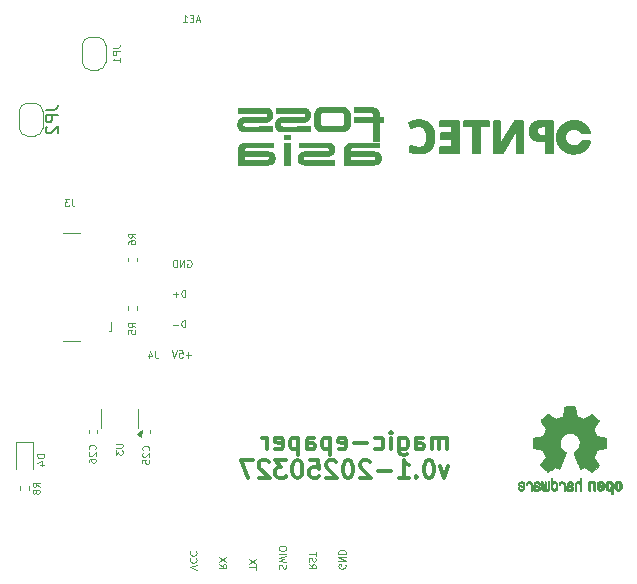
<source format=gbr>
%TF.GenerationSoftware,KiCad,Pcbnew,8.0.2-1.fc40*%
%TF.CreationDate,2025-03-27T00:28:51+07:00*%
%TF.ProjectId,magic-epaper,6d616769-632d-4657-9061-7065722e6b69,rev?*%
%TF.SameCoordinates,Original*%
%TF.FileFunction,Legend,Bot*%
%TF.FilePolarity,Positive*%
%FSLAX46Y46*%
G04 Gerber Fmt 4.6, Leading zero omitted, Abs format (unit mm)*
G04 Created by KiCad (PCBNEW 8.0.2-1.fc40) date 2025-03-27 00:28:51*
%MOMM*%
%LPD*%
G01*
G04 APERTURE LIST*
%ADD10C,0.197500*%
%ADD11C,0.000000*%
%ADD12C,0.100000*%
%ADD13C,0.300000*%
%ADD14C,0.150000*%
%ADD15C,0.120000*%
%ADD16C,0.010000*%
G04 APERTURE END LIST*
D10*
X154511786Y-89217201D02*
X153918371Y-89217201D01*
X153918371Y-88251365D01*
X153662823Y-88251365D01*
X153612405Y-88250876D01*
X153563339Y-88249407D01*
X153515626Y-88246959D01*
X153469265Y-88243531D01*
X153424257Y-88239123D01*
X153380600Y-88233736D01*
X153338295Y-88227368D01*
X153297342Y-88220020D01*
X153257739Y-88211692D01*
X153219488Y-88202384D01*
X153182587Y-88192094D01*
X153147036Y-88180824D01*
X153112835Y-88168573D01*
X153079984Y-88155341D01*
X153048482Y-88141127D01*
X153018330Y-88125932D01*
X152988896Y-88109935D01*
X152960534Y-88093313D01*
X152933245Y-88076069D01*
X152907028Y-88058200D01*
X152881884Y-88039709D01*
X152857814Y-88020593D01*
X152834818Y-88000853D01*
X152812896Y-87980490D01*
X152792049Y-87959503D01*
X152772277Y-87937892D01*
X152753580Y-87915657D01*
X152735960Y-87892798D01*
X152719416Y-87869315D01*
X152703948Y-87845208D01*
X152689558Y-87820476D01*
X152676245Y-87795121D01*
X152663871Y-87768874D01*
X152652296Y-87742419D01*
X152641519Y-87715756D01*
X152631542Y-87688884D01*
X152622363Y-87661805D01*
X152613983Y-87634518D01*
X152606402Y-87607023D01*
X152599619Y-87579320D01*
X152593634Y-87551409D01*
X152588448Y-87523291D01*
X152584060Y-87494964D01*
X152580470Y-87466429D01*
X152577678Y-87437686D01*
X152575683Y-87408736D01*
X152574487Y-87379577D01*
X152574345Y-87369101D01*
X153175470Y-87369101D01*
X153176053Y-87395735D01*
X153177802Y-87421450D01*
X153180718Y-87446246D01*
X153184801Y-87470121D01*
X153190049Y-87493077D01*
X153196465Y-87515112D01*
X153204047Y-87536227D01*
X153212796Y-87556421D01*
X153222712Y-87575694D01*
X153233794Y-87594046D01*
X153246044Y-87611477D01*
X153259461Y-87627986D01*
X153274045Y-87643573D01*
X153289796Y-87658238D01*
X153306714Y-87671980D01*
X153324800Y-87684800D01*
X153343394Y-87696312D01*
X153362819Y-87707081D01*
X153383074Y-87717107D01*
X153404160Y-87726390D01*
X153426076Y-87734930D01*
X153448823Y-87742728D01*
X153472398Y-87749783D01*
X153496804Y-87756095D01*
X153522038Y-87761665D01*
X153548101Y-87766491D01*
X153574992Y-87770575D01*
X153602712Y-87773917D01*
X153631260Y-87776516D01*
X153660635Y-87778372D01*
X153690838Y-87779486D01*
X153721868Y-87779857D01*
X153918371Y-87779857D01*
X153918371Y-86973760D01*
X153647203Y-86973760D01*
X153590088Y-86975303D01*
X153536656Y-86979934D01*
X153486908Y-86987651D01*
X153463415Y-86992668D01*
X153440843Y-86998456D01*
X153419192Y-87005017D01*
X153398462Y-87012350D01*
X153378653Y-87020455D01*
X153359765Y-87029332D01*
X153341798Y-87038981D01*
X153324752Y-87049402D01*
X153308627Y-87060596D01*
X153293424Y-87072562D01*
X153279141Y-87085301D01*
X153265780Y-87098812D01*
X153253340Y-87113095D01*
X153241822Y-87128152D01*
X153231225Y-87143980D01*
X153221549Y-87160582D01*
X153212794Y-87177956D01*
X153204961Y-87196102D01*
X153198049Y-87215022D01*
X153192059Y-87234714D01*
X153186990Y-87255180D01*
X153182843Y-87276418D01*
X153179617Y-87298429D01*
X153177313Y-87321213D01*
X153175931Y-87344771D01*
X153175470Y-87369101D01*
X152574345Y-87369101D01*
X152574088Y-87350211D01*
X152575072Y-87301444D01*
X152578023Y-87254013D01*
X152582940Y-87207916D01*
X152589825Y-87163156D01*
X152598676Y-87119731D01*
X152609492Y-87077643D01*
X152622275Y-87036891D01*
X152637023Y-86997475D01*
X152653736Y-86959396D01*
X152672415Y-86922655D01*
X152693058Y-86887251D01*
X152715665Y-86853184D01*
X152740236Y-86820455D01*
X152766771Y-86789065D01*
X152795270Y-86759012D01*
X152825732Y-86730299D01*
X152857834Y-86702670D01*
X152892237Y-86676822D01*
X152928942Y-86652757D01*
X152967948Y-86630473D01*
X153009257Y-86609972D01*
X153052867Y-86591252D01*
X153098780Y-86574315D01*
X153146995Y-86559160D01*
X153197514Y-86545788D01*
X153250335Y-86534198D01*
X153305461Y-86524391D01*
X153362890Y-86516367D01*
X153422623Y-86510126D01*
X153484660Y-86505668D01*
X153549003Y-86502993D01*
X153615650Y-86502101D01*
X154511786Y-86502101D01*
X154511786Y-87779857D01*
X154511786Y-89217201D01*
G36*
X154511786Y-89217201D02*
G01*
X153918371Y-89217201D01*
X153918371Y-88251365D01*
X153662823Y-88251365D01*
X153612405Y-88250876D01*
X153563339Y-88249407D01*
X153515626Y-88246959D01*
X153469265Y-88243531D01*
X153424257Y-88239123D01*
X153380600Y-88233736D01*
X153338295Y-88227368D01*
X153297342Y-88220020D01*
X153257739Y-88211692D01*
X153219488Y-88202384D01*
X153182587Y-88192094D01*
X153147036Y-88180824D01*
X153112835Y-88168573D01*
X153079984Y-88155341D01*
X153048482Y-88141127D01*
X153018330Y-88125932D01*
X152988896Y-88109935D01*
X152960534Y-88093313D01*
X152933245Y-88076069D01*
X152907028Y-88058200D01*
X152881884Y-88039709D01*
X152857814Y-88020593D01*
X152834818Y-88000853D01*
X152812896Y-87980490D01*
X152792049Y-87959503D01*
X152772277Y-87937892D01*
X152753580Y-87915657D01*
X152735960Y-87892798D01*
X152719416Y-87869315D01*
X152703948Y-87845208D01*
X152689558Y-87820476D01*
X152676245Y-87795121D01*
X152663871Y-87768874D01*
X152652296Y-87742419D01*
X152641519Y-87715756D01*
X152631542Y-87688884D01*
X152622363Y-87661805D01*
X152613983Y-87634518D01*
X152606402Y-87607023D01*
X152599619Y-87579320D01*
X152593634Y-87551409D01*
X152588448Y-87523291D01*
X152584060Y-87494964D01*
X152580470Y-87466429D01*
X152577678Y-87437686D01*
X152575683Y-87408736D01*
X152574487Y-87379577D01*
X152574345Y-87369101D01*
X153175470Y-87369101D01*
X153176053Y-87395735D01*
X153177802Y-87421450D01*
X153180718Y-87446246D01*
X153184801Y-87470121D01*
X153190049Y-87493077D01*
X153196465Y-87515112D01*
X153204047Y-87536227D01*
X153212796Y-87556421D01*
X153222712Y-87575694D01*
X153233794Y-87594046D01*
X153246044Y-87611477D01*
X153259461Y-87627986D01*
X153274045Y-87643573D01*
X153289796Y-87658238D01*
X153306714Y-87671980D01*
X153324800Y-87684800D01*
X153343394Y-87696312D01*
X153362819Y-87707081D01*
X153383074Y-87717107D01*
X153404160Y-87726390D01*
X153426076Y-87734930D01*
X153448823Y-87742728D01*
X153472398Y-87749783D01*
X153496804Y-87756095D01*
X153522038Y-87761665D01*
X153548101Y-87766491D01*
X153574992Y-87770575D01*
X153602712Y-87773917D01*
X153631260Y-87776516D01*
X153660635Y-87778372D01*
X153690838Y-87779486D01*
X153721868Y-87779857D01*
X153918371Y-87779857D01*
X153918371Y-86973760D01*
X153647203Y-86973760D01*
X153590088Y-86975303D01*
X153536656Y-86979934D01*
X153486908Y-86987651D01*
X153463415Y-86992668D01*
X153440843Y-86998456D01*
X153419192Y-87005017D01*
X153398462Y-87012350D01*
X153378653Y-87020455D01*
X153359765Y-87029332D01*
X153341798Y-87038981D01*
X153324752Y-87049402D01*
X153308627Y-87060596D01*
X153293424Y-87072562D01*
X153279141Y-87085301D01*
X153265780Y-87098812D01*
X153253340Y-87113095D01*
X153241822Y-87128152D01*
X153231225Y-87143980D01*
X153221549Y-87160582D01*
X153212794Y-87177956D01*
X153204961Y-87196102D01*
X153198049Y-87215022D01*
X153192059Y-87234714D01*
X153186990Y-87255180D01*
X153182843Y-87276418D01*
X153179617Y-87298429D01*
X153177313Y-87321213D01*
X153175931Y-87344771D01*
X153175470Y-87369101D01*
X152574345Y-87369101D01*
X152574088Y-87350211D01*
X152575072Y-87301444D01*
X152578023Y-87254013D01*
X152582940Y-87207916D01*
X152589825Y-87163156D01*
X152598676Y-87119731D01*
X152609492Y-87077643D01*
X152622275Y-87036891D01*
X152637023Y-86997475D01*
X152653736Y-86959396D01*
X152672415Y-86922655D01*
X152693058Y-86887251D01*
X152715665Y-86853184D01*
X152740236Y-86820455D01*
X152766771Y-86789065D01*
X152795270Y-86759012D01*
X152825732Y-86730299D01*
X152857834Y-86702670D01*
X152892237Y-86676822D01*
X152928942Y-86652757D01*
X152967948Y-86630473D01*
X153009257Y-86609972D01*
X153052867Y-86591252D01*
X153098780Y-86574315D01*
X153146995Y-86559160D01*
X153197514Y-86545788D01*
X153250335Y-86534198D01*
X153305461Y-86524391D01*
X153362890Y-86516367D01*
X153422623Y-86510126D01*
X153484660Y-86505668D01*
X153549003Y-86502993D01*
X153615650Y-86502101D01*
X154511786Y-86502101D01*
X154511786Y-87779857D01*
X154511786Y-89217201D01*
G37*
D11*
G36*
X130285826Y-85397952D02*
G01*
X130308063Y-85398914D01*
X130329884Y-85400518D01*
X130351290Y-85402763D01*
X130372280Y-85405649D01*
X130392854Y-85409177D01*
X130413013Y-85413345D01*
X130432756Y-85418155D01*
X130452083Y-85423607D01*
X130470995Y-85429699D01*
X130489491Y-85436433D01*
X130507572Y-85443808D01*
X130525236Y-85451825D01*
X130542486Y-85460483D01*
X130559319Y-85469782D01*
X130575737Y-85479723D01*
X130608352Y-85502009D01*
X130638863Y-85525957D01*
X130667270Y-85551567D01*
X130693573Y-85578839D01*
X130717771Y-85607772D01*
X130739865Y-85638367D01*
X130759855Y-85670623D01*
X130777740Y-85704541D01*
X130793522Y-85740121D01*
X130807199Y-85777362D01*
X130818772Y-85816265D01*
X130828241Y-85856829D01*
X130835606Y-85899055D01*
X130840866Y-85942942D01*
X130844022Y-85988492D01*
X130845074Y-86035702D01*
X130844451Y-86071617D01*
X130842581Y-86106599D01*
X130839463Y-86140649D01*
X130835099Y-86173765D01*
X130829488Y-86205948D01*
X130822630Y-86237199D01*
X130814525Y-86267517D01*
X130805173Y-86296902D01*
X130794574Y-86325353D01*
X130782728Y-86352873D01*
X130769635Y-86379459D01*
X130755295Y-86405112D01*
X130739709Y-86429833D01*
X130722875Y-86453620D01*
X130704794Y-86476475D01*
X130685467Y-86498397D01*
X130664724Y-86518730D01*
X130643227Y-86537751D01*
X130620977Y-86555460D01*
X130597974Y-86571858D01*
X130574218Y-86586944D01*
X130549708Y-86600718D01*
X130524445Y-86613180D01*
X130498428Y-86624331D01*
X130471658Y-86634169D01*
X130444135Y-86642696D01*
X130415858Y-86649911D01*
X130386828Y-86655814D01*
X130357044Y-86660406D01*
X130326507Y-86663685D01*
X130295217Y-86665653D01*
X130263173Y-86666309D01*
X130263173Y-86666311D01*
X128500844Y-86670043D01*
X128489592Y-86670196D01*
X128478698Y-86670656D01*
X128468161Y-86671421D01*
X128457981Y-86672493D01*
X128448159Y-86673870D01*
X128438693Y-86675554D01*
X128429585Y-86677543D01*
X128420834Y-86679839D01*
X128412440Y-86682441D01*
X128404403Y-86685349D01*
X128396723Y-86688563D01*
X128389401Y-86692083D01*
X128382436Y-86695909D01*
X128375828Y-86700042D01*
X128369577Y-86704480D01*
X128363683Y-86709224D01*
X128358147Y-86714275D01*
X128352968Y-86719632D01*
X128348145Y-86725294D01*
X128343680Y-86731263D01*
X128339573Y-86737538D01*
X128335822Y-86744119D01*
X128332429Y-86751006D01*
X128329392Y-86758199D01*
X128326713Y-86765699D01*
X128324391Y-86773504D01*
X128322427Y-86781615D01*
X128320819Y-86790033D01*
X128319569Y-86798757D01*
X128318676Y-86807786D01*
X128318140Y-86817122D01*
X128317961Y-86826764D01*
X128318140Y-86836636D01*
X128318676Y-86846194D01*
X128319569Y-86855438D01*
X128320819Y-86864370D01*
X128322427Y-86872988D01*
X128324392Y-86881292D01*
X128326713Y-86889283D01*
X128329393Y-86896961D01*
X128332429Y-86904326D01*
X128335822Y-86911377D01*
X128339573Y-86918114D01*
X128343681Y-86924539D01*
X128348146Y-86930650D01*
X128352968Y-86936447D01*
X128358147Y-86941932D01*
X128363684Y-86947102D01*
X128369577Y-86951960D01*
X128375828Y-86956504D01*
X128382436Y-86960735D01*
X128389401Y-86964652D01*
X128396724Y-86968256D01*
X128404403Y-86971546D01*
X128412440Y-86974524D01*
X128420834Y-86977187D01*
X128429585Y-86979538D01*
X128438693Y-86981575D01*
X128448159Y-86983298D01*
X128457982Y-86984709D01*
X128478698Y-86986589D01*
X128500844Y-86987216D01*
X130845074Y-86983483D01*
X130845074Y-87472296D01*
X128391114Y-87472296D01*
X128368072Y-87471990D01*
X128345498Y-87471072D01*
X128323391Y-87469542D01*
X128301752Y-87467399D01*
X128280580Y-87464644D01*
X128259876Y-87461277D01*
X128239639Y-87457298D01*
X128219870Y-87452706D01*
X128200569Y-87447503D01*
X128181735Y-87441687D01*
X128163369Y-87435259D01*
X128145470Y-87428219D01*
X128128038Y-87420567D01*
X128111075Y-87412302D01*
X128094578Y-87403426D01*
X128078549Y-87393937D01*
X128045935Y-87372525D01*
X128015425Y-87349335D01*
X127987019Y-87324367D01*
X127960717Y-87297620D01*
X127936518Y-87269095D01*
X127914425Y-87238792D01*
X127894435Y-87206710D01*
X127876549Y-87172851D01*
X127860768Y-87137213D01*
X127847090Y-87099797D01*
X127835517Y-87060602D01*
X127826048Y-87019630D01*
X127818683Y-86976879D01*
X127813422Y-86932350D01*
X127810265Y-86886043D01*
X127809212Y-86837957D01*
X127809849Y-86802043D01*
X127811759Y-86767061D01*
X127814942Y-86733012D01*
X127819397Y-86699896D01*
X127825125Y-86667712D01*
X127832127Y-86636462D01*
X127840401Y-86606144D01*
X127849947Y-86576759D01*
X127860767Y-86548307D01*
X127872860Y-86520788D01*
X127886225Y-86494202D01*
X127900863Y-86468549D01*
X127916774Y-86443828D01*
X127933958Y-86420040D01*
X127952415Y-86397185D01*
X127972144Y-86375263D01*
X127992485Y-86354478D01*
X128013606Y-86335033D01*
X128035506Y-86316930D01*
X128058185Y-86300168D01*
X128081643Y-86284746D01*
X128105880Y-86270666D01*
X128130897Y-86257927D01*
X128156693Y-86246529D01*
X128183268Y-86236471D01*
X128210623Y-86227755D01*
X128238756Y-86220380D01*
X128267669Y-86214345D01*
X128297362Y-86209651D01*
X128327833Y-86206299D01*
X128359084Y-86204287D01*
X128391114Y-86203616D01*
X130153442Y-86199884D01*
X130164694Y-86199731D01*
X130175588Y-86199272D01*
X130186126Y-86198507D01*
X130196306Y-86197436D01*
X130206129Y-86196059D01*
X130215595Y-86194375D01*
X130224703Y-86192386D01*
X130233455Y-86190090D01*
X130241849Y-86187488D01*
X130249886Y-86184580D01*
X130257565Y-86181366D01*
X130264888Y-86177846D01*
X130271853Y-86174020D01*
X130278461Y-86169888D01*
X130284712Y-86165450D01*
X130290606Y-86160705D01*
X130296143Y-86155655D01*
X130301322Y-86150298D01*
X130306144Y-86144636D01*
X130310609Y-86138667D01*
X130314717Y-86132392D01*
X130318467Y-86125811D01*
X130321861Y-86118924D01*
X130324897Y-86111731D01*
X130327576Y-86104232D01*
X130329897Y-86096426D01*
X130331862Y-86088315D01*
X130333469Y-86079897D01*
X130334719Y-86071174D01*
X130335612Y-86062144D01*
X130336148Y-86052809D01*
X130336327Y-86043167D01*
X130336148Y-86033525D01*
X130335612Y-86024189D01*
X130334719Y-86015159D01*
X130333469Y-86006436D01*
X130331862Y-85998018D01*
X130329897Y-85989907D01*
X130327576Y-85982101D01*
X130324897Y-85974602D01*
X130321860Y-85967409D01*
X130318467Y-85960522D01*
X130314717Y-85953941D01*
X130310609Y-85947666D01*
X130306144Y-85941697D01*
X130301322Y-85936034D01*
X130296142Y-85930678D01*
X130290606Y-85925627D01*
X130284712Y-85920883D01*
X130278461Y-85916444D01*
X130271853Y-85912312D01*
X130264888Y-85908486D01*
X130257565Y-85904966D01*
X130249885Y-85901752D01*
X130241848Y-85898844D01*
X130233454Y-85896242D01*
X130224703Y-85893946D01*
X130215594Y-85891956D01*
X130196306Y-85888895D01*
X130175588Y-85887058D01*
X130153442Y-85886446D01*
X127908967Y-85886446D01*
X127908967Y-85397631D01*
X130263173Y-85397631D01*
X130285826Y-85397952D01*
G37*
G36*
X132353042Y-88152044D02*
G01*
X131769978Y-88152044D01*
X131769978Y-87687686D01*
X132353042Y-87687686D01*
X132353042Y-88152044D01*
G37*
G36*
X133489756Y-85397952D02*
G01*
X133511993Y-85398914D01*
X133533815Y-85400518D01*
X133555220Y-85402763D01*
X133576210Y-85405649D01*
X133596785Y-85409177D01*
X133616943Y-85413345D01*
X133636686Y-85418155D01*
X133656014Y-85423607D01*
X133674925Y-85429699D01*
X133693422Y-85436433D01*
X133711502Y-85443808D01*
X133729167Y-85451825D01*
X133746416Y-85460483D01*
X133763250Y-85469782D01*
X133779668Y-85479723D01*
X133812283Y-85502009D01*
X133842794Y-85525957D01*
X133871200Y-85551567D01*
X133897503Y-85578839D01*
X133921701Y-85607772D01*
X133943795Y-85638367D01*
X133963785Y-85670623D01*
X133981671Y-85704541D01*
X133997452Y-85740121D01*
X134011129Y-85777362D01*
X134022702Y-85816265D01*
X134032171Y-85856829D01*
X134039536Y-85899055D01*
X134044797Y-85942942D01*
X134047953Y-85988492D01*
X134049005Y-86035702D01*
X134048381Y-86071617D01*
X134046511Y-86106599D01*
X134043394Y-86140649D01*
X134039029Y-86173765D01*
X134033418Y-86205948D01*
X134026560Y-86237199D01*
X134018455Y-86267517D01*
X134009103Y-86296902D01*
X133998504Y-86325353D01*
X133986658Y-86352873D01*
X133973566Y-86379459D01*
X133959226Y-86405112D01*
X133943639Y-86429833D01*
X133926805Y-86453620D01*
X133908725Y-86476475D01*
X133889397Y-86498397D01*
X133868654Y-86518730D01*
X133847158Y-86537751D01*
X133824908Y-86555460D01*
X133801904Y-86571858D01*
X133778148Y-86586944D01*
X133753638Y-86600718D01*
X133728374Y-86613180D01*
X133702358Y-86624331D01*
X133675587Y-86634169D01*
X133648064Y-86642696D01*
X133619787Y-86649911D01*
X133590757Y-86655814D01*
X133560974Y-86660406D01*
X133530437Y-86663685D01*
X133499147Y-86665653D01*
X133467104Y-86666309D01*
X133467104Y-86666311D01*
X131704774Y-86670043D01*
X131693522Y-86670196D01*
X131682628Y-86670656D01*
X131672091Y-86671421D01*
X131661911Y-86672493D01*
X131652089Y-86673870D01*
X131642623Y-86675554D01*
X131633515Y-86677543D01*
X131624764Y-86679839D01*
X131616370Y-86682441D01*
X131608333Y-86685349D01*
X131600654Y-86688563D01*
X131593331Y-86692083D01*
X131586366Y-86695909D01*
X131579758Y-86700042D01*
X131573507Y-86704480D01*
X131567613Y-86709224D01*
X131562077Y-86714275D01*
X131556898Y-86719632D01*
X131552075Y-86725294D01*
X131547611Y-86731263D01*
X131543503Y-86737538D01*
X131539752Y-86744119D01*
X131536359Y-86751006D01*
X131533322Y-86758199D01*
X131530643Y-86765699D01*
X131528322Y-86773504D01*
X131526357Y-86781615D01*
X131524749Y-86790033D01*
X131523499Y-86798757D01*
X131522606Y-86807786D01*
X131522070Y-86817122D01*
X131521891Y-86826764D01*
X131522070Y-86836636D01*
X131522606Y-86846194D01*
X131523499Y-86855438D01*
X131524749Y-86864370D01*
X131526357Y-86872988D01*
X131528322Y-86881292D01*
X131530643Y-86889283D01*
X131533322Y-86896961D01*
X131536359Y-86904326D01*
X131539752Y-86911377D01*
X131543503Y-86918114D01*
X131547611Y-86924539D01*
X131552075Y-86930650D01*
X131556898Y-86936447D01*
X131562077Y-86941932D01*
X131567613Y-86947102D01*
X131573507Y-86951960D01*
X131579758Y-86956504D01*
X131586366Y-86960735D01*
X131593331Y-86964652D01*
X131600654Y-86968256D01*
X131608333Y-86971546D01*
X131616370Y-86974524D01*
X131624764Y-86977187D01*
X131633515Y-86979538D01*
X131642623Y-86981575D01*
X131652089Y-86983298D01*
X131661911Y-86984709D01*
X131682628Y-86986589D01*
X131704774Y-86987216D01*
X134049005Y-86983483D01*
X134049005Y-87472296D01*
X131595044Y-87472296D01*
X131572002Y-87471990D01*
X131549428Y-87471072D01*
X131527321Y-87469542D01*
X131505682Y-87467399D01*
X131484510Y-87464644D01*
X131463806Y-87461277D01*
X131443570Y-87457298D01*
X131423801Y-87452706D01*
X131404499Y-87447503D01*
X131385665Y-87441687D01*
X131367299Y-87435259D01*
X131349400Y-87428219D01*
X131331969Y-87420567D01*
X131315005Y-87412302D01*
X131298509Y-87403426D01*
X131282480Y-87393937D01*
X131249866Y-87372525D01*
X131219356Y-87349335D01*
X131190949Y-87324367D01*
X131164647Y-87297620D01*
X131140449Y-87269095D01*
X131118355Y-87238792D01*
X131098365Y-87206710D01*
X131080480Y-87172851D01*
X131064698Y-87137213D01*
X131051021Y-87099797D01*
X131039448Y-87060602D01*
X131029978Y-87019630D01*
X131022613Y-86976879D01*
X131017353Y-86932350D01*
X131014196Y-86886043D01*
X131013143Y-86837957D01*
X131013780Y-86802043D01*
X131015690Y-86767061D01*
X131018873Y-86733012D01*
X131023328Y-86699896D01*
X131029056Y-86667712D01*
X131036057Y-86636462D01*
X131044331Y-86606144D01*
X131053878Y-86576759D01*
X131064698Y-86548307D01*
X131076790Y-86520788D01*
X131090156Y-86494202D01*
X131104794Y-86468549D01*
X131120705Y-86443828D01*
X131137889Y-86420040D01*
X131156345Y-86397185D01*
X131176075Y-86375263D01*
X131196416Y-86354478D01*
X131217537Y-86335033D01*
X131239436Y-86316930D01*
X131262115Y-86300168D01*
X131285573Y-86284746D01*
X131309811Y-86270666D01*
X131334827Y-86257927D01*
X131360623Y-86246529D01*
X131387199Y-86236471D01*
X131414553Y-86227755D01*
X131442687Y-86220380D01*
X131471600Y-86214345D01*
X131501292Y-86209651D01*
X131531763Y-86206299D01*
X131563014Y-86204287D01*
X131595044Y-86203616D01*
X133357373Y-86199884D01*
X133368624Y-86199731D01*
X133379519Y-86199272D01*
X133390056Y-86198507D01*
X133400236Y-86197436D01*
X133410059Y-86196058D01*
X133419525Y-86194375D01*
X133428634Y-86192386D01*
X133437385Y-86190090D01*
X133445779Y-86187488D01*
X133453816Y-86184580D01*
X133461496Y-86181366D01*
X133468818Y-86177846D01*
X133475784Y-86174020D01*
X133482392Y-86169888D01*
X133488643Y-86165450D01*
X133494537Y-86160705D01*
X133500073Y-86155655D01*
X133505252Y-86150298D01*
X133510075Y-86144636D01*
X133514539Y-86138667D01*
X133518647Y-86132392D01*
X133522398Y-86125811D01*
X133525791Y-86118924D01*
X133528827Y-86111731D01*
X133531506Y-86104232D01*
X133533828Y-86096426D01*
X133535792Y-86088315D01*
X133537400Y-86079897D01*
X133538650Y-86071174D01*
X133539543Y-86062144D01*
X133540078Y-86052809D01*
X133540257Y-86043167D01*
X133540078Y-86033525D01*
X133539543Y-86024189D01*
X133538650Y-86015159D01*
X133537399Y-86006436D01*
X133535792Y-85998018D01*
X133533827Y-85989907D01*
X133531506Y-85982101D01*
X133528827Y-85974602D01*
X133525790Y-85967409D01*
X133522397Y-85960522D01*
X133518647Y-85953941D01*
X133514539Y-85947666D01*
X133510074Y-85941697D01*
X133505252Y-85936034D01*
X133500072Y-85930678D01*
X133494536Y-85925627D01*
X133488642Y-85920883D01*
X133482391Y-85916444D01*
X133475783Y-85912312D01*
X133468818Y-85908486D01*
X133461495Y-85904966D01*
X133453816Y-85901752D01*
X133445779Y-85898844D01*
X133437385Y-85896242D01*
X133428633Y-85893946D01*
X133419525Y-85891956D01*
X133400236Y-85888895D01*
X133379519Y-85887058D01*
X133357373Y-85886446D01*
X131112897Y-85886446D01*
X131112897Y-85397631D01*
X133467104Y-85397631D01*
X133489756Y-85397952D01*
G37*
D10*
X143232905Y-86464866D02*
X143284447Y-86466957D01*
X143334977Y-86470443D01*
X143384494Y-86475324D01*
X143432998Y-86481600D01*
X143480490Y-86489272D01*
X143526968Y-86498339D01*
X143572433Y-86508802D01*
X143616885Y-86520662D01*
X143660324Y-86533918D01*
X143702749Y-86548571D01*
X143744160Y-86564621D01*
X143784557Y-86582068D01*
X143823941Y-86600913D01*
X143862310Y-86621156D01*
X143899665Y-86642798D01*
X143935483Y-86665674D01*
X143970226Y-86689623D01*
X144003893Y-86714644D01*
X144036485Y-86740737D01*
X144068001Y-86767900D01*
X144098442Y-86796134D01*
X144127808Y-86825439D01*
X144156099Y-86855813D01*
X144183315Y-86887257D01*
X144209457Y-86919770D01*
X144234525Y-86953352D01*
X144258518Y-86988002D01*
X144281437Y-87023720D01*
X144303282Y-87060505D01*
X144324053Y-87098357D01*
X144343751Y-87137277D01*
X144362314Y-87177100D01*
X144379682Y-87217667D01*
X144395854Y-87258976D01*
X144410829Y-87301028D01*
X144424609Y-87343822D01*
X144437192Y-87387359D01*
X144448578Y-87431639D01*
X144458767Y-87476662D01*
X144467758Y-87522427D01*
X144475552Y-87568935D01*
X144482147Y-87616186D01*
X144487544Y-87664180D01*
X144491742Y-87712916D01*
X144494741Y-87762395D01*
X144496541Y-87812616D01*
X144497141Y-87863580D01*
X144496618Y-87915465D01*
X144495050Y-87966546D01*
X144492436Y-88016825D01*
X144488777Y-88066301D01*
X144484073Y-88114974D01*
X144478325Y-88162844D01*
X144471532Y-88209912D01*
X144463695Y-88256178D01*
X144454814Y-88301642D01*
X144444889Y-88346304D01*
X144433920Y-88390164D01*
X144421909Y-88433222D01*
X144408854Y-88475478D01*
X144394756Y-88516934D01*
X144379615Y-88557588D01*
X144363432Y-88597441D01*
X144346160Y-88635883D01*
X144327752Y-88673257D01*
X144308207Y-88709562D01*
X144287527Y-88744798D01*
X144265710Y-88778965D01*
X144242758Y-88812063D01*
X144218669Y-88844091D01*
X144193444Y-88875050D01*
X144167083Y-88904940D01*
X144139586Y-88933760D01*
X144110953Y-88961510D01*
X144081183Y-88988190D01*
X144050278Y-89013801D01*
X144018236Y-89038342D01*
X143985058Y-89061812D01*
X143950743Y-89084212D01*
X143914787Y-89104933D01*
X143877666Y-89124316D01*
X143839379Y-89142361D01*
X143799927Y-89159069D01*
X143759308Y-89174440D01*
X143717524Y-89188473D01*
X143674573Y-89201169D01*
X143630456Y-89212528D01*
X143585172Y-89222550D01*
X143538720Y-89231236D01*
X143491102Y-89238585D01*
X143442316Y-89244597D01*
X143392362Y-89249273D01*
X143341240Y-89252613D01*
X143288949Y-89254617D01*
X143235491Y-89255285D01*
X143180156Y-89254747D01*
X143126169Y-89253133D01*
X143073531Y-89250446D01*
X143022243Y-89246688D01*
X142972306Y-89241860D01*
X142923721Y-89235965D01*
X142876490Y-89229004D01*
X142830612Y-89220979D01*
X142785352Y-89211833D01*
X142739969Y-89201504D01*
X142694465Y-89189990D01*
X142648837Y-89177290D01*
X142603087Y-89163402D01*
X142557214Y-89148323D01*
X142511217Y-89132053D01*
X142465097Y-89114588D01*
X142465097Y-88631595D01*
X142514777Y-88648234D01*
X142563592Y-88663928D01*
X142611545Y-88678674D01*
X142658637Y-88692471D01*
X142704869Y-88705318D01*
X142750242Y-88717212D01*
X142794759Y-88728153D01*
X142838421Y-88738138D01*
X142880734Y-88747046D01*
X142923168Y-88754759D01*
X142965725Y-88761280D01*
X143008403Y-88766610D01*
X143051205Y-88770752D01*
X143094130Y-88773708D01*
X143137178Y-88775480D01*
X143180351Y-88776070D01*
X143225751Y-88775149D01*
X143269589Y-88772387D01*
X143311862Y-88767782D01*
X143352571Y-88761336D01*
X143391715Y-88753048D01*
X143429295Y-88742919D01*
X143465309Y-88730947D01*
X143499757Y-88717134D01*
X143532640Y-88701479D01*
X143563956Y-88683981D01*
X143593705Y-88664642D01*
X143621887Y-88643461D01*
X143648502Y-88620438D01*
X143673549Y-88595573D01*
X143697028Y-88568866D01*
X143718938Y-88540316D01*
X143738926Y-88509614D01*
X143757623Y-88477399D01*
X143775027Y-88443671D01*
X143791140Y-88408429D01*
X143805961Y-88371674D01*
X143819492Y-88333404D01*
X143831732Y-88293620D01*
X143842682Y-88252321D01*
X143852343Y-88209507D01*
X143860714Y-88165178D01*
X143867796Y-88119333D01*
X143873590Y-88071971D01*
X143878096Y-88023094D01*
X143881314Y-87972699D01*
X143883244Y-87920788D01*
X143883887Y-87867359D01*
X143883182Y-87814360D01*
X143881066Y-87762786D01*
X143877538Y-87712638D01*
X143872599Y-87663916D01*
X143866248Y-87616619D01*
X143858486Y-87570749D01*
X143849311Y-87526304D01*
X143838725Y-87483285D01*
X143826725Y-87441692D01*
X143813313Y-87401525D01*
X143798488Y-87362784D01*
X143782250Y-87325470D01*
X143764599Y-87289581D01*
X143745534Y-87255119D01*
X143725055Y-87222083D01*
X143703162Y-87190473D01*
X143679932Y-87160542D01*
X143655441Y-87132540D01*
X143629691Y-87106467D01*
X143602680Y-87082325D01*
X143574410Y-87060113D01*
X143544880Y-87039832D01*
X143514091Y-87021481D01*
X143482042Y-87005061D01*
X143448735Y-86990572D01*
X143414169Y-86978014D01*
X143378345Y-86967387D01*
X143341262Y-86958693D01*
X143302921Y-86951930D01*
X143263322Y-86947099D01*
X143222465Y-86944200D01*
X143180351Y-86943234D01*
X143161176Y-86943443D01*
X143141973Y-86944070D01*
X143122741Y-86945115D01*
X143103481Y-86946578D01*
X143084192Y-86948458D01*
X143064873Y-86950755D01*
X143026145Y-86956598D01*
X142987294Y-86964105D01*
X142948318Y-86973272D01*
X142909213Y-86984098D01*
X142869976Y-86996580D01*
X142829744Y-87010184D01*
X142789627Y-87024379D01*
X142749626Y-87039165D01*
X142709744Y-87054544D01*
X142669986Y-87070517D01*
X142630353Y-87087085D01*
X142590849Y-87104250D01*
X142551478Y-87122013D01*
X142358879Y-86654284D01*
X142407336Y-86633012D01*
X142456409Y-86612926D01*
X142506099Y-86594028D01*
X142556405Y-86576318D01*
X142607324Y-86559796D01*
X142658856Y-86544462D01*
X142711001Y-86530319D01*
X142763756Y-86517365D01*
X142815833Y-86504889D01*
X142867908Y-86494080D01*
X142919981Y-86484937D01*
X142972053Y-86477458D01*
X143024126Y-86471643D01*
X143076199Y-86467490D01*
X143128274Y-86464999D01*
X143180351Y-86464169D01*
X143232905Y-86464866D01*
G36*
X143232905Y-86464866D02*
G01*
X143284447Y-86466957D01*
X143334977Y-86470443D01*
X143384494Y-86475324D01*
X143432998Y-86481600D01*
X143480490Y-86489272D01*
X143526968Y-86498339D01*
X143572433Y-86508802D01*
X143616885Y-86520662D01*
X143660324Y-86533918D01*
X143702749Y-86548571D01*
X143744160Y-86564621D01*
X143784557Y-86582068D01*
X143823941Y-86600913D01*
X143862310Y-86621156D01*
X143899665Y-86642798D01*
X143935483Y-86665674D01*
X143970226Y-86689623D01*
X144003893Y-86714644D01*
X144036485Y-86740737D01*
X144068001Y-86767900D01*
X144098442Y-86796134D01*
X144127808Y-86825439D01*
X144156099Y-86855813D01*
X144183315Y-86887257D01*
X144209457Y-86919770D01*
X144234525Y-86953352D01*
X144258518Y-86988002D01*
X144281437Y-87023720D01*
X144303282Y-87060505D01*
X144324053Y-87098357D01*
X144343751Y-87137277D01*
X144362314Y-87177100D01*
X144379682Y-87217667D01*
X144395854Y-87258976D01*
X144410829Y-87301028D01*
X144424609Y-87343822D01*
X144437192Y-87387359D01*
X144448578Y-87431639D01*
X144458767Y-87476662D01*
X144467758Y-87522427D01*
X144475552Y-87568935D01*
X144482147Y-87616186D01*
X144487544Y-87664180D01*
X144491742Y-87712916D01*
X144494741Y-87762395D01*
X144496541Y-87812616D01*
X144497141Y-87863580D01*
X144496618Y-87915465D01*
X144495050Y-87966546D01*
X144492436Y-88016825D01*
X144488777Y-88066301D01*
X144484073Y-88114974D01*
X144478325Y-88162844D01*
X144471532Y-88209912D01*
X144463695Y-88256178D01*
X144454814Y-88301642D01*
X144444889Y-88346304D01*
X144433920Y-88390164D01*
X144421909Y-88433222D01*
X144408854Y-88475478D01*
X144394756Y-88516934D01*
X144379615Y-88557588D01*
X144363432Y-88597441D01*
X144346160Y-88635883D01*
X144327752Y-88673257D01*
X144308207Y-88709562D01*
X144287527Y-88744798D01*
X144265710Y-88778965D01*
X144242758Y-88812063D01*
X144218669Y-88844091D01*
X144193444Y-88875050D01*
X144167083Y-88904940D01*
X144139586Y-88933760D01*
X144110953Y-88961510D01*
X144081183Y-88988190D01*
X144050278Y-89013801D01*
X144018236Y-89038342D01*
X143985058Y-89061812D01*
X143950743Y-89084212D01*
X143914787Y-89104933D01*
X143877666Y-89124316D01*
X143839379Y-89142361D01*
X143799927Y-89159069D01*
X143759308Y-89174440D01*
X143717524Y-89188473D01*
X143674573Y-89201169D01*
X143630456Y-89212528D01*
X143585172Y-89222550D01*
X143538720Y-89231236D01*
X143491102Y-89238585D01*
X143442316Y-89244597D01*
X143392362Y-89249273D01*
X143341240Y-89252613D01*
X143288949Y-89254617D01*
X143235491Y-89255285D01*
X143180156Y-89254747D01*
X143126169Y-89253133D01*
X143073531Y-89250446D01*
X143022243Y-89246688D01*
X142972306Y-89241860D01*
X142923721Y-89235965D01*
X142876490Y-89229004D01*
X142830612Y-89220979D01*
X142785352Y-89211833D01*
X142739969Y-89201504D01*
X142694465Y-89189990D01*
X142648837Y-89177290D01*
X142603087Y-89163402D01*
X142557214Y-89148323D01*
X142511217Y-89132053D01*
X142465097Y-89114588D01*
X142465097Y-88631595D01*
X142514777Y-88648234D01*
X142563592Y-88663928D01*
X142611545Y-88678674D01*
X142658637Y-88692471D01*
X142704869Y-88705318D01*
X142750242Y-88717212D01*
X142794759Y-88728153D01*
X142838421Y-88738138D01*
X142880734Y-88747046D01*
X142923168Y-88754759D01*
X142965725Y-88761280D01*
X143008403Y-88766610D01*
X143051205Y-88770752D01*
X143094130Y-88773708D01*
X143137178Y-88775480D01*
X143180351Y-88776070D01*
X143225751Y-88775149D01*
X143269589Y-88772387D01*
X143311862Y-88767782D01*
X143352571Y-88761336D01*
X143391715Y-88753048D01*
X143429295Y-88742919D01*
X143465309Y-88730947D01*
X143499757Y-88717134D01*
X143532640Y-88701479D01*
X143563956Y-88683981D01*
X143593705Y-88664642D01*
X143621887Y-88643461D01*
X143648502Y-88620438D01*
X143673549Y-88595573D01*
X143697028Y-88568866D01*
X143718938Y-88540316D01*
X143738926Y-88509614D01*
X143757623Y-88477399D01*
X143775027Y-88443671D01*
X143791140Y-88408429D01*
X143805961Y-88371674D01*
X143819492Y-88333404D01*
X143831732Y-88293620D01*
X143842682Y-88252321D01*
X143852343Y-88209507D01*
X143860714Y-88165178D01*
X143867796Y-88119333D01*
X143873590Y-88071971D01*
X143878096Y-88023094D01*
X143881314Y-87972699D01*
X143883244Y-87920788D01*
X143883887Y-87867359D01*
X143883182Y-87814360D01*
X143881066Y-87762786D01*
X143877538Y-87712638D01*
X143872599Y-87663916D01*
X143866248Y-87616619D01*
X143858486Y-87570749D01*
X143849311Y-87526304D01*
X143838725Y-87483285D01*
X143826725Y-87441692D01*
X143813313Y-87401525D01*
X143798488Y-87362784D01*
X143782250Y-87325470D01*
X143764599Y-87289581D01*
X143745534Y-87255119D01*
X143725055Y-87222083D01*
X143703162Y-87190473D01*
X143679932Y-87160542D01*
X143655441Y-87132540D01*
X143629691Y-87106467D01*
X143602680Y-87082325D01*
X143574410Y-87060113D01*
X143544880Y-87039832D01*
X143514091Y-87021481D01*
X143482042Y-87005061D01*
X143448735Y-86990572D01*
X143414169Y-86978014D01*
X143378345Y-86967387D01*
X143341262Y-86958693D01*
X143302921Y-86951930D01*
X143263322Y-86947099D01*
X143222465Y-86944200D01*
X143180351Y-86943234D01*
X143161176Y-86943443D01*
X143141973Y-86944070D01*
X143122741Y-86945115D01*
X143103481Y-86946578D01*
X143084192Y-86948458D01*
X143064873Y-86950755D01*
X143026145Y-86956598D01*
X142987294Y-86964105D01*
X142948318Y-86973272D01*
X142909213Y-86984098D01*
X142869976Y-86996580D01*
X142829744Y-87010184D01*
X142789627Y-87024379D01*
X142749626Y-87039165D01*
X142709744Y-87054544D01*
X142669986Y-87070517D01*
X142630353Y-87087085D01*
X142590849Y-87104250D01*
X142551478Y-87122013D01*
X142358879Y-86654284D01*
X142407336Y-86633012D01*
X142456409Y-86612926D01*
X142506099Y-86594028D01*
X142556405Y-86576318D01*
X142607324Y-86559796D01*
X142658856Y-86544462D01*
X142711001Y-86530319D01*
X142763756Y-86517365D01*
X142815833Y-86504889D01*
X142867908Y-86494080D01*
X142919981Y-86484937D01*
X142972053Y-86477458D01*
X143024126Y-86471643D01*
X143076199Y-86467490D01*
X143128274Y-86464999D01*
X143180351Y-86464169D01*
X143232905Y-86464866D01*
G37*
X156380501Y-86518658D02*
X156442056Y-86522502D01*
X156502884Y-86528844D01*
X156562929Y-86537632D01*
X156622137Y-86548811D01*
X156680453Y-86562329D01*
X156794188Y-86596169D01*
X156903693Y-86638728D01*
X157008528Y-86689581D01*
X157108253Y-86748304D01*
X157202427Y-86814471D01*
X157290611Y-86887658D01*
X157372363Y-86967441D01*
X157447244Y-87053396D01*
X157514814Y-87145097D01*
X157574631Y-87242121D01*
X157626257Y-87344042D01*
X157669250Y-87450436D01*
X157687372Y-87505177D01*
X157703170Y-87560878D01*
X157000256Y-87560878D01*
X156987931Y-87538670D01*
X156974859Y-87516919D01*
X156961058Y-87495639D01*
X156946543Y-87474848D01*
X156931333Y-87454561D01*
X156915443Y-87434796D01*
X156898890Y-87415569D01*
X156881691Y-87396895D01*
X156863862Y-87378792D01*
X156845421Y-87361275D01*
X156826382Y-87344361D01*
X156806764Y-87328066D01*
X156786583Y-87312407D01*
X156765856Y-87297400D01*
X156744598Y-87283061D01*
X156722828Y-87269406D01*
X156700560Y-87256453D01*
X156677813Y-87244217D01*
X156654603Y-87232714D01*
X156630946Y-87221962D01*
X156606858Y-87211975D01*
X156582358Y-87202772D01*
X156557460Y-87194367D01*
X156532183Y-87186778D01*
X156506542Y-87180020D01*
X156480554Y-87174111D01*
X156454236Y-87169065D01*
X156427604Y-87164901D01*
X156400675Y-87161633D01*
X156373466Y-87159279D01*
X156345994Y-87157854D01*
X156318274Y-87157376D01*
X156278866Y-87158343D01*
X156239967Y-87161215D01*
X156201627Y-87165943D01*
X156163893Y-87172482D01*
X156126815Y-87180783D01*
X156090441Y-87190801D01*
X156054821Y-87202487D01*
X156020001Y-87215796D01*
X155986031Y-87230680D01*
X155952961Y-87247092D01*
X155920837Y-87264985D01*
X155889709Y-87284312D01*
X155859626Y-87305026D01*
X155830636Y-87327081D01*
X155802787Y-87350429D01*
X155776129Y-87375023D01*
X155750710Y-87400817D01*
X155726579Y-87427763D01*
X155703784Y-87455814D01*
X155682373Y-87484924D01*
X155662396Y-87515045D01*
X155643901Y-87546131D01*
X155626937Y-87578134D01*
X155611552Y-87611008D01*
X155597795Y-87644705D01*
X155585714Y-87679179D01*
X155575359Y-87714382D01*
X155566777Y-87750268D01*
X155560018Y-87786790D01*
X155555130Y-87823900D01*
X155552161Y-87861552D01*
X155551161Y-87899699D01*
X155552161Y-87937816D01*
X155555130Y-87975439D01*
X155560018Y-88012521D01*
X155566777Y-88049016D01*
X155575359Y-88084876D01*
X155585714Y-88120055D01*
X155597795Y-88154506D01*
X155611552Y-88188181D01*
X155626937Y-88221033D01*
X155643901Y-88253016D01*
X155662396Y-88284083D01*
X155682373Y-88314186D01*
X155703784Y-88343278D01*
X155726579Y-88371314D01*
X155750710Y-88398245D01*
X155776129Y-88424024D01*
X155802787Y-88448605D01*
X155830636Y-88471941D01*
X155859626Y-88493985D01*
X155889709Y-88514689D01*
X155920837Y-88534007D01*
X155952961Y-88551891D01*
X155986031Y-88568295D01*
X156020001Y-88583172D01*
X156054821Y-88596475D01*
X156090441Y-88608157D01*
X156126815Y-88618170D01*
X156163893Y-88626468D01*
X156201627Y-88633004D01*
X156239967Y-88637730D01*
X156278866Y-88640601D01*
X156318274Y-88641568D01*
X156373466Y-88639667D01*
X156427604Y-88634052D01*
X156480554Y-88624852D01*
X156532183Y-88612197D01*
X156582358Y-88596216D01*
X156630946Y-88577040D01*
X156677813Y-88554798D01*
X156722828Y-88529620D01*
X156765856Y-88501635D01*
X156806764Y-88470974D01*
X156845421Y-88437766D01*
X156881691Y-88402141D01*
X156915443Y-88364229D01*
X156946543Y-88324159D01*
X156974859Y-88282062D01*
X157000256Y-88238066D01*
X157703170Y-88238066D01*
X157687372Y-88293778D01*
X157669250Y-88348530D01*
X157648860Y-88402271D01*
X157626257Y-88454947D01*
X157601496Y-88506505D01*
X157574631Y-88556892D01*
X157545719Y-88606055D01*
X157514814Y-88653941D01*
X157481971Y-88700496D01*
X157447244Y-88745667D01*
X157410690Y-88789402D01*
X157372363Y-88831647D01*
X157332318Y-88872349D01*
X157290611Y-88911455D01*
X157247295Y-88948911D01*
X157202427Y-88984666D01*
X157156061Y-89018665D01*
X157108253Y-89050856D01*
X157059057Y-89081185D01*
X157008528Y-89109599D01*
X156956722Y-89136045D01*
X156903693Y-89160470D01*
X156849497Y-89182822D01*
X156794188Y-89203046D01*
X156737822Y-89221089D01*
X156680453Y-89236899D01*
X156622137Y-89250423D01*
X156562929Y-89261607D01*
X156502884Y-89270398D01*
X156442056Y-89276743D01*
X156380501Y-89280589D01*
X156318274Y-89281882D01*
X156244854Y-89280081D01*
X156172388Y-89274735D01*
X156100966Y-89265931D01*
X156030678Y-89253758D01*
X155961615Y-89238302D01*
X155893866Y-89219651D01*
X155827523Y-89197892D01*
X155762675Y-89173113D01*
X155699414Y-89145402D01*
X155637828Y-89114845D01*
X155578009Y-89081531D01*
X155520046Y-89045546D01*
X155464031Y-89006978D01*
X155410053Y-88965914D01*
X155358202Y-88922442D01*
X155308570Y-88876650D01*
X155261246Y-88828624D01*
X155216320Y-88778453D01*
X155173884Y-88726223D01*
X155134027Y-88672022D01*
X155096839Y-88615937D01*
X155062412Y-88558057D01*
X155030834Y-88498467D01*
X155002197Y-88437257D01*
X154976591Y-88374512D01*
X154954106Y-88310322D01*
X154934832Y-88244772D01*
X154918861Y-88177951D01*
X154906281Y-88109945D01*
X154897184Y-88040843D01*
X154891659Y-87970732D01*
X154889797Y-87899699D01*
X154891659Y-87828656D01*
X154897184Y-87758535D01*
X154906281Y-87689424D01*
X154918861Y-87621409D01*
X154934832Y-87554580D01*
X154954106Y-87489022D01*
X154976591Y-87424823D01*
X155002197Y-87362071D01*
X155030834Y-87300854D01*
X155062412Y-87241258D01*
X155096839Y-87183371D01*
X155134027Y-87127280D01*
X155173884Y-87073074D01*
X155216320Y-87020838D01*
X155261246Y-86970662D01*
X155308570Y-86922631D01*
X155358202Y-86876835D01*
X155410053Y-86833359D01*
X155464031Y-86792291D01*
X155520046Y-86753720D01*
X155578009Y-86717732D01*
X155637828Y-86684414D01*
X155699414Y-86653855D01*
X155762675Y-86626142D01*
X155827523Y-86601361D01*
X155893866Y-86579601D01*
X155961615Y-86560948D01*
X156030678Y-86545491D01*
X156100966Y-86533317D01*
X156172388Y-86524513D01*
X156244854Y-86519166D01*
X156318274Y-86517364D01*
X156380501Y-86518658D01*
G36*
X156380501Y-86518658D02*
G01*
X156442056Y-86522502D01*
X156502884Y-86528844D01*
X156562929Y-86537632D01*
X156622137Y-86548811D01*
X156680453Y-86562329D01*
X156794188Y-86596169D01*
X156903693Y-86638728D01*
X157008528Y-86689581D01*
X157108253Y-86748304D01*
X157202427Y-86814471D01*
X157290611Y-86887658D01*
X157372363Y-86967441D01*
X157447244Y-87053396D01*
X157514814Y-87145097D01*
X157574631Y-87242121D01*
X157626257Y-87344042D01*
X157669250Y-87450436D01*
X157687372Y-87505177D01*
X157703170Y-87560878D01*
X157000256Y-87560878D01*
X156987931Y-87538670D01*
X156974859Y-87516919D01*
X156961058Y-87495639D01*
X156946543Y-87474848D01*
X156931333Y-87454561D01*
X156915443Y-87434796D01*
X156898890Y-87415569D01*
X156881691Y-87396895D01*
X156863862Y-87378792D01*
X156845421Y-87361275D01*
X156826382Y-87344361D01*
X156806764Y-87328066D01*
X156786583Y-87312407D01*
X156765856Y-87297400D01*
X156744598Y-87283061D01*
X156722828Y-87269406D01*
X156700560Y-87256453D01*
X156677813Y-87244217D01*
X156654603Y-87232714D01*
X156630946Y-87221962D01*
X156606858Y-87211975D01*
X156582358Y-87202772D01*
X156557460Y-87194367D01*
X156532183Y-87186778D01*
X156506542Y-87180020D01*
X156480554Y-87174111D01*
X156454236Y-87169065D01*
X156427604Y-87164901D01*
X156400675Y-87161633D01*
X156373466Y-87159279D01*
X156345994Y-87157854D01*
X156318274Y-87157376D01*
X156278866Y-87158343D01*
X156239967Y-87161215D01*
X156201627Y-87165943D01*
X156163893Y-87172482D01*
X156126815Y-87180783D01*
X156090441Y-87190801D01*
X156054821Y-87202487D01*
X156020001Y-87215796D01*
X155986031Y-87230680D01*
X155952961Y-87247092D01*
X155920837Y-87264985D01*
X155889709Y-87284312D01*
X155859626Y-87305026D01*
X155830636Y-87327081D01*
X155802787Y-87350429D01*
X155776129Y-87375023D01*
X155750710Y-87400817D01*
X155726579Y-87427763D01*
X155703784Y-87455814D01*
X155682373Y-87484924D01*
X155662396Y-87515045D01*
X155643901Y-87546131D01*
X155626937Y-87578134D01*
X155611552Y-87611008D01*
X155597795Y-87644705D01*
X155585714Y-87679179D01*
X155575359Y-87714382D01*
X155566777Y-87750268D01*
X155560018Y-87786790D01*
X155555130Y-87823900D01*
X155552161Y-87861552D01*
X155551161Y-87899699D01*
X155552161Y-87937816D01*
X155555130Y-87975439D01*
X155560018Y-88012521D01*
X155566777Y-88049016D01*
X155575359Y-88084876D01*
X155585714Y-88120055D01*
X155597795Y-88154506D01*
X155611552Y-88188181D01*
X155626937Y-88221033D01*
X155643901Y-88253016D01*
X155662396Y-88284083D01*
X155682373Y-88314186D01*
X155703784Y-88343278D01*
X155726579Y-88371314D01*
X155750710Y-88398245D01*
X155776129Y-88424024D01*
X155802787Y-88448605D01*
X155830636Y-88471941D01*
X155859626Y-88493985D01*
X155889709Y-88514689D01*
X155920837Y-88534007D01*
X155952961Y-88551891D01*
X155986031Y-88568295D01*
X156020001Y-88583172D01*
X156054821Y-88596475D01*
X156090441Y-88608157D01*
X156126815Y-88618170D01*
X156163893Y-88626468D01*
X156201627Y-88633004D01*
X156239967Y-88637730D01*
X156278866Y-88640601D01*
X156318274Y-88641568D01*
X156373466Y-88639667D01*
X156427604Y-88634052D01*
X156480554Y-88624852D01*
X156532183Y-88612197D01*
X156582358Y-88596216D01*
X156630946Y-88577040D01*
X156677813Y-88554798D01*
X156722828Y-88529620D01*
X156765856Y-88501635D01*
X156806764Y-88470974D01*
X156845421Y-88437766D01*
X156881691Y-88402141D01*
X156915443Y-88364229D01*
X156946543Y-88324159D01*
X156974859Y-88282062D01*
X157000256Y-88238066D01*
X157703170Y-88238066D01*
X157687372Y-88293778D01*
X157669250Y-88348530D01*
X157648860Y-88402271D01*
X157626257Y-88454947D01*
X157601496Y-88506505D01*
X157574631Y-88556892D01*
X157545719Y-88606055D01*
X157514814Y-88653941D01*
X157481971Y-88700496D01*
X157447244Y-88745667D01*
X157410690Y-88789402D01*
X157372363Y-88831647D01*
X157332318Y-88872349D01*
X157290611Y-88911455D01*
X157247295Y-88948911D01*
X157202427Y-88984666D01*
X157156061Y-89018665D01*
X157108253Y-89050856D01*
X157059057Y-89081185D01*
X157008528Y-89109599D01*
X156956722Y-89136045D01*
X156903693Y-89160470D01*
X156849497Y-89182822D01*
X156794188Y-89203046D01*
X156737822Y-89221089D01*
X156680453Y-89236899D01*
X156622137Y-89250423D01*
X156562929Y-89261607D01*
X156502884Y-89270398D01*
X156442056Y-89276743D01*
X156380501Y-89280589D01*
X156318274Y-89281882D01*
X156244854Y-89280081D01*
X156172388Y-89274735D01*
X156100966Y-89265931D01*
X156030678Y-89253758D01*
X155961615Y-89238302D01*
X155893866Y-89219651D01*
X155827523Y-89197892D01*
X155762675Y-89173113D01*
X155699414Y-89145402D01*
X155637828Y-89114845D01*
X155578009Y-89081531D01*
X155520046Y-89045546D01*
X155464031Y-89006978D01*
X155410053Y-88965914D01*
X155358202Y-88922442D01*
X155308570Y-88876650D01*
X155261246Y-88828624D01*
X155216320Y-88778453D01*
X155173884Y-88726223D01*
X155134027Y-88672022D01*
X155096839Y-88615937D01*
X155062412Y-88558057D01*
X155030834Y-88498467D01*
X155002197Y-88437257D01*
X154976591Y-88374512D01*
X154954106Y-88310322D01*
X154934832Y-88244772D01*
X154918861Y-88177951D01*
X154906281Y-88109945D01*
X154897184Y-88040843D01*
X154891659Y-87970732D01*
X154889797Y-87899699D01*
X154891659Y-87828656D01*
X154897184Y-87758535D01*
X154906281Y-87689424D01*
X154918861Y-87621409D01*
X154934832Y-87554580D01*
X154954106Y-87489022D01*
X154976591Y-87424823D01*
X155002197Y-87362071D01*
X155030834Y-87300854D01*
X155062412Y-87241258D01*
X155096839Y-87183371D01*
X155134027Y-87127280D01*
X155173884Y-87073074D01*
X155216320Y-87020838D01*
X155261246Y-86970662D01*
X155308570Y-86922631D01*
X155358202Y-86876835D01*
X155410053Y-86833359D01*
X155464031Y-86792291D01*
X155520046Y-86753720D01*
X155578009Y-86717732D01*
X155637828Y-86684414D01*
X155699414Y-86653855D01*
X155762675Y-86626142D01*
X155827523Y-86601361D01*
X155893866Y-86579601D01*
X155961615Y-86560948D01*
X156030678Y-86545491D01*
X156100966Y-86533317D01*
X156172388Y-86524513D01*
X156244854Y-86519166D01*
X156318274Y-86517364D01*
X156380501Y-86518658D01*
G37*
X146572299Y-89217201D02*
X144957005Y-89217201D01*
X144957005Y-88741915D01*
X145978883Y-88741915D01*
X145978883Y-88042209D01*
X145027763Y-88042209D01*
X145027763Y-87570701D01*
X145978883Y-87570701D01*
X145978883Y-86973760D01*
X144957003Y-86973760D01*
X144957003Y-86502101D01*
X146572299Y-86502101D01*
X146572299Y-89217201D01*
G36*
X146572299Y-89217201D02*
G01*
X144957005Y-89217201D01*
X144957005Y-88741915D01*
X145978883Y-88741915D01*
X145978883Y-88042209D01*
X145027763Y-88042209D01*
X145027763Y-87570701D01*
X145978883Y-87570701D01*
X145978883Y-86973760D01*
X144957003Y-86973760D01*
X144957003Y-86502101D01*
X146572299Y-86502101D01*
X146572299Y-89217201D01*
G37*
D11*
G36*
X132353042Y-90288782D02*
G01*
X131769978Y-90288782D01*
X131769978Y-88347563D01*
X132353042Y-88347563D01*
X132353042Y-90288782D01*
G37*
G36*
X131061414Y-89691756D02*
G01*
X131060773Y-89726615D01*
X131058849Y-89760493D01*
X131055644Y-89793388D01*
X131051157Y-89825302D01*
X131045388Y-89856233D01*
X131038337Y-89886183D01*
X131030004Y-89915150D01*
X131020389Y-89943136D01*
X131009492Y-89970140D01*
X130997313Y-89996161D01*
X130983852Y-90021201D01*
X130969108Y-90045259D01*
X130953083Y-90068335D01*
X130935776Y-90090429D01*
X130917187Y-90111541D01*
X130897316Y-90131671D01*
X130876327Y-90150696D01*
X130854383Y-90168494D01*
X130831484Y-90185064D01*
X130807631Y-90200407D01*
X130782823Y-90214523D01*
X130757060Y-90227411D01*
X130730343Y-90239071D01*
X130702671Y-90249504D01*
X130674044Y-90258710D01*
X130644462Y-90266688D01*
X130613926Y-90273439D01*
X130582435Y-90278962D01*
X130549989Y-90283258D01*
X130516589Y-90286327D01*
X130482234Y-90288168D01*
X130446924Y-90288782D01*
X127845827Y-90288782D01*
X127845827Y-89534641D01*
X128428892Y-89534641D01*
X128428892Y-89831410D01*
X130293303Y-89831410D01*
X130304688Y-89831267D01*
X130315711Y-89830838D01*
X130326373Y-89830122D01*
X130336673Y-89829120D01*
X130346612Y-89827832D01*
X130356190Y-89826257D01*
X130365406Y-89824395D01*
X130374260Y-89822247D01*
X130382754Y-89819813D01*
X130390885Y-89817092D01*
X130398656Y-89814085D01*
X130406065Y-89810792D01*
X130413112Y-89807212D01*
X130419799Y-89803345D01*
X130426123Y-89799192D01*
X130432087Y-89794753D01*
X130437689Y-89790027D01*
X130442929Y-89785015D01*
X130447808Y-89779717D01*
X130452326Y-89774132D01*
X130456482Y-89768260D01*
X130460277Y-89762103D01*
X130463711Y-89755658D01*
X130466783Y-89748928D01*
X130469493Y-89741911D01*
X130471843Y-89734607D01*
X130473830Y-89727017D01*
X130475457Y-89719141D01*
X130476722Y-89710978D01*
X130477625Y-89702529D01*
X130478167Y-89693794D01*
X130478348Y-89684772D01*
X130478167Y-89675535D01*
X130477625Y-89666592D01*
X130476722Y-89657942D01*
X130475457Y-89649585D01*
X130473830Y-89641522D01*
X130471843Y-89633751D01*
X130469493Y-89626274D01*
X130466783Y-89619090D01*
X130463711Y-89612199D01*
X130460277Y-89605602D01*
X130456482Y-89599297D01*
X130452326Y-89593286D01*
X130447808Y-89587568D01*
X130442929Y-89582144D01*
X130437689Y-89577012D01*
X130432087Y-89572174D01*
X130426123Y-89567629D01*
X130419799Y-89563377D01*
X130413112Y-89559419D01*
X130406065Y-89555754D01*
X130398656Y-89552382D01*
X130390885Y-89549303D01*
X130382754Y-89546517D01*
X130374260Y-89544025D01*
X130356190Y-89539920D01*
X130336673Y-89536987D01*
X130315711Y-89535228D01*
X130293303Y-89534641D01*
X128428892Y-89534641D01*
X127845827Y-89534641D01*
X127845827Y-89105197D01*
X127846319Y-89055990D01*
X127847792Y-89009621D01*
X127850248Y-88966087D01*
X127853685Y-88925391D01*
X127858104Y-88887531D01*
X127863504Y-88852507D01*
X127866572Y-88836059D01*
X127869886Y-88820320D01*
X127873445Y-88805290D01*
X127877250Y-88790970D01*
X127883237Y-88772354D01*
X127889852Y-88754038D01*
X127897094Y-88736022D01*
X127904964Y-88718306D01*
X127913461Y-88700890D01*
X127922585Y-88683774D01*
X127932337Y-88666958D01*
X127942716Y-88650442D01*
X127953722Y-88634226D01*
X127965355Y-88618311D01*
X127977616Y-88602695D01*
X127990504Y-88587379D01*
X128004019Y-88572363D01*
X128018162Y-88557647D01*
X128032932Y-88543231D01*
X128048329Y-88529116D01*
X128074201Y-88507131D01*
X128101192Y-88486564D01*
X128129301Y-88467416D01*
X128158528Y-88449686D01*
X128188873Y-88433375D01*
X128220337Y-88418482D01*
X128252919Y-88405007D01*
X128286619Y-88392951D01*
X128321438Y-88382313D01*
X128357374Y-88373093D01*
X128394430Y-88365292D01*
X128432603Y-88358909D01*
X128471895Y-88353945D01*
X128512305Y-88350398D01*
X128553833Y-88348270D01*
X128596480Y-88347561D01*
X130925248Y-88347561D01*
X130925248Y-88804938D01*
X128739627Y-88804938D01*
X128715133Y-88805156D01*
X128692276Y-88805811D01*
X128671055Y-88806902D01*
X128651471Y-88808429D01*
X128633522Y-88810393D01*
X128625162Y-88811538D01*
X128617211Y-88812793D01*
X128609668Y-88814157D01*
X128602535Y-88815629D01*
X128595811Y-88817211D01*
X128589496Y-88818902D01*
X128570048Y-88825244D01*
X128551855Y-88832923D01*
X128534917Y-88841938D01*
X128519233Y-88852289D01*
X128504804Y-88863978D01*
X128491630Y-88877002D01*
X128479710Y-88891363D01*
X128469045Y-88907061D01*
X128459634Y-88924095D01*
X128451478Y-88942466D01*
X128444577Y-88962174D01*
X128438931Y-88983217D01*
X128434539Y-89005598D01*
X128431402Y-89029315D01*
X128429519Y-89054368D01*
X128428892Y-89080758D01*
X128428892Y-89098216D01*
X130446924Y-89098216D01*
X130481825Y-89098830D01*
X130515826Y-89100671D01*
X130548926Y-89103740D01*
X130581126Y-89108036D01*
X130612426Y-89113560D01*
X130642826Y-89120310D01*
X130672326Y-89128289D01*
X130700925Y-89137495D01*
X130728624Y-89147928D01*
X130755424Y-89159589D01*
X130781323Y-89172477D01*
X130806322Y-89186592D01*
X130830421Y-89201935D01*
X130853619Y-89218506D01*
X130875918Y-89236304D01*
X130897316Y-89255329D01*
X130917187Y-89275037D01*
X130935776Y-89295753D01*
X130953083Y-89317479D01*
X130969108Y-89340214D01*
X130983852Y-89363959D01*
X130997313Y-89388712D01*
X131009492Y-89414475D01*
X131020389Y-89441246D01*
X131030004Y-89469028D01*
X131038337Y-89497818D01*
X131045388Y-89527618D01*
X131051157Y-89558427D01*
X131055644Y-89590245D01*
X131058849Y-89623073D01*
X131060773Y-89656910D01*
X131061285Y-89684772D01*
X131061414Y-89691756D01*
G37*
G36*
X139360136Y-85371921D02*
G01*
X139393699Y-85373146D01*
X139425808Y-85375187D01*
X139456461Y-85378043D01*
X139485660Y-85381716D01*
X139513404Y-85386205D01*
X139539694Y-85391510D01*
X139564528Y-85397631D01*
X139576530Y-85401158D01*
X139588428Y-85405211D01*
X139600222Y-85409788D01*
X139611912Y-85414890D01*
X139623498Y-85420516D01*
X139634980Y-85426667D01*
X139646358Y-85433343D01*
X139657633Y-85440544D01*
X139668803Y-85448269D01*
X139679870Y-85456519D01*
X139690832Y-85465293D01*
X139701691Y-85474593D01*
X139712446Y-85484416D01*
X139723096Y-85494765D01*
X139733643Y-85505638D01*
X139744086Y-85517036D01*
X139754257Y-85528770D01*
X139763985Y-85540649D01*
X139773272Y-85552674D01*
X139782118Y-85564845D01*
X139790522Y-85577162D01*
X139798484Y-85589624D01*
X139806004Y-85602232D01*
X139813083Y-85614986D01*
X139819721Y-85627885D01*
X139825916Y-85640931D01*
X139831670Y-85654122D01*
X139836983Y-85667458D01*
X139841854Y-85680941D01*
X139846283Y-85694569D01*
X139850270Y-85708343D01*
X139853816Y-85722262D01*
X139860051Y-85750190D01*
X139865454Y-85779867D01*
X139870026Y-85811293D01*
X139873767Y-85844468D01*
X139876677Y-85879392D01*
X139878755Y-85916064D01*
X139880002Y-85954486D01*
X139880417Y-85994656D01*
X139880417Y-86199882D01*
X140229558Y-86199882D01*
X140229558Y-86688697D01*
X139880417Y-86688697D01*
X139880417Y-88274546D01*
X139325118Y-88274546D01*
X139325118Y-86688697D01*
X137659218Y-86681234D01*
X137659218Y-86192419D01*
X139325118Y-86199882D01*
X139325118Y-86147643D01*
X139324832Y-86127922D01*
X139323975Y-86108872D01*
X139322546Y-86090492D01*
X139320546Y-86072783D01*
X139317974Y-86055744D01*
X139314831Y-86039376D01*
X139311116Y-86023678D01*
X139306830Y-86008650D01*
X139301972Y-85994293D01*
X139296543Y-85980606D01*
X139290542Y-85967590D01*
X139283969Y-85955244D01*
X139276825Y-85943568D01*
X139269110Y-85932563D01*
X139260823Y-85922229D01*
X139251964Y-85912564D01*
X139241314Y-85904519D01*
X139236105Y-85900759D01*
X139230975Y-85897174D01*
X139225922Y-85893763D01*
X139220948Y-85890527D01*
X139216051Y-85887467D01*
X139211232Y-85884581D01*
X139206491Y-85881869D01*
X139201828Y-85879333D01*
X139197243Y-85876972D01*
X139192736Y-85874785D01*
X139188306Y-85872774D01*
X139183955Y-85870937D01*
X139179682Y-85869275D01*
X139175486Y-85867788D01*
X139163588Y-85866040D01*
X139151171Y-85864525D01*
X139138235Y-85863243D01*
X139124778Y-85862194D01*
X139110802Y-85861378D01*
X139096306Y-85860794D01*
X139081291Y-85860444D01*
X139065756Y-85860327D01*
X137659218Y-85860327D01*
X137659218Y-85375244D01*
X139325118Y-85371512D01*
X139360136Y-85371921D01*
G37*
D10*
X149123251Y-86981316D02*
X148360667Y-86981316D01*
X148360667Y-89217201D01*
X147767253Y-89217201D01*
X147767253Y-86981316D01*
X147004668Y-86981316D01*
X147004668Y-86502101D01*
X149123251Y-86502101D01*
X149123251Y-86981316D01*
G36*
X149123251Y-86981316D02*
G01*
X148360667Y-86981316D01*
X148360667Y-89217201D01*
X147767253Y-89217201D01*
X147767253Y-86981316D01*
X147004668Y-86981316D01*
X147004668Y-86502101D01*
X149123251Y-86502101D01*
X149123251Y-86981316D01*
G37*
D11*
G36*
X135519175Y-88347861D02*
G01*
X135542524Y-88348762D01*
X135565437Y-88350262D01*
X135587913Y-88352363D01*
X135609952Y-88355063D01*
X135631555Y-88358364D01*
X135652722Y-88362265D01*
X135673452Y-88366766D01*
X135693746Y-88371866D01*
X135713603Y-88377567D01*
X135733024Y-88383868D01*
X135752009Y-88390769D01*
X135770557Y-88398270D01*
X135788669Y-88406370D01*
X135806344Y-88415071D01*
X135823583Y-88424372D01*
X135857828Y-88445226D01*
X135889865Y-88467634D01*
X135919692Y-88491597D01*
X135947309Y-88517114D01*
X135972717Y-88544187D01*
X135995916Y-88572814D01*
X136016905Y-88602995D01*
X136035685Y-88634732D01*
X136052256Y-88668023D01*
X136066617Y-88702868D01*
X136078768Y-88739269D01*
X136088711Y-88777224D01*
X136096443Y-88816734D01*
X136101967Y-88857799D01*
X136105281Y-88900418D01*
X136106386Y-88944592D01*
X136105731Y-88978197D01*
X136103767Y-89010930D01*
X136100494Y-89042789D01*
X136095912Y-89073775D01*
X136090020Y-89103889D01*
X136082819Y-89133130D01*
X136074309Y-89161498D01*
X136064489Y-89188993D01*
X136053361Y-89215615D01*
X136040922Y-89241364D01*
X136027175Y-89266240D01*
X136012119Y-89290243D01*
X135995753Y-89313374D01*
X135978078Y-89335631D01*
X135959093Y-89357015D01*
X135938799Y-89377527D01*
X135917019Y-89396552D01*
X135894447Y-89414350D01*
X135871085Y-89430921D01*
X135846932Y-89446264D01*
X135821987Y-89460380D01*
X135796252Y-89473268D01*
X135769725Y-89484929D01*
X135742408Y-89495362D01*
X135714299Y-89504568D01*
X135685399Y-89512547D01*
X135655709Y-89519298D01*
X135625227Y-89524822D01*
X135593954Y-89529118D01*
X135561891Y-89532187D01*
X135529036Y-89534028D01*
X135495390Y-89534641D01*
X133644945Y-89538130D01*
X133633131Y-89538273D01*
X133621692Y-89538702D01*
X133610629Y-89539419D01*
X133599940Y-89540421D01*
X133589626Y-89541710D01*
X133579687Y-89543285D01*
X133570124Y-89545147D01*
X133560935Y-89547295D01*
X133552121Y-89549729D01*
X133543683Y-89552450D01*
X133535619Y-89555457D01*
X133527931Y-89558751D01*
X133520617Y-89562331D01*
X133513679Y-89566198D01*
X133507115Y-89570350D01*
X133500927Y-89574790D01*
X133495114Y-89579515D01*
X133489675Y-89584528D01*
X133484612Y-89589826D01*
X133479924Y-89595411D01*
X133475611Y-89601282D01*
X133471673Y-89607440D01*
X133468110Y-89613884D01*
X133464922Y-89620614D01*
X133462109Y-89627631D01*
X133459671Y-89634934D01*
X133457608Y-89642524D01*
X133455920Y-89650400D01*
X133454607Y-89658562D01*
X133453669Y-89667011D01*
X133453106Y-89675746D01*
X133452918Y-89684768D01*
X133453106Y-89694004D01*
X133453669Y-89702948D01*
X133454607Y-89711598D01*
X133455919Y-89719955D01*
X133457607Y-89728018D01*
X133459670Y-89735789D01*
X133462108Y-89743266D01*
X133464921Y-89750450D01*
X133468109Y-89757341D01*
X133471672Y-89763938D01*
X133475610Y-89770242D01*
X133479924Y-89776254D01*
X133484612Y-89781971D01*
X133489675Y-89787396D01*
X133495113Y-89792527D01*
X133500927Y-89797366D01*
X133507115Y-89801911D01*
X133513678Y-89806162D01*
X133520617Y-89810121D01*
X133527930Y-89813786D01*
X133535619Y-89817158D01*
X133543682Y-89820237D01*
X133552121Y-89823023D01*
X133560935Y-89825515D01*
X133579687Y-89829620D01*
X133599940Y-89832553D01*
X133621692Y-89834312D01*
X133644945Y-89834898D01*
X136106387Y-89831410D01*
X136106387Y-90288782D01*
X133529728Y-90288782D01*
X133505535Y-90288495D01*
X133481832Y-90287636D01*
X133458620Y-90286204D01*
X133435899Y-90284199D01*
X133413669Y-90281621D01*
X133391929Y-90278471D01*
X133370681Y-90274747D01*
X133349924Y-90270451D01*
X133329657Y-90265582D01*
X133309882Y-90260140D01*
X133290597Y-90254126D01*
X133271803Y-90247538D01*
X133253501Y-90240378D01*
X133235689Y-90232645D01*
X133218368Y-90224339D01*
X133201537Y-90215461D01*
X133167292Y-90195426D01*
X133135256Y-90173727D01*
X133105429Y-90150365D01*
X133077812Y-90125339D01*
X133052404Y-90098649D01*
X133029206Y-90070295D01*
X133008216Y-90040277D01*
X132989436Y-90008596D01*
X132972866Y-89975251D01*
X132958504Y-89940242D01*
X132946352Y-89903569D01*
X132936410Y-89865232D01*
X132928677Y-89825231D01*
X132923153Y-89783566D01*
X132919838Y-89740237D01*
X132918733Y-89695244D01*
X132919402Y-89661639D01*
X132921407Y-89628907D01*
X132924749Y-89597048D01*
X132929427Y-89566061D01*
X132935442Y-89535948D01*
X132942793Y-89506708D01*
X132951481Y-89478340D01*
X132961505Y-89450845D01*
X132972865Y-89424223D01*
X132985563Y-89398474D01*
X132999596Y-89373598D01*
X133014966Y-89349595D01*
X133031673Y-89326464D01*
X133049716Y-89304206D01*
X133069096Y-89282821D01*
X133089812Y-89262309D01*
X133111170Y-89242861D01*
X133133346Y-89224667D01*
X133156341Y-89207728D01*
X133180154Y-89192044D01*
X133204785Y-89177614D01*
X133230234Y-89164440D01*
X133256502Y-89152520D01*
X133283587Y-89141854D01*
X133311491Y-89132444D01*
X133340213Y-89124288D01*
X133369754Y-89117387D01*
X133400112Y-89111741D01*
X133431289Y-89107349D01*
X133463284Y-89104212D01*
X133496097Y-89102330D01*
X133529728Y-89101703D01*
X135380174Y-89098213D01*
X135391989Y-89098070D01*
X135403428Y-89097640D01*
X135414492Y-89096924D01*
X135425181Y-89095922D01*
X135435495Y-89094634D01*
X135445434Y-89093058D01*
X135454998Y-89091197D01*
X135464186Y-89089049D01*
X135473000Y-89086615D01*
X135481439Y-89083894D01*
X135489503Y-89080887D01*
X135497191Y-89077593D01*
X135504505Y-89074013D01*
X135511443Y-89070147D01*
X135518007Y-89065994D01*
X135524195Y-89061555D01*
X135530008Y-89056829D01*
X135535447Y-89051817D01*
X135540510Y-89046519D01*
X135545198Y-89040934D01*
X135549511Y-89035062D01*
X135553449Y-89028905D01*
X135557012Y-89022461D01*
X135560200Y-89015730D01*
X135563013Y-89008713D01*
X135565451Y-89001410D01*
X135567514Y-88993820D01*
X135569201Y-88985943D01*
X135570514Y-88977781D01*
X135571452Y-88969332D01*
X135572014Y-88960596D01*
X135572202Y-88951574D01*
X135572014Y-88942553D01*
X135571452Y-88933817D01*
X135570514Y-88925369D01*
X135569201Y-88917206D01*
X135567514Y-88909330D01*
X135565451Y-88901741D01*
X135563013Y-88894438D01*
X135560200Y-88887421D01*
X135557012Y-88880691D01*
X135553449Y-88874247D01*
X135549511Y-88868089D01*
X135545198Y-88862218D01*
X135540510Y-88856633D01*
X135535447Y-88851335D01*
X135530009Y-88846323D01*
X135524195Y-88841597D01*
X135518007Y-88837158D01*
X135511443Y-88833005D01*
X135504505Y-88829138D01*
X135497191Y-88825558D01*
X135489503Y-88822265D01*
X135481439Y-88819257D01*
X135464187Y-88814102D01*
X135445434Y-88810092D01*
X135425181Y-88807228D01*
X135403428Y-88805509D01*
X135380174Y-88804936D01*
X133023475Y-88804936D01*
X133023475Y-88347561D01*
X135495390Y-88347561D01*
X135519175Y-88347861D01*
G37*
G36*
X137443974Y-86703623D02*
G01*
X137443182Y-86742919D01*
X137440805Y-86781516D01*
X137436843Y-86819414D01*
X137431297Y-86856611D01*
X137424166Y-86893109D01*
X137415451Y-86928907D01*
X137405150Y-86964006D01*
X137393266Y-86998405D01*
X137379796Y-87032104D01*
X137364742Y-87065104D01*
X137348104Y-87097404D01*
X137329880Y-87129004D01*
X137310072Y-87159905D01*
X137288680Y-87190106D01*
X137265702Y-87219607D01*
X137241140Y-87248409D01*
X137215474Y-87275972D01*
X137189185Y-87301757D01*
X137162272Y-87325763D01*
X137134736Y-87347991D01*
X137106576Y-87368441D01*
X137077792Y-87387113D01*
X137048386Y-87404006D01*
X137018355Y-87419121D01*
X136987702Y-87432458D01*
X136956424Y-87444017D01*
X136924524Y-87453797D01*
X136892000Y-87461799D01*
X136858852Y-87468023D01*
X136825081Y-87472468D01*
X136790686Y-87475136D01*
X136755668Y-87476025D01*
X134973388Y-87476025D01*
X134937981Y-87475136D01*
X134903249Y-87472468D01*
X134869193Y-87468023D01*
X134835812Y-87461799D01*
X134803106Y-87453797D01*
X134771075Y-87444016D01*
X134739720Y-87432457D01*
X134709041Y-87419121D01*
X134679036Y-87404005D01*
X134649708Y-87387112D01*
X134621054Y-87368440D01*
X134593076Y-87347990D01*
X134565773Y-87325762D01*
X134539145Y-87301756D01*
X134513193Y-87275972D01*
X134487916Y-87248409D01*
X134463355Y-87219607D01*
X134440378Y-87190106D01*
X134418986Y-87159905D01*
X134399178Y-87129004D01*
X134380955Y-87097404D01*
X134364316Y-87065104D01*
X134349262Y-87032104D01*
X134335793Y-86998405D01*
X134323908Y-86964006D01*
X134313608Y-86928907D01*
X134304892Y-86893109D01*
X134297761Y-86856611D01*
X134292215Y-86819414D01*
X134288253Y-86781516D01*
X134285875Y-86742919D01*
X134285082Y-86703623D01*
X134285082Y-86128985D01*
X134883609Y-86128985D01*
X134883609Y-86643919D01*
X134883934Y-86660098D01*
X134884908Y-86675985D01*
X134886532Y-86691581D01*
X134888806Y-86706886D01*
X134891728Y-86721899D01*
X134895300Y-86736620D01*
X134899522Y-86751050D01*
X134904393Y-86765189D01*
X134909913Y-86779036D01*
X134916083Y-86792591D01*
X134922902Y-86805855D01*
X134930370Y-86818828D01*
X134938488Y-86831509D01*
X134947255Y-86843898D01*
X134956671Y-86855996D01*
X134966737Y-86867802D01*
X134977259Y-86879099D01*
X134988040Y-86889666D01*
X134999081Y-86899505D01*
X135010382Y-86908615D01*
X135021942Y-86916996D01*
X135033762Y-86924648D01*
X135045842Y-86931572D01*
X135058181Y-86937766D01*
X135070780Y-86943232D01*
X135083639Y-86947969D01*
X135096758Y-86951978D01*
X135110136Y-86955257D01*
X135123774Y-86957808D01*
X135137672Y-86959630D01*
X135151830Y-86960723D01*
X135166247Y-86961087D01*
X136589411Y-86961087D01*
X136603829Y-86960723D01*
X136617987Y-86959630D01*
X136631885Y-86957808D01*
X136645523Y-86955257D01*
X136658902Y-86951978D01*
X136672020Y-86947969D01*
X136684879Y-86943232D01*
X136697478Y-86937766D01*
X136709818Y-86931572D01*
X136721897Y-86924648D01*
X136733717Y-86916996D01*
X136745277Y-86908615D01*
X136756578Y-86899505D01*
X136767618Y-86889666D01*
X136778399Y-86879099D01*
X136788920Y-86867802D01*
X136798986Y-86855996D01*
X136808403Y-86843898D01*
X136817171Y-86831509D01*
X136825289Y-86818828D01*
X136832757Y-86805856D01*
X136839576Y-86792592D01*
X136845746Y-86779036D01*
X136851266Y-86765189D01*
X136856137Y-86751051D01*
X136860359Y-86736621D01*
X136863930Y-86721899D01*
X136866853Y-86706886D01*
X136869126Y-86691582D01*
X136870749Y-86675986D01*
X136871723Y-86660098D01*
X136872048Y-86643919D01*
X136872048Y-86128985D01*
X136871724Y-86112806D01*
X136870750Y-86096918D01*
X136869126Y-86081322D01*
X136866853Y-86066018D01*
X136863931Y-86051005D01*
X136860359Y-86036283D01*
X136856137Y-86021853D01*
X136851267Y-86007715D01*
X136845746Y-85993867D01*
X136839577Y-85980312D01*
X136832757Y-85967048D01*
X136825289Y-85954075D01*
X136817171Y-85941394D01*
X136808403Y-85929005D01*
X136798986Y-85916906D01*
X136788920Y-85905100D01*
X136778399Y-85893804D01*
X136767618Y-85883237D01*
X136756578Y-85873398D01*
X136745277Y-85864289D01*
X136733717Y-85855908D01*
X136721897Y-85848256D01*
X136709818Y-85841333D01*
X136697478Y-85835138D01*
X136684879Y-85829672D01*
X136672020Y-85824935D01*
X136658902Y-85820927D01*
X136645523Y-85817647D01*
X136631885Y-85815096D01*
X136617987Y-85813273D01*
X136603829Y-85812180D01*
X136589411Y-85811815D01*
X135166247Y-85811815D01*
X135151830Y-85812180D01*
X135137672Y-85813273D01*
X135123774Y-85815096D01*
X135110136Y-85817647D01*
X135096758Y-85820927D01*
X135083639Y-85824935D01*
X135070780Y-85829672D01*
X135058181Y-85835138D01*
X135045841Y-85841333D01*
X135033762Y-85848256D01*
X135021942Y-85855908D01*
X135010381Y-85864289D01*
X134999081Y-85873398D01*
X134988040Y-85883237D01*
X134977259Y-85893804D01*
X134966737Y-85905100D01*
X134956671Y-85916906D01*
X134947255Y-85929005D01*
X134938488Y-85941394D01*
X134930370Y-85954075D01*
X134922902Y-85967048D01*
X134916083Y-85980312D01*
X134909913Y-85993867D01*
X134904393Y-86007715D01*
X134899522Y-86021853D01*
X134895300Y-86036283D01*
X134891728Y-86051005D01*
X134888806Y-86066018D01*
X134886532Y-86081322D01*
X134884908Y-86096918D01*
X134883934Y-86112806D01*
X134883609Y-86128985D01*
X134285082Y-86128985D01*
X134285082Y-86099134D01*
X134285875Y-86059401D01*
X134288253Y-86020426D01*
X134292215Y-85982209D01*
X134297761Y-85944749D01*
X134304892Y-85908048D01*
X134313608Y-85872104D01*
X134323908Y-85836918D01*
X134335793Y-85802490D01*
X134349262Y-85768820D01*
X134364316Y-85735908D01*
X134380955Y-85703753D01*
X134399178Y-85672357D01*
X134418986Y-85641718D01*
X134440378Y-85611837D01*
X134463355Y-85582715D01*
X134487916Y-85554350D01*
X134513193Y-85526787D01*
X134539145Y-85501003D01*
X134565773Y-85476997D01*
X134593076Y-85454769D01*
X134621054Y-85434319D01*
X134649708Y-85415647D01*
X134679036Y-85398754D01*
X134709041Y-85383639D01*
X134739720Y-85370302D01*
X134771075Y-85358744D01*
X134803106Y-85348963D01*
X134835812Y-85340961D01*
X134869193Y-85334737D01*
X134903249Y-85330291D01*
X134937981Y-85327623D01*
X134973388Y-85326734D01*
X136755668Y-85326734D01*
X136790686Y-85327623D01*
X136825081Y-85330291D01*
X136858852Y-85334737D01*
X136892000Y-85340961D01*
X136924524Y-85348963D01*
X136956424Y-85358744D01*
X136987702Y-85370303D01*
X137018355Y-85383640D01*
X137048386Y-85398755D01*
X137077792Y-85415648D01*
X137106576Y-85434320D01*
X137134736Y-85454769D01*
X137162272Y-85476997D01*
X137189185Y-85501003D01*
X137215474Y-85526787D01*
X137241140Y-85554350D01*
X137265702Y-85582715D01*
X137288680Y-85611837D01*
X137310072Y-85641718D01*
X137329880Y-85672357D01*
X137348104Y-85703753D01*
X137364742Y-85735908D01*
X137379796Y-85768820D01*
X137393266Y-85802490D01*
X137405150Y-85836918D01*
X137415451Y-85872104D01*
X137424166Y-85908048D01*
X137431297Y-85944749D01*
X137436843Y-85982209D01*
X137440805Y-86020426D01*
X137443182Y-86059401D01*
X137443974Y-86099134D01*
X137443974Y-86128985D01*
X137443974Y-86703623D01*
G37*
G36*
X140057485Y-89691756D02*
G01*
X140056844Y-89726615D01*
X140054921Y-89760493D01*
X140051716Y-89793388D01*
X140047229Y-89825302D01*
X140041460Y-89856233D01*
X140034409Y-89886183D01*
X140026076Y-89915150D01*
X140016461Y-89943136D01*
X140005564Y-89970140D01*
X139993385Y-89996161D01*
X139979924Y-90021201D01*
X139965181Y-90045259D01*
X139949156Y-90068335D01*
X139931849Y-90090429D01*
X139913260Y-90111541D01*
X139893389Y-90131671D01*
X139872400Y-90150696D01*
X139850456Y-90168494D01*
X139827557Y-90185064D01*
X139803704Y-90200407D01*
X139778895Y-90214523D01*
X139753133Y-90227411D01*
X139726415Y-90239071D01*
X139698743Y-90249504D01*
X139670116Y-90258710D01*
X139640535Y-90266688D01*
X139609999Y-90273439D01*
X139578508Y-90278962D01*
X139546062Y-90283258D01*
X139512662Y-90286327D01*
X139478307Y-90288168D01*
X139442997Y-90288782D01*
X136841900Y-90288782D01*
X136841900Y-89534641D01*
X137424965Y-89534641D01*
X137424965Y-89831410D01*
X139289376Y-89831410D01*
X139300760Y-89831267D01*
X139311783Y-89830838D01*
X139322445Y-89830122D01*
X139332746Y-89829120D01*
X139342684Y-89827832D01*
X139352262Y-89826257D01*
X139361478Y-89824395D01*
X139370333Y-89822247D01*
X139378826Y-89819813D01*
X139386958Y-89817092D01*
X139394728Y-89814085D01*
X139402137Y-89810792D01*
X139409185Y-89807212D01*
X139415871Y-89803345D01*
X139422196Y-89799192D01*
X139428159Y-89794753D01*
X139433761Y-89790027D01*
X139439002Y-89785015D01*
X139443881Y-89779717D01*
X139448399Y-89774132D01*
X139452555Y-89768260D01*
X139456350Y-89762103D01*
X139459783Y-89755658D01*
X139462855Y-89748928D01*
X139465566Y-89741911D01*
X139467915Y-89734607D01*
X139469903Y-89727017D01*
X139471529Y-89719141D01*
X139472794Y-89710979D01*
X139473697Y-89702529D01*
X139474239Y-89693794D01*
X139474420Y-89684772D01*
X139474239Y-89675535D01*
X139473697Y-89666592D01*
X139472794Y-89657942D01*
X139471529Y-89649585D01*
X139469903Y-89641522D01*
X139467915Y-89633751D01*
X139465566Y-89626274D01*
X139462855Y-89619090D01*
X139459783Y-89612199D01*
X139456350Y-89605602D01*
X139452555Y-89599297D01*
X139448399Y-89593286D01*
X139443881Y-89587568D01*
X139439002Y-89582144D01*
X139433761Y-89577012D01*
X139428159Y-89572174D01*
X139422196Y-89567629D01*
X139415871Y-89563377D01*
X139409185Y-89559419D01*
X139402137Y-89555754D01*
X139394728Y-89552382D01*
X139386958Y-89549303D01*
X139378826Y-89546517D01*
X139370333Y-89544025D01*
X139352262Y-89539920D01*
X139332746Y-89536987D01*
X139311783Y-89535228D01*
X139289376Y-89534641D01*
X137424965Y-89534641D01*
X136841900Y-89534641D01*
X136841900Y-89105197D01*
X136842392Y-89055990D01*
X136843865Y-89009621D01*
X136846321Y-88966087D01*
X136849758Y-88925391D01*
X136854176Y-88887531D01*
X136859577Y-88852507D01*
X136862645Y-88836059D01*
X136865959Y-88820320D01*
X136869518Y-88805290D01*
X136873323Y-88790970D01*
X136879311Y-88772354D01*
X136885926Y-88754038D01*
X136893168Y-88736022D01*
X136901038Y-88718306D01*
X136909534Y-88700890D01*
X136918659Y-88683774D01*
X136928410Y-88666958D01*
X136938789Y-88650442D01*
X136949795Y-88634226D01*
X136961428Y-88618311D01*
X136973689Y-88602695D01*
X136986577Y-88587379D01*
X137000092Y-88572363D01*
X137014235Y-88557647D01*
X137029004Y-88543231D01*
X137044401Y-88529116D01*
X137070274Y-88507131D01*
X137097264Y-88486564D01*
X137125373Y-88467416D01*
X137154601Y-88449686D01*
X137184946Y-88433375D01*
X137216410Y-88418482D01*
X137248992Y-88405007D01*
X137282692Y-88392951D01*
X137317511Y-88382313D01*
X137353448Y-88373093D01*
X137390503Y-88365292D01*
X137428676Y-88358909D01*
X137467968Y-88353945D01*
X137508378Y-88350398D01*
X137549906Y-88348270D01*
X137592553Y-88347561D01*
X139921321Y-88347561D01*
X139921321Y-88804936D01*
X139921320Y-88804938D01*
X137735700Y-88804938D01*
X137711206Y-88805156D01*
X137688349Y-88805811D01*
X137667128Y-88806902D01*
X137647544Y-88808429D01*
X137629596Y-88810393D01*
X137621235Y-88811538D01*
X137613284Y-88812793D01*
X137605742Y-88814157D01*
X137598609Y-88815629D01*
X137591885Y-88817211D01*
X137585570Y-88818902D01*
X137566122Y-88825244D01*
X137547929Y-88832923D01*
X137530990Y-88841938D01*
X137515306Y-88852289D01*
X137500877Y-88863978D01*
X137487703Y-88877002D01*
X137475783Y-88891363D01*
X137465118Y-88907061D01*
X137455708Y-88924095D01*
X137447552Y-88942466D01*
X137440651Y-88962174D01*
X137435004Y-88983217D01*
X137430612Y-89005598D01*
X137427475Y-89029315D01*
X137425593Y-89054368D01*
X137424965Y-89080758D01*
X137424965Y-89098216D01*
X139442997Y-89098216D01*
X139477898Y-89098830D01*
X139511898Y-89100671D01*
X139544999Y-89103740D01*
X139577199Y-89108036D01*
X139608499Y-89113560D01*
X139638898Y-89120310D01*
X139668398Y-89128289D01*
X139696998Y-89137495D01*
X139724697Y-89147928D01*
X139751496Y-89159589D01*
X139777395Y-89172477D01*
X139802394Y-89186592D01*
X139826493Y-89201935D01*
X139849692Y-89218506D01*
X139871990Y-89236304D01*
X139893389Y-89255329D01*
X139913260Y-89275037D01*
X139931849Y-89295753D01*
X139949156Y-89317479D01*
X139965181Y-89340214D01*
X139979924Y-89363959D01*
X139993385Y-89388712D01*
X140005564Y-89414475D01*
X140016461Y-89441246D01*
X140026076Y-89469028D01*
X140034409Y-89497818D01*
X140041460Y-89527618D01*
X140047229Y-89558427D01*
X140051716Y-89590245D01*
X140054921Y-89623073D01*
X140056844Y-89656910D01*
X140057356Y-89684772D01*
X140057485Y-89691756D01*
G37*
D10*
X150090146Y-87787413D02*
X150074370Y-88160086D01*
X150070697Y-88253487D01*
X150067530Y-88347361D01*
X150062656Y-88536537D01*
X150074370Y-88536537D01*
X151292754Y-86502101D01*
X152043467Y-86502101D01*
X152043467Y-89217201D01*
X151512844Y-89217201D01*
X151512844Y-87939596D01*
X151521703Y-87745628D01*
X151532526Y-87551659D01*
X151548303Y-87163875D01*
X151532526Y-87163875D01*
X150310237Y-89217201D01*
X149555620Y-89217201D01*
X149555620Y-86502101D01*
X150090146Y-86502101D01*
X150090146Y-87787413D01*
G36*
X150090146Y-87787413D02*
G01*
X150074370Y-88160086D01*
X150070697Y-88253487D01*
X150067530Y-88347361D01*
X150062656Y-88536537D01*
X150074370Y-88536537D01*
X151292754Y-86502101D01*
X152043467Y-86502101D01*
X152043467Y-89217201D01*
X151512844Y-89217201D01*
X151512844Y-87939596D01*
X151521703Y-87745628D01*
X151532526Y-87551659D01*
X151548303Y-87163875D01*
X151532526Y-87163875D01*
X150310237Y-89217201D01*
X149555620Y-89217201D01*
X149555620Y-86502101D01*
X150090146Y-86502101D01*
X150090146Y-87787413D01*
G37*
D12*
X133855348Y-124064896D02*
X134141062Y-124264896D01*
X133855348Y-124407753D02*
X134455348Y-124407753D01*
X134455348Y-124407753D02*
X134455348Y-124179182D01*
X134455348Y-124179182D02*
X134426777Y-124122039D01*
X134426777Y-124122039D02*
X134398205Y-124093468D01*
X134398205Y-124093468D02*
X134341062Y-124064896D01*
X134341062Y-124064896D02*
X134255348Y-124064896D01*
X134255348Y-124064896D02*
X134198205Y-124093468D01*
X134198205Y-124093468D02*
X134169634Y-124122039D01*
X134169634Y-124122039D02*
X134141062Y-124179182D01*
X134141062Y-124179182D02*
X134141062Y-124407753D01*
X133883920Y-123836325D02*
X133855348Y-123750611D01*
X133855348Y-123750611D02*
X133855348Y-123607753D01*
X133855348Y-123607753D02*
X133883920Y-123550611D01*
X133883920Y-123550611D02*
X133912491Y-123522039D01*
X133912491Y-123522039D02*
X133969634Y-123493468D01*
X133969634Y-123493468D02*
X134026777Y-123493468D01*
X134026777Y-123493468D02*
X134083920Y-123522039D01*
X134083920Y-123522039D02*
X134112491Y-123550611D01*
X134112491Y-123550611D02*
X134141062Y-123607753D01*
X134141062Y-123607753D02*
X134169634Y-123722039D01*
X134169634Y-123722039D02*
X134198205Y-123779182D01*
X134198205Y-123779182D02*
X134226777Y-123807753D01*
X134226777Y-123807753D02*
X134283920Y-123836325D01*
X134283920Y-123836325D02*
X134341062Y-123836325D01*
X134341062Y-123836325D02*
X134398205Y-123807753D01*
X134398205Y-123807753D02*
X134426777Y-123779182D01*
X134426777Y-123779182D02*
X134455348Y-123722039D01*
X134455348Y-123722039D02*
X134455348Y-123579182D01*
X134455348Y-123579182D02*
X134426777Y-123493468D01*
X134455348Y-123322039D02*
X134455348Y-122979182D01*
X133855348Y-123150610D02*
X134455348Y-123150610D01*
X123420438Y-103988438D02*
X123420438Y-103388438D01*
X123420438Y-103388438D02*
X123277581Y-103388438D01*
X123277581Y-103388438D02*
X123191867Y-103417009D01*
X123191867Y-103417009D02*
X123134724Y-103474152D01*
X123134724Y-103474152D02*
X123106153Y-103531295D01*
X123106153Y-103531295D02*
X123077581Y-103645581D01*
X123077581Y-103645581D02*
X123077581Y-103731295D01*
X123077581Y-103731295D02*
X123106153Y-103845581D01*
X123106153Y-103845581D02*
X123134724Y-103902724D01*
X123134724Y-103902724D02*
X123191867Y-103959867D01*
X123191867Y-103959867D02*
X123277581Y-103988438D01*
X123277581Y-103988438D02*
X123420438Y-103988438D01*
X122820438Y-103759867D02*
X122363296Y-103759867D01*
X124376628Y-124493468D02*
X123776628Y-124293468D01*
X123776628Y-124293468D02*
X124376628Y-124093468D01*
X123833771Y-123550610D02*
X123805200Y-123579182D01*
X123805200Y-123579182D02*
X123776628Y-123664896D01*
X123776628Y-123664896D02*
X123776628Y-123722039D01*
X123776628Y-123722039D02*
X123805200Y-123807753D01*
X123805200Y-123807753D02*
X123862342Y-123864896D01*
X123862342Y-123864896D02*
X123919485Y-123893467D01*
X123919485Y-123893467D02*
X124033771Y-123922039D01*
X124033771Y-123922039D02*
X124119485Y-123922039D01*
X124119485Y-123922039D02*
X124233771Y-123893467D01*
X124233771Y-123893467D02*
X124290914Y-123864896D01*
X124290914Y-123864896D02*
X124348057Y-123807753D01*
X124348057Y-123807753D02*
X124376628Y-123722039D01*
X124376628Y-123722039D02*
X124376628Y-123664896D01*
X124376628Y-123664896D02*
X124348057Y-123579182D01*
X124348057Y-123579182D02*
X124319485Y-123550610D01*
X123833771Y-122950610D02*
X123805200Y-122979182D01*
X123805200Y-122979182D02*
X123776628Y-123064896D01*
X123776628Y-123064896D02*
X123776628Y-123122039D01*
X123776628Y-123122039D02*
X123805200Y-123207753D01*
X123805200Y-123207753D02*
X123862342Y-123264896D01*
X123862342Y-123264896D02*
X123919485Y-123293467D01*
X123919485Y-123293467D02*
X124033771Y-123322039D01*
X124033771Y-123322039D02*
X124119485Y-123322039D01*
X124119485Y-123322039D02*
X124233771Y-123293467D01*
X124233771Y-123293467D02*
X124290914Y-123264896D01*
X124290914Y-123264896D02*
X124348057Y-123207753D01*
X124348057Y-123207753D02*
X124376628Y-123122039D01*
X124376628Y-123122039D02*
X124376628Y-123064896D01*
X124376628Y-123064896D02*
X124348057Y-122979182D01*
X124348057Y-122979182D02*
X124319485Y-122950610D01*
X129415988Y-124493468D02*
X129415988Y-124150611D01*
X128815988Y-124322039D02*
X129415988Y-124322039D01*
X129415988Y-124007753D02*
X128815988Y-123607753D01*
X129415988Y-123607753D02*
X128815988Y-124007753D01*
D13*
X145544077Y-114325937D02*
X145544077Y-113325937D01*
X145544077Y-113468794D02*
X145472648Y-113397366D01*
X145472648Y-113397366D02*
X145329791Y-113325937D01*
X145329791Y-113325937D02*
X145115505Y-113325937D01*
X145115505Y-113325937D02*
X144972648Y-113397366D01*
X144972648Y-113397366D02*
X144901220Y-113540223D01*
X144901220Y-113540223D02*
X144901220Y-114325937D01*
X144901220Y-113540223D02*
X144829791Y-113397366D01*
X144829791Y-113397366D02*
X144686934Y-113325937D01*
X144686934Y-113325937D02*
X144472648Y-113325937D01*
X144472648Y-113325937D02*
X144329791Y-113397366D01*
X144329791Y-113397366D02*
X144258362Y-113540223D01*
X144258362Y-113540223D02*
X144258362Y-114325937D01*
X142901220Y-114325937D02*
X142901220Y-113540223D01*
X142901220Y-113540223D02*
X142972648Y-113397366D01*
X142972648Y-113397366D02*
X143115505Y-113325937D01*
X143115505Y-113325937D02*
X143401220Y-113325937D01*
X143401220Y-113325937D02*
X143544077Y-113397366D01*
X142901220Y-114254509D02*
X143044077Y-114325937D01*
X143044077Y-114325937D02*
X143401220Y-114325937D01*
X143401220Y-114325937D02*
X143544077Y-114254509D01*
X143544077Y-114254509D02*
X143615505Y-114111651D01*
X143615505Y-114111651D02*
X143615505Y-113968794D01*
X143615505Y-113968794D02*
X143544077Y-113825937D01*
X143544077Y-113825937D02*
X143401220Y-113754509D01*
X143401220Y-113754509D02*
X143044077Y-113754509D01*
X143044077Y-113754509D02*
X142901220Y-113683080D01*
X141544077Y-113325937D02*
X141544077Y-114540223D01*
X141544077Y-114540223D02*
X141615505Y-114683080D01*
X141615505Y-114683080D02*
X141686934Y-114754509D01*
X141686934Y-114754509D02*
X141829791Y-114825937D01*
X141829791Y-114825937D02*
X142044077Y-114825937D01*
X142044077Y-114825937D02*
X142186934Y-114754509D01*
X141544077Y-114254509D02*
X141686934Y-114325937D01*
X141686934Y-114325937D02*
X141972648Y-114325937D01*
X141972648Y-114325937D02*
X142115505Y-114254509D01*
X142115505Y-114254509D02*
X142186934Y-114183080D01*
X142186934Y-114183080D02*
X142258362Y-114040223D01*
X142258362Y-114040223D02*
X142258362Y-113611651D01*
X142258362Y-113611651D02*
X142186934Y-113468794D01*
X142186934Y-113468794D02*
X142115505Y-113397366D01*
X142115505Y-113397366D02*
X141972648Y-113325937D01*
X141972648Y-113325937D02*
X141686934Y-113325937D01*
X141686934Y-113325937D02*
X141544077Y-113397366D01*
X140829791Y-114325937D02*
X140829791Y-113325937D01*
X140829791Y-112825937D02*
X140901219Y-112897366D01*
X140901219Y-112897366D02*
X140829791Y-112968794D01*
X140829791Y-112968794D02*
X140758362Y-112897366D01*
X140758362Y-112897366D02*
X140829791Y-112825937D01*
X140829791Y-112825937D02*
X140829791Y-112968794D01*
X139472648Y-114254509D02*
X139615505Y-114325937D01*
X139615505Y-114325937D02*
X139901219Y-114325937D01*
X139901219Y-114325937D02*
X140044076Y-114254509D01*
X140044076Y-114254509D02*
X140115505Y-114183080D01*
X140115505Y-114183080D02*
X140186933Y-114040223D01*
X140186933Y-114040223D02*
X140186933Y-113611651D01*
X140186933Y-113611651D02*
X140115505Y-113468794D01*
X140115505Y-113468794D02*
X140044076Y-113397366D01*
X140044076Y-113397366D02*
X139901219Y-113325937D01*
X139901219Y-113325937D02*
X139615505Y-113325937D01*
X139615505Y-113325937D02*
X139472648Y-113397366D01*
X138829791Y-113754509D02*
X137686934Y-113754509D01*
X136401219Y-114254509D02*
X136544076Y-114325937D01*
X136544076Y-114325937D02*
X136829791Y-114325937D01*
X136829791Y-114325937D02*
X136972648Y-114254509D01*
X136972648Y-114254509D02*
X137044076Y-114111651D01*
X137044076Y-114111651D02*
X137044076Y-113540223D01*
X137044076Y-113540223D02*
X136972648Y-113397366D01*
X136972648Y-113397366D02*
X136829791Y-113325937D01*
X136829791Y-113325937D02*
X136544076Y-113325937D01*
X136544076Y-113325937D02*
X136401219Y-113397366D01*
X136401219Y-113397366D02*
X136329791Y-113540223D01*
X136329791Y-113540223D02*
X136329791Y-113683080D01*
X136329791Y-113683080D02*
X137044076Y-113825937D01*
X135686934Y-113325937D02*
X135686934Y-114825937D01*
X135686934Y-113397366D02*
X135544077Y-113325937D01*
X135544077Y-113325937D02*
X135258362Y-113325937D01*
X135258362Y-113325937D02*
X135115505Y-113397366D01*
X135115505Y-113397366D02*
X135044077Y-113468794D01*
X135044077Y-113468794D02*
X134972648Y-113611651D01*
X134972648Y-113611651D02*
X134972648Y-114040223D01*
X134972648Y-114040223D02*
X135044077Y-114183080D01*
X135044077Y-114183080D02*
X135115505Y-114254509D01*
X135115505Y-114254509D02*
X135258362Y-114325937D01*
X135258362Y-114325937D02*
X135544077Y-114325937D01*
X135544077Y-114325937D02*
X135686934Y-114254509D01*
X133686934Y-114325937D02*
X133686934Y-113540223D01*
X133686934Y-113540223D02*
X133758362Y-113397366D01*
X133758362Y-113397366D02*
X133901219Y-113325937D01*
X133901219Y-113325937D02*
X134186934Y-113325937D01*
X134186934Y-113325937D02*
X134329791Y-113397366D01*
X133686934Y-114254509D02*
X133829791Y-114325937D01*
X133829791Y-114325937D02*
X134186934Y-114325937D01*
X134186934Y-114325937D02*
X134329791Y-114254509D01*
X134329791Y-114254509D02*
X134401219Y-114111651D01*
X134401219Y-114111651D02*
X134401219Y-113968794D01*
X134401219Y-113968794D02*
X134329791Y-113825937D01*
X134329791Y-113825937D02*
X134186934Y-113754509D01*
X134186934Y-113754509D02*
X133829791Y-113754509D01*
X133829791Y-113754509D02*
X133686934Y-113683080D01*
X132972648Y-113325937D02*
X132972648Y-114825937D01*
X132972648Y-113397366D02*
X132829791Y-113325937D01*
X132829791Y-113325937D02*
X132544076Y-113325937D01*
X132544076Y-113325937D02*
X132401219Y-113397366D01*
X132401219Y-113397366D02*
X132329791Y-113468794D01*
X132329791Y-113468794D02*
X132258362Y-113611651D01*
X132258362Y-113611651D02*
X132258362Y-114040223D01*
X132258362Y-114040223D02*
X132329791Y-114183080D01*
X132329791Y-114183080D02*
X132401219Y-114254509D01*
X132401219Y-114254509D02*
X132544076Y-114325937D01*
X132544076Y-114325937D02*
X132829791Y-114325937D01*
X132829791Y-114325937D02*
X132972648Y-114254509D01*
X131044076Y-114254509D02*
X131186933Y-114325937D01*
X131186933Y-114325937D02*
X131472648Y-114325937D01*
X131472648Y-114325937D02*
X131615505Y-114254509D01*
X131615505Y-114254509D02*
X131686933Y-114111651D01*
X131686933Y-114111651D02*
X131686933Y-113540223D01*
X131686933Y-113540223D02*
X131615505Y-113397366D01*
X131615505Y-113397366D02*
X131472648Y-113325937D01*
X131472648Y-113325937D02*
X131186933Y-113325937D01*
X131186933Y-113325937D02*
X131044076Y-113397366D01*
X131044076Y-113397366D02*
X130972648Y-113540223D01*
X130972648Y-113540223D02*
X130972648Y-113683080D01*
X130972648Y-113683080D02*
X131686933Y-113825937D01*
X130329791Y-114325937D02*
X130329791Y-113325937D01*
X130329791Y-113611651D02*
X130258362Y-113468794D01*
X130258362Y-113468794D02*
X130186934Y-113397366D01*
X130186934Y-113397366D02*
X130044076Y-113325937D01*
X130044076Y-113325937D02*
X129901219Y-113325937D01*
X145686934Y-115740853D02*
X145329791Y-116740853D01*
X145329791Y-116740853D02*
X144972648Y-115740853D01*
X144115505Y-115240853D02*
X143972648Y-115240853D01*
X143972648Y-115240853D02*
X143829791Y-115312282D01*
X143829791Y-115312282D02*
X143758363Y-115383710D01*
X143758363Y-115383710D02*
X143686934Y-115526567D01*
X143686934Y-115526567D02*
X143615505Y-115812282D01*
X143615505Y-115812282D02*
X143615505Y-116169425D01*
X143615505Y-116169425D02*
X143686934Y-116455139D01*
X143686934Y-116455139D02*
X143758363Y-116597996D01*
X143758363Y-116597996D02*
X143829791Y-116669425D01*
X143829791Y-116669425D02*
X143972648Y-116740853D01*
X143972648Y-116740853D02*
X144115505Y-116740853D01*
X144115505Y-116740853D02*
X144258363Y-116669425D01*
X144258363Y-116669425D02*
X144329791Y-116597996D01*
X144329791Y-116597996D02*
X144401220Y-116455139D01*
X144401220Y-116455139D02*
X144472648Y-116169425D01*
X144472648Y-116169425D02*
X144472648Y-115812282D01*
X144472648Y-115812282D02*
X144401220Y-115526567D01*
X144401220Y-115526567D02*
X144329791Y-115383710D01*
X144329791Y-115383710D02*
X144258363Y-115312282D01*
X144258363Y-115312282D02*
X144115505Y-115240853D01*
X142972649Y-116597996D02*
X142901220Y-116669425D01*
X142901220Y-116669425D02*
X142972649Y-116740853D01*
X142972649Y-116740853D02*
X143044077Y-116669425D01*
X143044077Y-116669425D02*
X142972649Y-116597996D01*
X142972649Y-116597996D02*
X142972649Y-116740853D01*
X141472648Y-116740853D02*
X142329791Y-116740853D01*
X141901220Y-116740853D02*
X141901220Y-115240853D01*
X141901220Y-115240853D02*
X142044077Y-115455139D01*
X142044077Y-115455139D02*
X142186934Y-115597996D01*
X142186934Y-115597996D02*
X142329791Y-115669425D01*
X140829792Y-116169425D02*
X139686935Y-116169425D01*
X139044077Y-115383710D02*
X138972649Y-115312282D01*
X138972649Y-115312282D02*
X138829792Y-115240853D01*
X138829792Y-115240853D02*
X138472649Y-115240853D01*
X138472649Y-115240853D02*
X138329792Y-115312282D01*
X138329792Y-115312282D02*
X138258363Y-115383710D01*
X138258363Y-115383710D02*
X138186934Y-115526567D01*
X138186934Y-115526567D02*
X138186934Y-115669425D01*
X138186934Y-115669425D02*
X138258363Y-115883710D01*
X138258363Y-115883710D02*
X139115506Y-116740853D01*
X139115506Y-116740853D02*
X138186934Y-116740853D01*
X137258363Y-115240853D02*
X137115506Y-115240853D01*
X137115506Y-115240853D02*
X136972649Y-115312282D01*
X136972649Y-115312282D02*
X136901221Y-115383710D01*
X136901221Y-115383710D02*
X136829792Y-115526567D01*
X136829792Y-115526567D02*
X136758363Y-115812282D01*
X136758363Y-115812282D02*
X136758363Y-116169425D01*
X136758363Y-116169425D02*
X136829792Y-116455139D01*
X136829792Y-116455139D02*
X136901221Y-116597996D01*
X136901221Y-116597996D02*
X136972649Y-116669425D01*
X136972649Y-116669425D02*
X137115506Y-116740853D01*
X137115506Y-116740853D02*
X137258363Y-116740853D01*
X137258363Y-116740853D02*
X137401221Y-116669425D01*
X137401221Y-116669425D02*
X137472649Y-116597996D01*
X137472649Y-116597996D02*
X137544078Y-116455139D01*
X137544078Y-116455139D02*
X137615506Y-116169425D01*
X137615506Y-116169425D02*
X137615506Y-115812282D01*
X137615506Y-115812282D02*
X137544078Y-115526567D01*
X137544078Y-115526567D02*
X137472649Y-115383710D01*
X137472649Y-115383710D02*
X137401221Y-115312282D01*
X137401221Y-115312282D02*
X137258363Y-115240853D01*
X136186935Y-115383710D02*
X136115507Y-115312282D01*
X136115507Y-115312282D02*
X135972650Y-115240853D01*
X135972650Y-115240853D02*
X135615507Y-115240853D01*
X135615507Y-115240853D02*
X135472650Y-115312282D01*
X135472650Y-115312282D02*
X135401221Y-115383710D01*
X135401221Y-115383710D02*
X135329792Y-115526567D01*
X135329792Y-115526567D02*
X135329792Y-115669425D01*
X135329792Y-115669425D02*
X135401221Y-115883710D01*
X135401221Y-115883710D02*
X136258364Y-116740853D01*
X136258364Y-116740853D02*
X135329792Y-116740853D01*
X133972650Y-115240853D02*
X134686936Y-115240853D01*
X134686936Y-115240853D02*
X134758364Y-115955139D01*
X134758364Y-115955139D02*
X134686936Y-115883710D01*
X134686936Y-115883710D02*
X134544079Y-115812282D01*
X134544079Y-115812282D02*
X134186936Y-115812282D01*
X134186936Y-115812282D02*
X134044079Y-115883710D01*
X134044079Y-115883710D02*
X133972650Y-115955139D01*
X133972650Y-115955139D02*
X133901221Y-116097996D01*
X133901221Y-116097996D02*
X133901221Y-116455139D01*
X133901221Y-116455139D02*
X133972650Y-116597996D01*
X133972650Y-116597996D02*
X134044079Y-116669425D01*
X134044079Y-116669425D02*
X134186936Y-116740853D01*
X134186936Y-116740853D02*
X134544079Y-116740853D01*
X134544079Y-116740853D02*
X134686936Y-116669425D01*
X134686936Y-116669425D02*
X134758364Y-116597996D01*
X132972650Y-115240853D02*
X132829793Y-115240853D01*
X132829793Y-115240853D02*
X132686936Y-115312282D01*
X132686936Y-115312282D02*
X132615508Y-115383710D01*
X132615508Y-115383710D02*
X132544079Y-115526567D01*
X132544079Y-115526567D02*
X132472650Y-115812282D01*
X132472650Y-115812282D02*
X132472650Y-116169425D01*
X132472650Y-116169425D02*
X132544079Y-116455139D01*
X132544079Y-116455139D02*
X132615508Y-116597996D01*
X132615508Y-116597996D02*
X132686936Y-116669425D01*
X132686936Y-116669425D02*
X132829793Y-116740853D01*
X132829793Y-116740853D02*
X132972650Y-116740853D01*
X132972650Y-116740853D02*
X133115508Y-116669425D01*
X133115508Y-116669425D02*
X133186936Y-116597996D01*
X133186936Y-116597996D02*
X133258365Y-116455139D01*
X133258365Y-116455139D02*
X133329793Y-116169425D01*
X133329793Y-116169425D02*
X133329793Y-115812282D01*
X133329793Y-115812282D02*
X133258365Y-115526567D01*
X133258365Y-115526567D02*
X133186936Y-115383710D01*
X133186936Y-115383710D02*
X133115508Y-115312282D01*
X133115508Y-115312282D02*
X132972650Y-115240853D01*
X131972651Y-115240853D02*
X131044079Y-115240853D01*
X131044079Y-115240853D02*
X131544079Y-115812282D01*
X131544079Y-115812282D02*
X131329794Y-115812282D01*
X131329794Y-115812282D02*
X131186937Y-115883710D01*
X131186937Y-115883710D02*
X131115508Y-115955139D01*
X131115508Y-115955139D02*
X131044079Y-116097996D01*
X131044079Y-116097996D02*
X131044079Y-116455139D01*
X131044079Y-116455139D02*
X131115508Y-116597996D01*
X131115508Y-116597996D02*
X131186937Y-116669425D01*
X131186937Y-116669425D02*
X131329794Y-116740853D01*
X131329794Y-116740853D02*
X131758365Y-116740853D01*
X131758365Y-116740853D02*
X131901222Y-116669425D01*
X131901222Y-116669425D02*
X131972651Y-116597996D01*
X130472651Y-115383710D02*
X130401223Y-115312282D01*
X130401223Y-115312282D02*
X130258366Y-115240853D01*
X130258366Y-115240853D02*
X129901223Y-115240853D01*
X129901223Y-115240853D02*
X129758366Y-115312282D01*
X129758366Y-115312282D02*
X129686937Y-115383710D01*
X129686937Y-115383710D02*
X129615508Y-115526567D01*
X129615508Y-115526567D02*
X129615508Y-115669425D01*
X129615508Y-115669425D02*
X129686937Y-115883710D01*
X129686937Y-115883710D02*
X130544080Y-116740853D01*
X130544080Y-116740853D02*
X129615508Y-116740853D01*
X129115509Y-115240853D02*
X128115509Y-115240853D01*
X128115509Y-115240853D02*
X128758366Y-116740853D01*
D12*
X123591867Y-98303142D02*
X123649010Y-98274571D01*
X123649010Y-98274571D02*
X123734724Y-98274571D01*
X123734724Y-98274571D02*
X123820438Y-98303142D01*
X123820438Y-98303142D02*
X123877581Y-98360285D01*
X123877581Y-98360285D02*
X123906152Y-98417428D01*
X123906152Y-98417428D02*
X123934724Y-98531714D01*
X123934724Y-98531714D02*
X123934724Y-98617428D01*
X123934724Y-98617428D02*
X123906152Y-98731714D01*
X123906152Y-98731714D02*
X123877581Y-98788857D01*
X123877581Y-98788857D02*
X123820438Y-98846000D01*
X123820438Y-98846000D02*
X123734724Y-98874571D01*
X123734724Y-98874571D02*
X123677581Y-98874571D01*
X123677581Y-98874571D02*
X123591867Y-98846000D01*
X123591867Y-98846000D02*
X123563295Y-98817428D01*
X123563295Y-98817428D02*
X123563295Y-98617428D01*
X123563295Y-98617428D02*
X123677581Y-98617428D01*
X123306152Y-98874571D02*
X123306152Y-98274571D01*
X123306152Y-98274571D02*
X122963295Y-98874571D01*
X122963295Y-98874571D02*
X122963295Y-98274571D01*
X122677581Y-98874571D02*
X122677581Y-98274571D01*
X122677581Y-98274571D02*
X122534724Y-98274571D01*
X122534724Y-98274571D02*
X122449010Y-98303142D01*
X122449010Y-98303142D02*
X122391867Y-98360285D01*
X122391867Y-98360285D02*
X122363296Y-98417428D01*
X122363296Y-98417428D02*
X122334724Y-98531714D01*
X122334724Y-98531714D02*
X122334724Y-98617428D01*
X122334724Y-98617428D02*
X122363296Y-98731714D01*
X122363296Y-98731714D02*
X122391867Y-98788857D01*
X122391867Y-98788857D02*
X122449010Y-98846000D01*
X122449010Y-98846000D02*
X122534724Y-98874571D01*
X122534724Y-98874571D02*
X122677581Y-98874571D01*
X123420438Y-101431505D02*
X123420438Y-100831505D01*
X123420438Y-100831505D02*
X123277581Y-100831505D01*
X123277581Y-100831505D02*
X123191867Y-100860076D01*
X123191867Y-100860076D02*
X123134724Y-100917219D01*
X123134724Y-100917219D02*
X123106153Y-100974362D01*
X123106153Y-100974362D02*
X123077581Y-101088648D01*
X123077581Y-101088648D02*
X123077581Y-101174362D01*
X123077581Y-101174362D02*
X123106153Y-101288648D01*
X123106153Y-101288648D02*
X123134724Y-101345791D01*
X123134724Y-101345791D02*
X123191867Y-101402934D01*
X123191867Y-101402934D02*
X123277581Y-101431505D01*
X123277581Y-101431505D02*
X123420438Y-101431505D01*
X122820438Y-101202934D02*
X122363296Y-101202934D01*
X122591867Y-101431505D02*
X122591867Y-100974362D01*
X123906153Y-106316800D02*
X123449011Y-106316800D01*
X123677582Y-106545371D02*
X123677582Y-106088228D01*
X122877582Y-105945371D02*
X123163296Y-105945371D01*
X123163296Y-105945371D02*
X123191868Y-106231085D01*
X123191868Y-106231085D02*
X123163296Y-106202514D01*
X123163296Y-106202514D02*
X123106154Y-106173942D01*
X123106154Y-106173942D02*
X122963296Y-106173942D01*
X122963296Y-106173942D02*
X122906154Y-106202514D01*
X122906154Y-106202514D02*
X122877582Y-106231085D01*
X122877582Y-106231085D02*
X122849011Y-106288228D01*
X122849011Y-106288228D02*
X122849011Y-106431085D01*
X122849011Y-106431085D02*
X122877582Y-106488228D01*
X122877582Y-106488228D02*
X122906154Y-106516800D01*
X122906154Y-106516800D02*
X122963296Y-106545371D01*
X122963296Y-106545371D02*
X123106154Y-106545371D01*
X123106154Y-106545371D02*
X123163296Y-106516800D01*
X123163296Y-106516800D02*
X123191868Y-106488228D01*
X122677582Y-105945371D02*
X122477582Y-106545371D01*
X122477582Y-106545371D02*
X122277582Y-105945371D01*
X126296308Y-124064896D02*
X126582022Y-124264896D01*
X126296308Y-124407753D02*
X126896308Y-124407753D01*
X126896308Y-124407753D02*
X126896308Y-124179182D01*
X126896308Y-124179182D02*
X126867737Y-124122039D01*
X126867737Y-124122039D02*
X126839165Y-124093468D01*
X126839165Y-124093468D02*
X126782022Y-124064896D01*
X126782022Y-124064896D02*
X126696308Y-124064896D01*
X126696308Y-124064896D02*
X126639165Y-124093468D01*
X126639165Y-124093468D02*
X126610594Y-124122039D01*
X126610594Y-124122039D02*
X126582022Y-124179182D01*
X126582022Y-124179182D02*
X126582022Y-124407753D01*
X126896308Y-123864896D02*
X126296308Y-123464896D01*
X126896308Y-123464896D02*
X126296308Y-123864896D01*
X131364240Y-124436325D02*
X131335668Y-124350611D01*
X131335668Y-124350611D02*
X131335668Y-124207753D01*
X131335668Y-124207753D02*
X131364240Y-124150611D01*
X131364240Y-124150611D02*
X131392811Y-124122039D01*
X131392811Y-124122039D02*
X131449954Y-124093468D01*
X131449954Y-124093468D02*
X131507097Y-124093468D01*
X131507097Y-124093468D02*
X131564240Y-124122039D01*
X131564240Y-124122039D02*
X131592811Y-124150611D01*
X131592811Y-124150611D02*
X131621382Y-124207753D01*
X131621382Y-124207753D02*
X131649954Y-124322039D01*
X131649954Y-124322039D02*
X131678525Y-124379182D01*
X131678525Y-124379182D02*
X131707097Y-124407753D01*
X131707097Y-124407753D02*
X131764240Y-124436325D01*
X131764240Y-124436325D02*
X131821382Y-124436325D01*
X131821382Y-124436325D02*
X131878525Y-124407753D01*
X131878525Y-124407753D02*
X131907097Y-124379182D01*
X131907097Y-124379182D02*
X131935668Y-124322039D01*
X131935668Y-124322039D02*
X131935668Y-124179182D01*
X131935668Y-124179182D02*
X131907097Y-124093468D01*
X131935668Y-123893467D02*
X131335668Y-123750610D01*
X131335668Y-123750610D02*
X131764240Y-123636324D01*
X131764240Y-123636324D02*
X131335668Y-123522039D01*
X131335668Y-123522039D02*
X131935668Y-123379182D01*
X131335668Y-123150610D02*
X131935668Y-123150610D01*
X131935668Y-122750611D02*
X131935668Y-122636325D01*
X131935668Y-122636325D02*
X131907097Y-122579182D01*
X131907097Y-122579182D02*
X131849954Y-122522039D01*
X131849954Y-122522039D02*
X131735668Y-122493468D01*
X131735668Y-122493468D02*
X131535668Y-122493468D01*
X131535668Y-122493468D02*
X131421382Y-122522039D01*
X131421382Y-122522039D02*
X131364240Y-122579182D01*
X131364240Y-122579182D02*
X131335668Y-122636325D01*
X131335668Y-122636325D02*
X131335668Y-122750611D01*
X131335668Y-122750611D02*
X131364240Y-122807754D01*
X131364240Y-122807754D02*
X131421382Y-122864896D01*
X131421382Y-122864896D02*
X131535668Y-122893468D01*
X131535668Y-122893468D02*
X131735668Y-122893468D01*
X131735668Y-122893468D02*
X131849954Y-122864896D01*
X131849954Y-122864896D02*
X131907097Y-122807754D01*
X131907097Y-122807754D02*
X131935668Y-122750611D01*
X136946457Y-124093468D02*
X136975028Y-124150611D01*
X136975028Y-124150611D02*
X136975028Y-124236325D01*
X136975028Y-124236325D02*
X136946457Y-124322039D01*
X136946457Y-124322039D02*
X136889314Y-124379182D01*
X136889314Y-124379182D02*
X136832171Y-124407753D01*
X136832171Y-124407753D02*
X136717885Y-124436325D01*
X136717885Y-124436325D02*
X136632171Y-124436325D01*
X136632171Y-124436325D02*
X136517885Y-124407753D01*
X136517885Y-124407753D02*
X136460742Y-124379182D01*
X136460742Y-124379182D02*
X136403600Y-124322039D01*
X136403600Y-124322039D02*
X136375028Y-124236325D01*
X136375028Y-124236325D02*
X136375028Y-124179182D01*
X136375028Y-124179182D02*
X136403600Y-124093468D01*
X136403600Y-124093468D02*
X136432171Y-124064896D01*
X136432171Y-124064896D02*
X136632171Y-124064896D01*
X136632171Y-124064896D02*
X136632171Y-124179182D01*
X136375028Y-123807753D02*
X136975028Y-123807753D01*
X136975028Y-123807753D02*
X136375028Y-123464896D01*
X136375028Y-123464896D02*
X136975028Y-123464896D01*
X136375028Y-123179182D02*
X136975028Y-123179182D01*
X136975028Y-123179182D02*
X136975028Y-123036325D01*
X136975028Y-123036325D02*
X136946457Y-122950611D01*
X136946457Y-122950611D02*
X136889314Y-122893468D01*
X136889314Y-122893468D02*
X136832171Y-122864897D01*
X136832171Y-122864897D02*
X136717885Y-122836325D01*
X136717885Y-122836325D02*
X136632171Y-122836325D01*
X136632171Y-122836325D02*
X136517885Y-122864897D01*
X136517885Y-122864897D02*
X136460742Y-122893468D01*
X136460742Y-122893468D02*
X136403600Y-122950611D01*
X136403600Y-122950611D02*
X136375028Y-123036325D01*
X136375028Y-123036325D02*
X136375028Y-123179182D01*
X124621500Y-77947942D02*
X124335786Y-77947942D01*
X124678643Y-78119371D02*
X124478643Y-77519371D01*
X124478643Y-77519371D02*
X124278643Y-78119371D01*
X124078642Y-77805085D02*
X123878642Y-77805085D01*
X123792928Y-78119371D02*
X124078642Y-78119371D01*
X124078642Y-78119371D02*
X124078642Y-77519371D01*
X124078642Y-77519371D02*
X123792928Y-77519371D01*
X123221500Y-78119371D02*
X123564357Y-78119371D01*
X123392928Y-78119371D02*
X123392928Y-77519371D01*
X123392928Y-77519371D02*
X123450071Y-77605085D01*
X123450071Y-77605085D02*
X123507214Y-77662228D01*
X123507214Y-77662228D02*
X123564357Y-77690800D01*
X117259371Y-80322999D02*
X117687942Y-80322999D01*
X117687942Y-80322999D02*
X117773657Y-80294428D01*
X117773657Y-80294428D02*
X117830800Y-80237285D01*
X117830800Y-80237285D02*
X117859371Y-80151571D01*
X117859371Y-80151571D02*
X117859371Y-80094428D01*
X117859371Y-80608714D02*
X117259371Y-80608714D01*
X117259371Y-80608714D02*
X117259371Y-80837285D01*
X117259371Y-80837285D02*
X117287942Y-80894428D01*
X117287942Y-80894428D02*
X117316514Y-80922999D01*
X117316514Y-80922999D02*
X117373657Y-80951571D01*
X117373657Y-80951571D02*
X117459371Y-80951571D01*
X117459371Y-80951571D02*
X117516514Y-80922999D01*
X117516514Y-80922999D02*
X117545085Y-80894428D01*
X117545085Y-80894428D02*
X117573657Y-80837285D01*
X117573657Y-80837285D02*
X117573657Y-80608714D01*
X117859371Y-81522999D02*
X117859371Y-81180142D01*
X117859371Y-81351571D02*
X117259371Y-81351571D01*
X117259371Y-81351571D02*
X117345085Y-81294428D01*
X117345085Y-81294428D02*
X117402228Y-81237285D01*
X117402228Y-81237285D02*
X117430800Y-81180142D01*
X113799200Y-93129571D02*
X113799200Y-93558142D01*
X113799200Y-93558142D02*
X113827771Y-93643857D01*
X113827771Y-93643857D02*
X113884914Y-93701000D01*
X113884914Y-93701000D02*
X113970628Y-93729571D01*
X113970628Y-93729571D02*
X114027771Y-93729571D01*
X113570628Y-93129571D02*
X113199200Y-93129571D01*
X113199200Y-93129571D02*
X113399200Y-93358142D01*
X113399200Y-93358142D02*
X113313485Y-93358142D01*
X113313485Y-93358142D02*
X113256343Y-93386714D01*
X113256343Y-93386714D02*
X113227771Y-93415285D01*
X113227771Y-93415285D02*
X113199200Y-93472428D01*
X113199200Y-93472428D02*
X113199200Y-93615285D01*
X113199200Y-93615285D02*
X113227771Y-93672428D01*
X113227771Y-93672428D02*
X113256343Y-93701000D01*
X113256343Y-93701000D02*
X113313485Y-93729571D01*
X113313485Y-93729571D02*
X113484914Y-93729571D01*
X113484914Y-93729571D02*
X113542057Y-93701000D01*
X113542057Y-93701000D02*
X113570628Y-93672428D01*
X119172371Y-103990000D02*
X118886657Y-103790000D01*
X119172371Y-103647143D02*
X118572371Y-103647143D01*
X118572371Y-103647143D02*
X118572371Y-103875714D01*
X118572371Y-103875714D02*
X118600942Y-103932857D01*
X118600942Y-103932857D02*
X118629514Y-103961428D01*
X118629514Y-103961428D02*
X118686657Y-103990000D01*
X118686657Y-103990000D02*
X118772371Y-103990000D01*
X118772371Y-103990000D02*
X118829514Y-103961428D01*
X118829514Y-103961428D02*
X118858085Y-103932857D01*
X118858085Y-103932857D02*
X118886657Y-103875714D01*
X118886657Y-103875714D02*
X118886657Y-103647143D01*
X118572371Y-104532857D02*
X118572371Y-104247143D01*
X118572371Y-104247143D02*
X118858085Y-104218571D01*
X118858085Y-104218571D02*
X118829514Y-104247143D01*
X118829514Y-104247143D02*
X118800942Y-104304286D01*
X118800942Y-104304286D02*
X118800942Y-104447143D01*
X118800942Y-104447143D02*
X118829514Y-104504286D01*
X118829514Y-104504286D02*
X118858085Y-104532857D01*
X118858085Y-104532857D02*
X118915228Y-104561428D01*
X118915228Y-104561428D02*
X119058085Y-104561428D01*
X119058085Y-104561428D02*
X119115228Y-104532857D01*
X119115228Y-104532857D02*
X119143800Y-104504286D01*
X119143800Y-104504286D02*
X119172371Y-104447143D01*
X119172371Y-104447143D02*
X119172371Y-104304286D01*
X119172371Y-104304286D02*
X119143800Y-104247143D01*
X119143800Y-104247143D02*
X119115228Y-104218571D01*
X111472371Y-114750393D02*
X110872371Y-114750393D01*
X110872371Y-114750393D02*
X110872371Y-114893250D01*
X110872371Y-114893250D02*
X110900942Y-114978964D01*
X110900942Y-114978964D02*
X110958085Y-115036107D01*
X110958085Y-115036107D02*
X111015228Y-115064678D01*
X111015228Y-115064678D02*
X111129514Y-115093250D01*
X111129514Y-115093250D02*
X111215228Y-115093250D01*
X111215228Y-115093250D02*
X111329514Y-115064678D01*
X111329514Y-115064678D02*
X111386657Y-115036107D01*
X111386657Y-115036107D02*
X111443800Y-114978964D01*
X111443800Y-114978964D02*
X111472371Y-114893250D01*
X111472371Y-114893250D02*
X111472371Y-114750393D01*
X111072371Y-115607536D02*
X111472371Y-115607536D01*
X110843800Y-115464678D02*
X111272371Y-115321821D01*
X111272371Y-115321821D02*
X111272371Y-115693250D01*
X115760228Y-114316785D02*
X115788800Y-114288213D01*
X115788800Y-114288213D02*
X115817371Y-114202499D01*
X115817371Y-114202499D02*
X115817371Y-114145356D01*
X115817371Y-114145356D02*
X115788800Y-114059642D01*
X115788800Y-114059642D02*
X115731657Y-114002499D01*
X115731657Y-114002499D02*
X115674514Y-113973928D01*
X115674514Y-113973928D02*
X115560228Y-113945356D01*
X115560228Y-113945356D02*
X115474514Y-113945356D01*
X115474514Y-113945356D02*
X115360228Y-113973928D01*
X115360228Y-113973928D02*
X115303085Y-114002499D01*
X115303085Y-114002499D02*
X115245942Y-114059642D01*
X115245942Y-114059642D02*
X115217371Y-114145356D01*
X115217371Y-114145356D02*
X115217371Y-114202499D01*
X115217371Y-114202499D02*
X115245942Y-114288213D01*
X115245942Y-114288213D02*
X115274514Y-114316785D01*
X115274514Y-114545356D02*
X115245942Y-114573928D01*
X115245942Y-114573928D02*
X115217371Y-114631071D01*
X115217371Y-114631071D02*
X115217371Y-114773928D01*
X115217371Y-114773928D02*
X115245942Y-114831071D01*
X115245942Y-114831071D02*
X115274514Y-114859642D01*
X115274514Y-114859642D02*
X115331657Y-114888213D01*
X115331657Y-114888213D02*
X115388800Y-114888213D01*
X115388800Y-114888213D02*
X115474514Y-114859642D01*
X115474514Y-114859642D02*
X115817371Y-114516785D01*
X115817371Y-114516785D02*
X115817371Y-114888213D01*
X115217371Y-115402500D02*
X115217371Y-115288214D01*
X115217371Y-115288214D02*
X115245942Y-115231071D01*
X115245942Y-115231071D02*
X115274514Y-115202500D01*
X115274514Y-115202500D02*
X115360228Y-115145357D01*
X115360228Y-115145357D02*
X115474514Y-115116785D01*
X115474514Y-115116785D02*
X115703085Y-115116785D01*
X115703085Y-115116785D02*
X115760228Y-115145357D01*
X115760228Y-115145357D02*
X115788800Y-115173928D01*
X115788800Y-115173928D02*
X115817371Y-115231071D01*
X115817371Y-115231071D02*
X115817371Y-115345357D01*
X115817371Y-115345357D02*
X115788800Y-115402500D01*
X115788800Y-115402500D02*
X115760228Y-115431071D01*
X115760228Y-115431071D02*
X115703085Y-115459642D01*
X115703085Y-115459642D02*
X115560228Y-115459642D01*
X115560228Y-115459642D02*
X115503085Y-115431071D01*
X115503085Y-115431071D02*
X115474514Y-115402500D01*
X115474514Y-115402500D02*
X115445942Y-115345357D01*
X115445942Y-115345357D02*
X115445942Y-115231071D01*
X115445942Y-115231071D02*
X115474514Y-115173928D01*
X115474514Y-115173928D02*
X115503085Y-115145357D01*
X115503085Y-115145357D02*
X115560228Y-115116785D01*
X120316828Y-114401785D02*
X120345400Y-114373213D01*
X120345400Y-114373213D02*
X120373971Y-114287499D01*
X120373971Y-114287499D02*
X120373971Y-114230356D01*
X120373971Y-114230356D02*
X120345400Y-114144642D01*
X120345400Y-114144642D02*
X120288257Y-114087499D01*
X120288257Y-114087499D02*
X120231114Y-114058928D01*
X120231114Y-114058928D02*
X120116828Y-114030356D01*
X120116828Y-114030356D02*
X120031114Y-114030356D01*
X120031114Y-114030356D02*
X119916828Y-114058928D01*
X119916828Y-114058928D02*
X119859685Y-114087499D01*
X119859685Y-114087499D02*
X119802542Y-114144642D01*
X119802542Y-114144642D02*
X119773971Y-114230356D01*
X119773971Y-114230356D02*
X119773971Y-114287499D01*
X119773971Y-114287499D02*
X119802542Y-114373213D01*
X119802542Y-114373213D02*
X119831114Y-114401785D01*
X119831114Y-114630356D02*
X119802542Y-114658928D01*
X119802542Y-114658928D02*
X119773971Y-114716071D01*
X119773971Y-114716071D02*
X119773971Y-114858928D01*
X119773971Y-114858928D02*
X119802542Y-114916071D01*
X119802542Y-114916071D02*
X119831114Y-114944642D01*
X119831114Y-114944642D02*
X119888257Y-114973213D01*
X119888257Y-114973213D02*
X119945400Y-114973213D01*
X119945400Y-114973213D02*
X120031114Y-114944642D01*
X120031114Y-114944642D02*
X120373971Y-114601785D01*
X120373971Y-114601785D02*
X120373971Y-114973213D01*
X119773971Y-115516071D02*
X119773971Y-115230357D01*
X119773971Y-115230357D02*
X120059685Y-115201785D01*
X120059685Y-115201785D02*
X120031114Y-115230357D01*
X120031114Y-115230357D02*
X120002542Y-115287500D01*
X120002542Y-115287500D02*
X120002542Y-115430357D01*
X120002542Y-115430357D02*
X120031114Y-115487500D01*
X120031114Y-115487500D02*
X120059685Y-115516071D01*
X120059685Y-115516071D02*
X120116828Y-115544642D01*
X120116828Y-115544642D02*
X120259685Y-115544642D01*
X120259685Y-115544642D02*
X120316828Y-115516071D01*
X120316828Y-115516071D02*
X120345400Y-115487500D01*
X120345400Y-115487500D02*
X120373971Y-115430357D01*
X120373971Y-115430357D02*
X120373971Y-115287500D01*
X120373971Y-115287500D02*
X120345400Y-115230357D01*
X120345400Y-115230357D02*
X120316828Y-115201785D01*
X117512371Y-113830357D02*
X117998085Y-113830357D01*
X117998085Y-113830357D02*
X118055228Y-113858928D01*
X118055228Y-113858928D02*
X118083800Y-113887500D01*
X118083800Y-113887500D02*
X118112371Y-113944642D01*
X118112371Y-113944642D02*
X118112371Y-114058928D01*
X118112371Y-114058928D02*
X118083800Y-114116071D01*
X118083800Y-114116071D02*
X118055228Y-114144642D01*
X118055228Y-114144642D02*
X117998085Y-114173214D01*
X117998085Y-114173214D02*
X117512371Y-114173214D01*
X117512371Y-114401785D02*
X117512371Y-114773213D01*
X117512371Y-114773213D02*
X117740942Y-114573213D01*
X117740942Y-114573213D02*
X117740942Y-114658928D01*
X117740942Y-114658928D02*
X117769514Y-114716071D01*
X117769514Y-114716071D02*
X117798085Y-114744642D01*
X117798085Y-114744642D02*
X117855228Y-114773213D01*
X117855228Y-114773213D02*
X117998085Y-114773213D01*
X117998085Y-114773213D02*
X118055228Y-114744642D01*
X118055228Y-114744642D02*
X118083800Y-114716071D01*
X118083800Y-114716071D02*
X118112371Y-114658928D01*
X118112371Y-114658928D02*
X118112371Y-114487499D01*
X118112371Y-114487499D02*
X118083800Y-114430356D01*
X118083800Y-114430356D02*
X118055228Y-114401785D01*
D14*
X111602819Y-85562666D02*
X112317104Y-85562666D01*
X112317104Y-85562666D02*
X112459961Y-85515047D01*
X112459961Y-85515047D02*
X112555200Y-85419809D01*
X112555200Y-85419809D02*
X112602819Y-85276952D01*
X112602819Y-85276952D02*
X112602819Y-85181714D01*
X112602819Y-86038857D02*
X111602819Y-86038857D01*
X111602819Y-86038857D02*
X111602819Y-86419809D01*
X111602819Y-86419809D02*
X111650438Y-86515047D01*
X111650438Y-86515047D02*
X111698057Y-86562666D01*
X111698057Y-86562666D02*
X111793295Y-86610285D01*
X111793295Y-86610285D02*
X111936152Y-86610285D01*
X111936152Y-86610285D02*
X112031390Y-86562666D01*
X112031390Y-86562666D02*
X112079009Y-86515047D01*
X112079009Y-86515047D02*
X112126628Y-86419809D01*
X112126628Y-86419809D02*
X112126628Y-86038857D01*
X111698057Y-86991238D02*
X111650438Y-87038857D01*
X111650438Y-87038857D02*
X111602819Y-87134095D01*
X111602819Y-87134095D02*
X111602819Y-87372190D01*
X111602819Y-87372190D02*
X111650438Y-87467428D01*
X111650438Y-87467428D02*
X111698057Y-87515047D01*
X111698057Y-87515047D02*
X111793295Y-87562666D01*
X111793295Y-87562666D02*
X111888533Y-87562666D01*
X111888533Y-87562666D02*
X112031390Y-87515047D01*
X112031390Y-87515047D02*
X112602819Y-86943619D01*
X112602819Y-86943619D02*
X112602819Y-87562666D01*
D12*
X120850000Y-106022371D02*
X120850000Y-106450942D01*
X120850000Y-106450942D02*
X120878571Y-106536657D01*
X120878571Y-106536657D02*
X120935714Y-106593800D01*
X120935714Y-106593800D02*
X121021428Y-106622371D01*
X121021428Y-106622371D02*
X121078571Y-106622371D01*
X120307143Y-106222371D02*
X120307143Y-106622371D01*
X120450000Y-105993800D02*
X120592857Y-106422371D01*
X120592857Y-106422371D02*
X120221428Y-106422371D01*
X111072371Y-117493250D02*
X110786657Y-117293250D01*
X111072371Y-117150393D02*
X110472371Y-117150393D01*
X110472371Y-117150393D02*
X110472371Y-117378964D01*
X110472371Y-117378964D02*
X110500942Y-117436107D01*
X110500942Y-117436107D02*
X110529514Y-117464678D01*
X110529514Y-117464678D02*
X110586657Y-117493250D01*
X110586657Y-117493250D02*
X110672371Y-117493250D01*
X110672371Y-117493250D02*
X110729514Y-117464678D01*
X110729514Y-117464678D02*
X110758085Y-117436107D01*
X110758085Y-117436107D02*
X110786657Y-117378964D01*
X110786657Y-117378964D02*
X110786657Y-117150393D01*
X110729514Y-117836107D02*
X110700942Y-117778964D01*
X110700942Y-117778964D02*
X110672371Y-117750393D01*
X110672371Y-117750393D02*
X110615228Y-117721821D01*
X110615228Y-117721821D02*
X110586657Y-117721821D01*
X110586657Y-117721821D02*
X110529514Y-117750393D01*
X110529514Y-117750393D02*
X110500942Y-117778964D01*
X110500942Y-117778964D02*
X110472371Y-117836107D01*
X110472371Y-117836107D02*
X110472371Y-117950393D01*
X110472371Y-117950393D02*
X110500942Y-118007536D01*
X110500942Y-118007536D02*
X110529514Y-118036107D01*
X110529514Y-118036107D02*
X110586657Y-118064678D01*
X110586657Y-118064678D02*
X110615228Y-118064678D01*
X110615228Y-118064678D02*
X110672371Y-118036107D01*
X110672371Y-118036107D02*
X110700942Y-118007536D01*
X110700942Y-118007536D02*
X110729514Y-117950393D01*
X110729514Y-117950393D02*
X110729514Y-117836107D01*
X110729514Y-117836107D02*
X110758085Y-117778964D01*
X110758085Y-117778964D02*
X110786657Y-117750393D01*
X110786657Y-117750393D02*
X110843800Y-117721821D01*
X110843800Y-117721821D02*
X110958085Y-117721821D01*
X110958085Y-117721821D02*
X111015228Y-117750393D01*
X111015228Y-117750393D02*
X111043800Y-117778964D01*
X111043800Y-117778964D02*
X111072371Y-117836107D01*
X111072371Y-117836107D02*
X111072371Y-117950393D01*
X111072371Y-117950393D02*
X111043800Y-118007536D01*
X111043800Y-118007536D02*
X111015228Y-118036107D01*
X111015228Y-118036107D02*
X110958085Y-118064678D01*
X110958085Y-118064678D02*
X110843800Y-118064678D01*
X110843800Y-118064678D02*
X110786657Y-118036107D01*
X110786657Y-118036107D02*
X110758085Y-118007536D01*
X110758085Y-118007536D02*
X110729514Y-117950393D01*
X119172371Y-96390000D02*
X118886657Y-96190000D01*
X119172371Y-96047143D02*
X118572371Y-96047143D01*
X118572371Y-96047143D02*
X118572371Y-96275714D01*
X118572371Y-96275714D02*
X118600942Y-96332857D01*
X118600942Y-96332857D02*
X118629514Y-96361428D01*
X118629514Y-96361428D02*
X118686657Y-96390000D01*
X118686657Y-96390000D02*
X118772371Y-96390000D01*
X118772371Y-96390000D02*
X118829514Y-96361428D01*
X118829514Y-96361428D02*
X118858085Y-96332857D01*
X118858085Y-96332857D02*
X118886657Y-96275714D01*
X118886657Y-96275714D02*
X118886657Y-96047143D01*
X118572371Y-96904286D02*
X118572371Y-96790000D01*
X118572371Y-96790000D02*
X118600942Y-96732857D01*
X118600942Y-96732857D02*
X118629514Y-96704286D01*
X118629514Y-96704286D02*
X118715228Y-96647143D01*
X118715228Y-96647143D02*
X118829514Y-96618571D01*
X118829514Y-96618571D02*
X119058085Y-96618571D01*
X119058085Y-96618571D02*
X119115228Y-96647143D01*
X119115228Y-96647143D02*
X119143800Y-96675714D01*
X119143800Y-96675714D02*
X119172371Y-96732857D01*
X119172371Y-96732857D02*
X119172371Y-96847143D01*
X119172371Y-96847143D02*
X119143800Y-96904286D01*
X119143800Y-96904286D02*
X119115228Y-96932857D01*
X119115228Y-96932857D02*
X119058085Y-96961428D01*
X119058085Y-96961428D02*
X118915228Y-96961428D01*
X118915228Y-96961428D02*
X118858085Y-96932857D01*
X118858085Y-96932857D02*
X118829514Y-96904286D01*
X118829514Y-96904286D02*
X118800942Y-96847143D01*
X118800942Y-96847143D02*
X118800942Y-96732857D01*
X118800942Y-96732857D02*
X118829514Y-96675714D01*
X118829514Y-96675714D02*
X118858085Y-96647143D01*
X118858085Y-96647143D02*
X118915228Y-96618571D01*
D15*
%TO.C,JP1*%
X114682000Y-81508000D02*
X114682000Y-80108000D01*
X115382000Y-79408000D02*
X115982000Y-79408000D01*
X115982000Y-82208000D02*
X115382000Y-82208000D01*
X116682000Y-80108000D02*
X116682000Y-81508000D01*
X114682000Y-80108000D02*
G75*
G02*
X115382000Y-79408000I699999J1D01*
G01*
X115382000Y-82208000D02*
G75*
G02*
X114682000Y-81508000I0J700000D01*
G01*
X115982000Y-79408000D02*
G75*
G02*
X116682000Y-80108000I1J-699999D01*
G01*
X116682000Y-81508000D02*
G75*
G02*
X115982000Y-82208000I-700000J0D01*
G01*
%TO.C,J3*%
X114465000Y-95968500D02*
X113055000Y-95968500D01*
X114465000Y-105128500D02*
X113055000Y-105128500D01*
X116985000Y-104308500D02*
X117135000Y-104308500D01*
X117135000Y-104308500D02*
X117135000Y-103508500D01*
%TO.C,R5*%
X118520000Y-102493641D02*
X118520000Y-102186359D01*
X119280000Y-102493641D02*
X119280000Y-102186359D01*
D16*
%TO.C,REF\u002A\u002A*%
X152565289Y-117026501D02*
X152645955Y-117056465D01*
X152679502Y-117078979D01*
X152713475Y-117111237D01*
X152737707Y-117152271D01*
X152753789Y-117208133D01*
X152763309Y-117284876D01*
X152767856Y-117388550D01*
X152769019Y-117525209D01*
X152768791Y-117595830D01*
X152767648Y-117692333D01*
X152765707Y-117769348D01*
X152763153Y-117820344D01*
X152760169Y-117838794D01*
X152740750Y-117832692D01*
X152701554Y-117816120D01*
X152700377Y-117815583D01*
X152680023Y-117804928D01*
X152666334Y-117790307D01*
X152657987Y-117764698D01*
X152653662Y-117721079D01*
X152652036Y-117652428D01*
X152651788Y-117551723D01*
X152651288Y-117487838D01*
X152645952Y-117367776D01*
X152633733Y-117279834D01*
X152613340Y-117219400D01*
X152583483Y-117181861D01*
X152542870Y-117162606D01*
X152537236Y-117161264D01*
X152461166Y-117160216D01*
X152401840Y-117194296D01*
X152360865Y-117262623D01*
X152353558Y-117282376D01*
X152336902Y-117326091D01*
X152328467Y-117346180D01*
X152311144Y-117343412D01*
X152273313Y-117328390D01*
X152238028Y-117303581D01*
X152221942Y-117256695D01*
X152226740Y-117223112D01*
X152256219Y-117154992D01*
X152303886Y-117091159D01*
X152359627Y-117047013D01*
X152382981Y-117036807D01*
X152471407Y-117019743D01*
X152565289Y-117026501D01*
G36*
X152565289Y-117026501D02*
G01*
X152645955Y-117056465D01*
X152679502Y-117078979D01*
X152713475Y-117111237D01*
X152737707Y-117152271D01*
X152753789Y-117208133D01*
X152763309Y-117284876D01*
X152767856Y-117388550D01*
X152769019Y-117525209D01*
X152768791Y-117595830D01*
X152767648Y-117692333D01*
X152765707Y-117769348D01*
X152763153Y-117820344D01*
X152760169Y-117838794D01*
X152740750Y-117832692D01*
X152701554Y-117816120D01*
X152700377Y-117815583D01*
X152680023Y-117804928D01*
X152666334Y-117790307D01*
X152657987Y-117764698D01*
X152653662Y-117721079D01*
X152652036Y-117652428D01*
X152651788Y-117551723D01*
X152651288Y-117487838D01*
X152645952Y-117367776D01*
X152633733Y-117279834D01*
X152613340Y-117219400D01*
X152583483Y-117181861D01*
X152542870Y-117162606D01*
X152537236Y-117161264D01*
X152461166Y-117160216D01*
X152401840Y-117194296D01*
X152360865Y-117262623D01*
X152353558Y-117282376D01*
X152336902Y-117326091D01*
X152328467Y-117346180D01*
X152311144Y-117343412D01*
X152273313Y-117328390D01*
X152238028Y-117303581D01*
X152221942Y-117256695D01*
X152226740Y-117223112D01*
X152256219Y-117154992D01*
X152303886Y-117091159D01*
X152359627Y-117047013D01*
X152382981Y-117036807D01*
X152471407Y-117019743D01*
X152565289Y-117026501D01*
G37*
X157880160Y-116981709D02*
X157971417Y-117024594D01*
X158046204Y-117098754D01*
X158061705Y-117121969D01*
X158074562Y-117148281D01*
X158083681Y-117181445D01*
X158089890Y-117227906D01*
X158094021Y-117294107D01*
X158096904Y-117386493D01*
X158099367Y-117511510D01*
X158105485Y-117858303D01*
X158054091Y-117838763D01*
X158007034Y-117820812D01*
X157971803Y-117803536D01*
X157948805Y-117781267D01*
X157935443Y-117747190D01*
X157929116Y-117694488D01*
X157927225Y-117616348D01*
X157927173Y-117505953D01*
X157926905Y-117417960D01*
X157925309Y-117333527D01*
X157921500Y-117275859D01*
X157914608Y-117238013D01*
X157903763Y-117213049D01*
X157888096Y-117194025D01*
X157849580Y-117167178D01*
X157784879Y-117157059D01*
X157720869Y-117182631D01*
X157716644Y-117185905D01*
X157703477Y-117201032D01*
X157693763Y-117225293D01*
X157686691Y-117264675D01*
X157681444Y-117325166D01*
X157677209Y-117412754D01*
X157673173Y-117533427D01*
X157663403Y-117856540D01*
X157497327Y-117782090D01*
X157497327Y-117487087D01*
X157497671Y-117406944D01*
X157500635Y-117295456D01*
X157508139Y-117212446D01*
X157521978Y-117151224D01*
X157543943Y-117105100D01*
X157575827Y-117067383D01*
X157619421Y-117031383D01*
X157682124Y-116995114D01*
X157780905Y-116971437D01*
X157880160Y-116981709D01*
G36*
X157880160Y-116981709D02*
G01*
X157971417Y-117024594D01*
X158046204Y-117098754D01*
X158061705Y-117121969D01*
X158074562Y-117148281D01*
X158083681Y-117181445D01*
X158089890Y-117227906D01*
X158094021Y-117294107D01*
X158096904Y-117386493D01*
X158099367Y-117511510D01*
X158105485Y-117858303D01*
X158054091Y-117838763D01*
X158007034Y-117820812D01*
X157971803Y-117803536D01*
X157948805Y-117781267D01*
X157935443Y-117747190D01*
X157929116Y-117694488D01*
X157927225Y-117616348D01*
X157927173Y-117505953D01*
X157926905Y-117417960D01*
X157925309Y-117333527D01*
X157921500Y-117275859D01*
X157914608Y-117238013D01*
X157903763Y-117213049D01*
X157888096Y-117194025D01*
X157849580Y-117167178D01*
X157784879Y-117157059D01*
X157720869Y-117182631D01*
X157716644Y-117185905D01*
X157703477Y-117201032D01*
X157693763Y-117225293D01*
X157686691Y-117264675D01*
X157681444Y-117325166D01*
X157677209Y-117412754D01*
X157673173Y-117533427D01*
X157663403Y-117856540D01*
X157497327Y-117782090D01*
X157497327Y-117487087D01*
X157497671Y-117406944D01*
X157500635Y-117295456D01*
X157508139Y-117212446D01*
X157521978Y-117151224D01*
X157543943Y-117105100D01*
X157575827Y-117067383D01*
X157619421Y-117031383D01*
X157682124Y-116995114D01*
X157780905Y-116971437D01*
X157880160Y-116981709D01*
G37*
X155425680Y-117047192D02*
X155431848Y-117050606D01*
X155482235Y-117089717D01*
X155527286Y-117140000D01*
X155535143Y-117151364D01*
X155550164Y-117177885D01*
X155560895Y-117209361D01*
X155568274Y-117252616D01*
X155573240Y-117314474D01*
X155576730Y-117401758D01*
X155579681Y-117521294D01*
X155580099Y-117541503D01*
X155581442Y-117672524D01*
X155579549Y-117765321D01*
X155574393Y-117820532D01*
X155565946Y-117838794D01*
X155540382Y-117833326D01*
X155496954Y-117816758D01*
X155486728Y-117811913D01*
X155470755Y-117800945D01*
X155459742Y-117782915D01*
X155452538Y-117751421D01*
X155447996Y-117700061D01*
X155444968Y-117622435D01*
X155442304Y-117512140D01*
X155441573Y-117479900D01*
X155438753Y-117378075D01*
X155435092Y-117306813D01*
X155429482Y-117259357D01*
X155420817Y-117228950D01*
X155407990Y-117208835D01*
X155389893Y-117192254D01*
X155336313Y-117163186D01*
X155270400Y-117157589D01*
X155211423Y-117179832D01*
X155168991Y-117225884D01*
X155152711Y-117291717D01*
X155152258Y-117309612D01*
X155143366Y-117342007D01*
X155117113Y-117346950D01*
X155065707Y-117327658D01*
X155053801Y-117321471D01*
X155021623Y-117285083D01*
X155020986Y-117230979D01*
X155051644Y-117156153D01*
X155079766Y-117115375D01*
X155151671Y-117057446D01*
X155240426Y-117024695D01*
X155335330Y-117020237D01*
X155425680Y-117047192D01*
G36*
X155425680Y-117047192D02*
G01*
X155431848Y-117050606D01*
X155482235Y-117089717D01*
X155527286Y-117140000D01*
X155535143Y-117151364D01*
X155550164Y-117177885D01*
X155560895Y-117209361D01*
X155568274Y-117252616D01*
X155573240Y-117314474D01*
X155576730Y-117401758D01*
X155579681Y-117521294D01*
X155580099Y-117541503D01*
X155581442Y-117672524D01*
X155579549Y-117765321D01*
X155574393Y-117820532D01*
X155565946Y-117838794D01*
X155540382Y-117833326D01*
X155496954Y-117816758D01*
X155486728Y-117811913D01*
X155470755Y-117800945D01*
X155459742Y-117782915D01*
X155452538Y-117751421D01*
X155447996Y-117700061D01*
X155444968Y-117622435D01*
X155442304Y-117512140D01*
X155441573Y-117479900D01*
X155438753Y-117378075D01*
X155435092Y-117306813D01*
X155429482Y-117259357D01*
X155420817Y-117228950D01*
X155407990Y-117208835D01*
X155389893Y-117192254D01*
X155336313Y-117163186D01*
X155270400Y-117157589D01*
X155211423Y-117179832D01*
X155168991Y-117225884D01*
X155152711Y-117291717D01*
X155152258Y-117309612D01*
X155143366Y-117342007D01*
X155117113Y-117346950D01*
X155065707Y-117327658D01*
X155053801Y-117321471D01*
X155021623Y-117285083D01*
X155020986Y-117230979D01*
X155051644Y-117156153D01*
X155079766Y-117115375D01*
X155151671Y-117057446D01*
X155240426Y-117024695D01*
X155335330Y-117020237D01*
X155425680Y-117047192D01*
G37*
X156930711Y-116781831D02*
X156930711Y-117316480D01*
X156930448Y-117455119D01*
X156929746Y-117579830D01*
X156928671Y-117685582D01*
X156927288Y-117767347D01*
X156925662Y-117820094D01*
X156923858Y-117838794D01*
X156923152Y-117838731D01*
X156899175Y-117831937D01*
X156855473Y-117817345D01*
X156793942Y-117795895D01*
X156793942Y-117520642D01*
X156793551Y-117412491D01*
X156791734Y-117334051D01*
X156787555Y-117280672D01*
X156780074Y-117245281D01*
X156768355Y-117220804D01*
X156751459Y-117200169D01*
X156739940Y-117189195D01*
X156677652Y-117158800D01*
X156608999Y-117161491D01*
X156546086Y-117197431D01*
X156536927Y-117206350D01*
X156522259Y-117224869D01*
X156512221Y-117249351D01*
X156505939Y-117286418D01*
X156502536Y-117342692D01*
X156501137Y-117424796D01*
X156500865Y-117539354D01*
X156500735Y-117597455D01*
X156499887Y-117693018D01*
X156498382Y-117769551D01*
X156496373Y-117820370D01*
X156494011Y-117838794D01*
X156493306Y-117838731D01*
X156469329Y-117831937D01*
X156425627Y-117817345D01*
X156364096Y-117795895D01*
X156364126Y-117519383D01*
X156364172Y-117494767D01*
X156366758Y-117366444D01*
X156374701Y-117269409D01*
X156389943Y-117197082D01*
X156414424Y-117142880D01*
X156450086Y-117100223D01*
X156498870Y-117062530D01*
X156546449Y-117038935D01*
X156622520Y-117020697D01*
X156697344Y-117019661D01*
X156754865Y-117037403D01*
X156759190Y-117039854D01*
X156772526Y-117039591D01*
X156781639Y-117019064D01*
X156788216Y-116972005D01*
X156793942Y-116892145D01*
X156803711Y-116728261D01*
X156930711Y-116781831D01*
G36*
X156930711Y-116781831D02*
G01*
X156930711Y-117316480D01*
X156930448Y-117455119D01*
X156929746Y-117579830D01*
X156928671Y-117685582D01*
X156927288Y-117767347D01*
X156925662Y-117820094D01*
X156923858Y-117838794D01*
X156923152Y-117838731D01*
X156899175Y-117831937D01*
X156855473Y-117817345D01*
X156793942Y-117795895D01*
X156793942Y-117520642D01*
X156793551Y-117412491D01*
X156791734Y-117334051D01*
X156787555Y-117280672D01*
X156780074Y-117245281D01*
X156768355Y-117220804D01*
X156751459Y-117200169D01*
X156739940Y-117189195D01*
X156677652Y-117158800D01*
X156608999Y-117161491D01*
X156546086Y-117197431D01*
X156536927Y-117206350D01*
X156522259Y-117224869D01*
X156512221Y-117249351D01*
X156505939Y-117286418D01*
X156502536Y-117342692D01*
X156501137Y-117424796D01*
X156500865Y-117539354D01*
X156500735Y-117597455D01*
X156499887Y-117693018D01*
X156498382Y-117769551D01*
X156496373Y-117820370D01*
X156494011Y-117838794D01*
X156493306Y-117838731D01*
X156469329Y-117831937D01*
X156425627Y-117817345D01*
X156364096Y-117795895D01*
X156364126Y-117519383D01*
X156364172Y-117494767D01*
X156366758Y-117366444D01*
X156374701Y-117269409D01*
X156389943Y-117197082D01*
X156414424Y-117142880D01*
X156450086Y-117100223D01*
X156498870Y-117062530D01*
X156546449Y-117038935D01*
X156622520Y-117020697D01*
X156697344Y-117019661D01*
X156754865Y-117037403D01*
X156759190Y-117039854D01*
X156772526Y-117039591D01*
X156781639Y-117019064D01*
X156788216Y-116972005D01*
X156793942Y-116892145D01*
X156803711Y-116728261D01*
X156930711Y-116781831D01*
G37*
X154141786Y-117024059D02*
X154184638Y-117040854D01*
X154234403Y-117063528D01*
X154234403Y-117718558D01*
X154172573Y-117780388D01*
X154158450Y-117794253D01*
X154119324Y-117825071D01*
X154079866Y-117835053D01*
X154021150Y-117830458D01*
X153997244Y-117827487D01*
X153935589Y-117821201D01*
X153892480Y-117818697D01*
X153879693Y-117819080D01*
X153827234Y-117823225D01*
X153763810Y-117830458D01*
X153743518Y-117832943D01*
X153692398Y-117833920D01*
X153654995Y-117818487D01*
X153612387Y-117780388D01*
X153550557Y-117718558D01*
X153550557Y-117368368D01*
X153551039Y-117264882D01*
X153552541Y-117166217D01*
X153554877Y-117088093D01*
X153557859Y-117036687D01*
X153561297Y-117018179D01*
X153562018Y-117018229D01*
X153586991Y-117027438D01*
X153629187Y-117047732D01*
X153686337Y-117077286D01*
X153691716Y-117384771D01*
X153697096Y-117692256D01*
X153814327Y-117692256D01*
X153819673Y-117355217D01*
X153821367Y-117263599D01*
X153823793Y-117165674D01*
X153826422Y-117087931D01*
X153829034Y-117036667D01*
X153831411Y-117018179D01*
X153832094Y-117018244D01*
X153855784Y-117025045D01*
X153899334Y-117039629D01*
X153960865Y-117061079D01*
X153961164Y-117357129D01*
X153961464Y-117408557D01*
X153963542Y-117508491D01*
X153967258Y-117591950D01*
X153972218Y-117651402D01*
X153978028Y-117679312D01*
X153998812Y-117694239D01*
X154041228Y-117698850D01*
X154087865Y-117692256D01*
X154093211Y-117355217D01*
X154095124Y-117269571D01*
X154099091Y-117168197D01*
X154104279Y-117088680D01*
X154110287Y-117036761D01*
X154116715Y-117018179D01*
X154141786Y-117024059D01*
G36*
X154141786Y-117024059D02*
G01*
X154184638Y-117040854D01*
X154234403Y-117063528D01*
X154234403Y-117718558D01*
X154172573Y-117780388D01*
X154158450Y-117794253D01*
X154119324Y-117825071D01*
X154079866Y-117835053D01*
X154021150Y-117830458D01*
X153997244Y-117827487D01*
X153935589Y-117821201D01*
X153892480Y-117818697D01*
X153879693Y-117819080D01*
X153827234Y-117823225D01*
X153763810Y-117830458D01*
X153743518Y-117832943D01*
X153692398Y-117833920D01*
X153654995Y-117818487D01*
X153612387Y-117780388D01*
X153550557Y-117718558D01*
X153550557Y-117368368D01*
X153551039Y-117264882D01*
X153552541Y-117166217D01*
X153554877Y-117088093D01*
X153557859Y-117036687D01*
X153561297Y-117018179D01*
X153562018Y-117018229D01*
X153586991Y-117027438D01*
X153629187Y-117047732D01*
X153686337Y-117077286D01*
X153691716Y-117384771D01*
X153697096Y-117692256D01*
X153814327Y-117692256D01*
X153819673Y-117355217D01*
X153821367Y-117263599D01*
X153823793Y-117165674D01*
X153826422Y-117087931D01*
X153829034Y-117036667D01*
X153831411Y-117018179D01*
X153832094Y-117018244D01*
X153855784Y-117025045D01*
X153899334Y-117039629D01*
X153960865Y-117061079D01*
X153961164Y-117357129D01*
X153961464Y-117408557D01*
X153963542Y-117508491D01*
X153967258Y-117591950D01*
X153972218Y-117651402D01*
X153978028Y-117679312D01*
X153998812Y-117694239D01*
X154041228Y-117698850D01*
X154087865Y-117692256D01*
X154093211Y-117355217D01*
X154095124Y-117269571D01*
X154099091Y-117168197D01*
X154104279Y-117088680D01*
X154110287Y-117036761D01*
X154116715Y-117018179D01*
X154141786Y-117024059D01*
G37*
X160349942Y-117408948D02*
X160349923Y-117430130D01*
X160348864Y-117524609D01*
X160345224Y-117590439D01*
X160337680Y-117636419D01*
X160324910Y-117671346D01*
X160305591Y-117704020D01*
X160300838Y-117710800D01*
X160250547Y-117764256D01*
X160193245Y-117804572D01*
X160163820Y-117817654D01*
X160058087Y-117839475D01*
X159953522Y-117825361D01*
X159857156Y-117777130D01*
X159776023Y-117696604D01*
X159769173Y-117685816D01*
X159746885Y-117623178D01*
X159731867Y-117535960D01*
X159724580Y-117435235D01*
X159725399Y-117342062D01*
X159922584Y-117342062D01*
X159924137Y-117471139D01*
X159924762Y-117479445D01*
X159933865Y-117550668D01*
X159950076Y-117595834D01*
X159977448Y-117626777D01*
X160023341Y-117655762D01*
X160068730Y-117657286D01*
X160115480Y-117623871D01*
X160123612Y-117615078D01*
X160139542Y-117588766D01*
X160148947Y-117550545D01*
X160153420Y-117491374D01*
X160154557Y-117402207D01*
X160152610Y-117318689D01*
X160142893Y-117239120D01*
X160122835Y-117188833D01*
X160090028Y-117162538D01*
X160042068Y-117154948D01*
X160023804Y-117156457D01*
X159972636Y-117184132D01*
X159938823Y-117246197D01*
X159922584Y-117342062D01*
X159725399Y-117342062D01*
X159725487Y-117332077D01*
X159735050Y-117237558D01*
X159753731Y-117162752D01*
X159777739Y-117112930D01*
X159845324Y-117035434D01*
X159936902Y-116987281D01*
X160049001Y-116970728D01*
X160078939Y-116971624D01*
X160167103Y-116989954D01*
X160239521Y-117036129D01*
X160305980Y-117115673D01*
X160309935Y-117121573D01*
X160327828Y-117153313D01*
X160339466Y-117189188D01*
X160346159Y-117237931D01*
X160349214Y-117308274D01*
X160349894Y-117402207D01*
X160349942Y-117408948D01*
G36*
X160349942Y-117408948D02*
G01*
X160349923Y-117430130D01*
X160348864Y-117524609D01*
X160345224Y-117590439D01*
X160337680Y-117636419D01*
X160324910Y-117671346D01*
X160305591Y-117704020D01*
X160300838Y-117710800D01*
X160250547Y-117764256D01*
X160193245Y-117804572D01*
X160163820Y-117817654D01*
X160058087Y-117839475D01*
X159953522Y-117825361D01*
X159857156Y-117777130D01*
X159776023Y-117696604D01*
X159769173Y-117685816D01*
X159746885Y-117623178D01*
X159731867Y-117535960D01*
X159724580Y-117435235D01*
X159725399Y-117342062D01*
X159922584Y-117342062D01*
X159924137Y-117471139D01*
X159924762Y-117479445D01*
X159933865Y-117550668D01*
X159950076Y-117595834D01*
X159977448Y-117626777D01*
X160023341Y-117655762D01*
X160068730Y-117657286D01*
X160115480Y-117623871D01*
X160123612Y-117615078D01*
X160139542Y-117588766D01*
X160148947Y-117550545D01*
X160153420Y-117491374D01*
X160154557Y-117402207D01*
X160152610Y-117318689D01*
X160142893Y-117239120D01*
X160122835Y-117188833D01*
X160090028Y-117162538D01*
X160042068Y-117154948D01*
X160023804Y-117156457D01*
X159972636Y-117184132D01*
X159938823Y-117246197D01*
X159922584Y-117342062D01*
X159725399Y-117342062D01*
X159725487Y-117332077D01*
X159735050Y-117237558D01*
X159753731Y-117162752D01*
X159777739Y-117112930D01*
X159845324Y-117035434D01*
X159936902Y-116987281D01*
X160049001Y-116970728D01*
X160078939Y-116971624D01*
X160167103Y-116989954D01*
X160239521Y-117036129D01*
X160305980Y-117115673D01*
X160309935Y-117121573D01*
X160327828Y-117153313D01*
X160339466Y-117189188D01*
X160346159Y-117237931D01*
X160349214Y-117308274D01*
X160349894Y-117402207D01*
X160349942Y-117408948D01*
G37*
X152104582Y-117432401D02*
X152104201Y-117484474D01*
X152099429Y-117587072D01*
X152086938Y-117662151D01*
X152063909Y-117717773D01*
X152027520Y-117762000D01*
X151974950Y-117802894D01*
X151941502Y-117821491D01*
X151887886Y-117834016D01*
X151812568Y-117833028D01*
X151770460Y-117829060D01*
X151719667Y-117816945D01*
X151679068Y-117790610D01*
X151631837Y-117741539D01*
X151625526Y-117734371D01*
X151583065Y-117679214D01*
X151562806Y-117631175D01*
X151557634Y-117574209D01*
X151557634Y-117490496D01*
X151616134Y-117512577D01*
X151658782Y-117538389D01*
X151695852Y-117598953D01*
X151703591Y-117618345D01*
X151746862Y-117673260D01*
X151805764Y-117700904D01*
X151869899Y-117698418D01*
X151928865Y-117662948D01*
X151949130Y-117640830D01*
X151967508Y-117607461D01*
X151961759Y-117577142D01*
X151928675Y-117545938D01*
X151865049Y-117509912D01*
X151767673Y-117465128D01*
X151567403Y-117377470D01*
X151562089Y-117290632D01*
X151564087Y-117235321D01*
X151694571Y-117235321D01*
X151704476Y-117269563D01*
X151749544Y-117306121D01*
X151831345Y-117347717D01*
X151844880Y-117353743D01*
X151909606Y-117381778D01*
X151958035Y-117401497D01*
X151980539Y-117408948D01*
X151983949Y-117403463D01*
X151985317Y-117369973D01*
X151980439Y-117316141D01*
X151968152Y-117263498D01*
X151929829Y-117197176D01*
X151874508Y-117159805D01*
X151808428Y-117154746D01*
X151737828Y-117185364D01*
X151718262Y-117200673D01*
X151694571Y-117235321D01*
X151564087Y-117235321D01*
X151564435Y-117225688D01*
X151593974Y-117143615D01*
X151631260Y-117098386D01*
X151708564Y-117047863D01*
X151800266Y-117022341D01*
X151895062Y-117024361D01*
X151981647Y-117056465D01*
X152000708Y-117068792D01*
X152044428Y-117106937D01*
X152074328Y-117155192D01*
X152092756Y-117220735D01*
X152102058Y-117310745D01*
X152103287Y-117369973D01*
X152104582Y-117432401D01*
G36*
X152104582Y-117432401D02*
G01*
X152104201Y-117484474D01*
X152099429Y-117587072D01*
X152086938Y-117662151D01*
X152063909Y-117717773D01*
X152027520Y-117762000D01*
X151974950Y-117802894D01*
X151941502Y-117821491D01*
X151887886Y-117834016D01*
X151812568Y-117833028D01*
X151770460Y-117829060D01*
X151719667Y-117816945D01*
X151679068Y-117790610D01*
X151631837Y-117741539D01*
X151625526Y-117734371D01*
X151583065Y-117679214D01*
X151562806Y-117631175D01*
X151557634Y-117574209D01*
X151557634Y-117490496D01*
X151616134Y-117512577D01*
X151658782Y-117538389D01*
X151695852Y-117598953D01*
X151703591Y-117618345D01*
X151746862Y-117673260D01*
X151805764Y-117700904D01*
X151869899Y-117698418D01*
X151928865Y-117662948D01*
X151949130Y-117640830D01*
X151967508Y-117607461D01*
X151961759Y-117577142D01*
X151928675Y-117545938D01*
X151865049Y-117509912D01*
X151767673Y-117465128D01*
X151567403Y-117377470D01*
X151562089Y-117290632D01*
X151564087Y-117235321D01*
X151694571Y-117235321D01*
X151704476Y-117269563D01*
X151749544Y-117306121D01*
X151831345Y-117347717D01*
X151844880Y-117353743D01*
X151909606Y-117381778D01*
X151958035Y-117401497D01*
X151980539Y-117408948D01*
X151983949Y-117403463D01*
X151985317Y-117369973D01*
X151980439Y-117316141D01*
X151968152Y-117263498D01*
X151929829Y-117197176D01*
X151874508Y-117159805D01*
X151808428Y-117154746D01*
X151737828Y-117185364D01*
X151718262Y-117200673D01*
X151694571Y-117235321D01*
X151564087Y-117235321D01*
X151564435Y-117225688D01*
X151593974Y-117143615D01*
X151631260Y-117098386D01*
X151708564Y-117047863D01*
X151800266Y-117022341D01*
X151895062Y-117024361D01*
X151981647Y-117056465D01*
X152000708Y-117068792D01*
X152044428Y-117106937D01*
X152074328Y-117155192D01*
X152092756Y-117220735D01*
X152102058Y-117310745D01*
X152103287Y-117369973D01*
X152104582Y-117432401D01*
G37*
X154918189Y-117428487D02*
X154916627Y-117504677D01*
X154905598Y-117608532D01*
X154881602Y-117686358D01*
X154841831Y-117745785D01*
X154783476Y-117794443D01*
X154727888Y-117822571D01*
X154634539Y-117838224D01*
X154541318Y-117821109D01*
X154457060Y-117773413D01*
X154390606Y-117697319D01*
X154382581Y-117683287D01*
X154371984Y-117658704D01*
X154364123Y-117627334D01*
X154358595Y-117583794D01*
X154354994Y-117522703D01*
X154352916Y-117438680D01*
X154352852Y-117431225D01*
X154488403Y-117431225D01*
X154488865Y-117502341D01*
X154491787Y-117566666D01*
X154499009Y-117608191D01*
X154512349Y-117636092D01*
X154533624Y-117659542D01*
X154538609Y-117664050D01*
X154602651Y-117697320D01*
X154670413Y-117693915D01*
X154733522Y-117654067D01*
X154752314Y-117633423D01*
X154768042Y-117606054D01*
X154776827Y-117568217D01*
X154780647Y-117510380D01*
X154781480Y-117423011D01*
X154781069Y-117356344D01*
X154778222Y-117291270D01*
X154771044Y-117249276D01*
X154757677Y-117221088D01*
X154736260Y-117197431D01*
X154723678Y-117186778D01*
X154658487Y-117158082D01*
X154590188Y-117162600D01*
X154530886Y-117200169D01*
X154518121Y-117215065D01*
X154502552Y-117243114D01*
X154493550Y-117282283D01*
X154489405Y-117341883D01*
X154488403Y-117431225D01*
X154352852Y-117431225D01*
X154351955Y-117326345D01*
X154351707Y-117180314D01*
X154351634Y-116726988D01*
X154415134Y-116753589D01*
X154431924Y-116760870D01*
X154458647Y-116777312D01*
X154473944Y-116802212D01*
X154482351Y-116845757D01*
X154488403Y-116918131D01*
X154493932Y-116983114D01*
X154501238Y-117025775D01*
X154511706Y-117041695D01*
X154527480Y-117037425D01*
X154567678Y-117022422D01*
X154639516Y-117018703D01*
X154716798Y-117032597D01*
X154783476Y-117062530D01*
X154820159Y-117090236D01*
X154867260Y-117144294D01*
X154897426Y-117213602D01*
X154913466Y-117305790D01*
X154917979Y-117423011D01*
X154918189Y-117428487D01*
G36*
X154918189Y-117428487D02*
G01*
X154916627Y-117504677D01*
X154905598Y-117608532D01*
X154881602Y-117686358D01*
X154841831Y-117745785D01*
X154783476Y-117794443D01*
X154727888Y-117822571D01*
X154634539Y-117838224D01*
X154541318Y-117821109D01*
X154457060Y-117773413D01*
X154390606Y-117697319D01*
X154382581Y-117683287D01*
X154371984Y-117658704D01*
X154364123Y-117627334D01*
X154358595Y-117583794D01*
X154354994Y-117522703D01*
X154352916Y-117438680D01*
X154352852Y-117431225D01*
X154488403Y-117431225D01*
X154488865Y-117502341D01*
X154491787Y-117566666D01*
X154499009Y-117608191D01*
X154512349Y-117636092D01*
X154533624Y-117659542D01*
X154538609Y-117664050D01*
X154602651Y-117697320D01*
X154670413Y-117693915D01*
X154733522Y-117654067D01*
X154752314Y-117633423D01*
X154768042Y-117606054D01*
X154776827Y-117568217D01*
X154780647Y-117510380D01*
X154781480Y-117423011D01*
X154781069Y-117356344D01*
X154778222Y-117291270D01*
X154771044Y-117249276D01*
X154757677Y-117221088D01*
X154736260Y-117197431D01*
X154723678Y-117186778D01*
X154658487Y-117158082D01*
X154590188Y-117162600D01*
X154530886Y-117200169D01*
X154518121Y-117215065D01*
X154502552Y-117243114D01*
X154493550Y-117282283D01*
X154489405Y-117341883D01*
X154488403Y-117431225D01*
X154352852Y-117431225D01*
X154351955Y-117326345D01*
X154351707Y-117180314D01*
X154351634Y-116726988D01*
X154415134Y-116753589D01*
X154431924Y-116760870D01*
X154458647Y-116777312D01*
X154473944Y-116802212D01*
X154482351Y-116845757D01*
X154488403Y-116918131D01*
X154493932Y-116983114D01*
X154501238Y-117025775D01*
X154511706Y-117041695D01*
X154527480Y-117037425D01*
X154567678Y-117022422D01*
X154639516Y-117018703D01*
X154716798Y-117032597D01*
X154783476Y-117062530D01*
X154820159Y-117090236D01*
X154867260Y-117144294D01*
X154897426Y-117213602D01*
X154913466Y-117305790D01*
X154917979Y-117423011D01*
X154918189Y-117428487D01*
G37*
X158864575Y-117353561D02*
X158858362Y-117501668D01*
X158854854Y-117533046D01*
X158828715Y-117644730D01*
X158781482Y-117729667D01*
X158709650Y-117794766D01*
X158705590Y-117797453D01*
X158614275Y-117835659D01*
X158518932Y-117839059D01*
X158427062Y-117809964D01*
X158346167Y-117750685D01*
X158283750Y-117663535D01*
X158282702Y-117661434D01*
X158261961Y-117607314D01*
X158246768Y-117545806D01*
X158238709Y-117488064D01*
X158239370Y-117445240D01*
X158250336Y-117428487D01*
X158260078Y-117429505D01*
X158306665Y-117448034D01*
X158359470Y-117482106D01*
X158404391Y-117521547D01*
X158427323Y-117556180D01*
X158451161Y-117603158D01*
X158500018Y-117645887D01*
X158556751Y-117662948D01*
X158577546Y-117658015D01*
X158618592Y-117633182D01*
X158654345Y-117598710D01*
X158669634Y-117567436D01*
X158669630Y-117567320D01*
X158652283Y-117552958D01*
X158606035Y-117527050D01*
X158537855Y-117493235D01*
X158454711Y-117455154D01*
X158454254Y-117454952D01*
X158363926Y-117414734D01*
X158303380Y-117385758D01*
X158266676Y-117363499D01*
X158247874Y-117343432D01*
X158241034Y-117321034D01*
X158240217Y-117291781D01*
X158245901Y-117236388D01*
X158438788Y-117236388D01*
X158458699Y-117253802D01*
X158508309Y-117279897D01*
X158509764Y-117280635D01*
X158568294Y-117308508D01*
X158620656Y-117330744D01*
X158653874Y-117340151D01*
X158667198Y-117327577D01*
X158669634Y-117284493D01*
X158659512Y-117230872D01*
X158624419Y-117182144D01*
X158573611Y-117156881D01*
X158516969Y-117159431D01*
X158464372Y-117194145D01*
X158443698Y-117218132D01*
X158438788Y-117236388D01*
X158245901Y-117236388D01*
X158247410Y-117221679D01*
X158282972Y-117126437D01*
X158342502Y-117051592D01*
X158419534Y-116999770D01*
X158507603Y-116973598D01*
X158600242Y-116975701D01*
X158690986Y-117008706D01*
X158773367Y-117075240D01*
X158819010Y-117141080D01*
X158851796Y-117235061D01*
X158857127Y-117284493D01*
X158864575Y-117353561D01*
G36*
X158864575Y-117353561D02*
G01*
X158858362Y-117501668D01*
X158854854Y-117533046D01*
X158828715Y-117644730D01*
X158781482Y-117729667D01*
X158709650Y-117794766D01*
X158705590Y-117797453D01*
X158614275Y-117835659D01*
X158518932Y-117839059D01*
X158427062Y-117809964D01*
X158346167Y-117750685D01*
X158283750Y-117663535D01*
X158282702Y-117661434D01*
X158261961Y-117607314D01*
X158246768Y-117545806D01*
X158238709Y-117488064D01*
X158239370Y-117445240D01*
X158250336Y-117428487D01*
X158260078Y-117429505D01*
X158306665Y-117448034D01*
X158359470Y-117482106D01*
X158404391Y-117521547D01*
X158427323Y-117556180D01*
X158451161Y-117603158D01*
X158500018Y-117645887D01*
X158556751Y-117662948D01*
X158577546Y-117658015D01*
X158618592Y-117633182D01*
X158654345Y-117598710D01*
X158669634Y-117567436D01*
X158669630Y-117567320D01*
X158652283Y-117552958D01*
X158606035Y-117527050D01*
X158537855Y-117493235D01*
X158454711Y-117455154D01*
X158454254Y-117454952D01*
X158363926Y-117414734D01*
X158303380Y-117385758D01*
X158266676Y-117363499D01*
X158247874Y-117343432D01*
X158241034Y-117321034D01*
X158240217Y-117291781D01*
X158245901Y-117236388D01*
X158438788Y-117236388D01*
X158458699Y-117253802D01*
X158508309Y-117279897D01*
X158509764Y-117280635D01*
X158568294Y-117308508D01*
X158620656Y-117330744D01*
X158653874Y-117340151D01*
X158667198Y-117327577D01*
X158669634Y-117284493D01*
X158659512Y-117230872D01*
X158624419Y-117182144D01*
X158573611Y-117156881D01*
X158516969Y-117159431D01*
X158464372Y-117194145D01*
X158443698Y-117218132D01*
X158438788Y-117236388D01*
X158245901Y-117236388D01*
X158247410Y-117221679D01*
X158282972Y-117126437D01*
X158342502Y-117051592D01*
X158419534Y-116999770D01*
X158507603Y-116973598D01*
X158600242Y-116975701D01*
X158690986Y-117008706D01*
X158773367Y-117075240D01*
X158819010Y-117141080D01*
X158851796Y-117235061D01*
X158857127Y-117284493D01*
X158864575Y-117353561D01*
G37*
X156074246Y-117039253D02*
X156141410Y-117078414D01*
X156170957Y-117108927D01*
X156227736Y-117200135D01*
X156246865Y-117299573D01*
X156246865Y-117367985D01*
X156183979Y-117341543D01*
X156140488Y-117314862D01*
X156106214Y-117259471D01*
X156102695Y-117248049D01*
X156064816Y-117189863D01*
X156007724Y-117158432D01*
X155942171Y-117157083D01*
X155878905Y-117189141D01*
X155869460Y-117197408D01*
X155837875Y-117233336D01*
X155832659Y-117264660D01*
X155856553Y-117295416D01*
X155912298Y-117329642D01*
X156002634Y-117371375D01*
X156008744Y-117374018D01*
X156109029Y-117420780D01*
X156177523Y-117462206D01*
X156219687Y-117503567D01*
X156240981Y-117550136D01*
X156246865Y-117607185D01*
X156239154Y-117670433D01*
X156200218Y-117751389D01*
X156131720Y-117809547D01*
X156082176Y-117827008D01*
X156012257Y-117836562D01*
X155944363Y-117834521D01*
X155895881Y-117820107D01*
X155890731Y-117816518D01*
X155877055Y-117791441D01*
X155886545Y-117747243D01*
X155903034Y-117712552D01*
X155929475Y-117698109D01*
X155979622Y-117698828D01*
X156049241Y-117694685D01*
X156094731Y-117666079D01*
X156110096Y-117613129D01*
X156110082Y-117611607D01*
X156100771Y-117580870D01*
X156069099Y-117552668D01*
X156007519Y-117520161D01*
X155923774Y-117481023D01*
X155868306Y-117459731D01*
X155836285Y-117461104D01*
X155821322Y-117489228D01*
X155817030Y-117548195D01*
X155817019Y-117642093D01*
X155816540Y-117700056D01*
X155814344Y-117771637D01*
X155810774Y-117820631D01*
X155806279Y-117838794D01*
X155805078Y-117838671D01*
X155779107Y-117828827D01*
X155736093Y-117808053D01*
X155676647Y-117777312D01*
X155683711Y-117500323D01*
X155684202Y-117481953D01*
X155689813Y-117353017D01*
X155699726Y-117255839D01*
X155715963Y-117183950D01*
X155740547Y-117130877D01*
X155775503Y-117090152D01*
X155822852Y-117055304D01*
X155823728Y-117054758D01*
X155900287Y-117026328D01*
X155988832Y-117021525D01*
X156074246Y-117039253D01*
G36*
X156074246Y-117039253D02*
G01*
X156141410Y-117078414D01*
X156170957Y-117108927D01*
X156227736Y-117200135D01*
X156246865Y-117299573D01*
X156246865Y-117367985D01*
X156183979Y-117341543D01*
X156140488Y-117314862D01*
X156106214Y-117259471D01*
X156102695Y-117248049D01*
X156064816Y-117189863D01*
X156007724Y-117158432D01*
X155942171Y-117157083D01*
X155878905Y-117189141D01*
X155869460Y-117197408D01*
X155837875Y-117233336D01*
X155832659Y-117264660D01*
X155856553Y-117295416D01*
X155912298Y-117329642D01*
X156002634Y-117371375D01*
X156008744Y-117374018D01*
X156109029Y-117420780D01*
X156177523Y-117462206D01*
X156219687Y-117503567D01*
X156240981Y-117550136D01*
X156246865Y-117607185D01*
X156239154Y-117670433D01*
X156200218Y-117751389D01*
X156131720Y-117809547D01*
X156082176Y-117827008D01*
X156012257Y-117836562D01*
X155944363Y-117834521D01*
X155895881Y-117820107D01*
X155890731Y-117816518D01*
X155877055Y-117791441D01*
X155886545Y-117747243D01*
X155903034Y-117712552D01*
X155929475Y-117698109D01*
X155979622Y-117698828D01*
X156049241Y-117694685D01*
X156094731Y-117666079D01*
X156110096Y-117613129D01*
X156110082Y-117611607D01*
X156100771Y-117580870D01*
X156069099Y-117552668D01*
X156007519Y-117520161D01*
X155923774Y-117481023D01*
X155868306Y-117459731D01*
X155836285Y-117461104D01*
X155821322Y-117489228D01*
X155817030Y-117548195D01*
X155817019Y-117642093D01*
X155816540Y-117700056D01*
X155814344Y-117771637D01*
X155810774Y-117820631D01*
X155806279Y-117838794D01*
X155805078Y-117838671D01*
X155779107Y-117828827D01*
X155736093Y-117808053D01*
X155676647Y-117777312D01*
X155683711Y-117500323D01*
X155684202Y-117481953D01*
X155689813Y-117353017D01*
X155699726Y-117255839D01*
X155715963Y-117183950D01*
X155740547Y-117130877D01*
X155775503Y-117090152D01*
X155822852Y-117055304D01*
X155823728Y-117054758D01*
X155900287Y-117026328D01*
X155988832Y-117021525D01*
X156074246Y-117039253D01*
G37*
X153217724Y-117019936D02*
X153259595Y-117030572D01*
X153298579Y-117057087D01*
X153348753Y-117106445D01*
X153381020Y-117141304D01*
X153414632Y-117186559D01*
X153429791Y-117228976D01*
X153433327Y-117282793D01*
X153433327Y-117370875D01*
X153373258Y-117339812D01*
X153325655Y-117301961D01*
X153293049Y-117250975D01*
X153287449Y-117237113D01*
X153244780Y-117183383D01*
X153185495Y-117156442D01*
X153120849Y-117159064D01*
X153062096Y-117194025D01*
X153037238Y-117222419D01*
X153022758Y-117258743D01*
X153038258Y-117291071D01*
X153086455Y-117323590D01*
X153170062Y-117360486D01*
X153182750Y-117365582D01*
X153258866Y-117398932D01*
X153324184Y-117431818D01*
X153365741Y-117457794D01*
X153407364Y-117504192D01*
X153435035Y-117578236D01*
X153432098Y-117657695D01*
X153399359Y-117732893D01*
X153337629Y-117794156D01*
X153287646Y-117820235D01*
X153191091Y-117838495D01*
X153137435Y-117836032D01*
X153087764Y-117822712D01*
X153068707Y-117794764D01*
X153075833Y-117748735D01*
X153077906Y-117742649D01*
X153094344Y-117710374D01*
X153121714Y-117698158D01*
X153173856Y-117698975D01*
X153210672Y-117700086D01*
X153253749Y-117690553D01*
X153283263Y-117662051D01*
X153300074Y-117626960D01*
X153301949Y-117590200D01*
X153301862Y-117589986D01*
X153280067Y-117570123D01*
X153233420Y-117541217D01*
X153173066Y-117508911D01*
X153110148Y-117478848D01*
X153055811Y-117456671D01*
X153021198Y-117448025D01*
X153016048Y-117456492D01*
X153009566Y-117496334D01*
X153005127Y-117561396D01*
X153003480Y-117643410D01*
X153003097Y-117700178D01*
X153001293Y-117771673D01*
X152998346Y-117820635D01*
X152994631Y-117838794D01*
X152975212Y-117832692D01*
X152936015Y-117816120D01*
X152886250Y-117793445D01*
X152886250Y-117502534D01*
X152886568Y-117427965D01*
X152889577Y-117314726D01*
X152897242Y-117230717D01*
X152911350Y-117169545D01*
X152933687Y-117124820D01*
X152966041Y-117090149D01*
X153010198Y-117059142D01*
X153066455Y-117033553D01*
X153170328Y-117018179D01*
X153217724Y-117019936D01*
G36*
X153217724Y-117019936D02*
G01*
X153259595Y-117030572D01*
X153298579Y-117057087D01*
X153348753Y-117106445D01*
X153381020Y-117141304D01*
X153414632Y-117186559D01*
X153429791Y-117228976D01*
X153433327Y-117282793D01*
X153433327Y-117370875D01*
X153373258Y-117339812D01*
X153325655Y-117301961D01*
X153293049Y-117250975D01*
X153287449Y-117237113D01*
X153244780Y-117183383D01*
X153185495Y-117156442D01*
X153120849Y-117159064D01*
X153062096Y-117194025D01*
X153037238Y-117222419D01*
X153022758Y-117258743D01*
X153038258Y-117291071D01*
X153086455Y-117323590D01*
X153170062Y-117360486D01*
X153182750Y-117365582D01*
X153258866Y-117398932D01*
X153324184Y-117431818D01*
X153365741Y-117457794D01*
X153407364Y-117504192D01*
X153435035Y-117578236D01*
X153432098Y-117657695D01*
X153399359Y-117732893D01*
X153337629Y-117794156D01*
X153287646Y-117820235D01*
X153191091Y-117838495D01*
X153137435Y-117836032D01*
X153087764Y-117822712D01*
X153068707Y-117794764D01*
X153075833Y-117748735D01*
X153077906Y-117742649D01*
X153094344Y-117710374D01*
X153121714Y-117698158D01*
X153173856Y-117698975D01*
X153210672Y-117700086D01*
X153253749Y-117690553D01*
X153283263Y-117662051D01*
X153300074Y-117626960D01*
X153301949Y-117590200D01*
X153301862Y-117589986D01*
X153280067Y-117570123D01*
X153233420Y-117541217D01*
X153173066Y-117508911D01*
X153110148Y-117478848D01*
X153055811Y-117456671D01*
X153021198Y-117448025D01*
X153016048Y-117456492D01*
X153009566Y-117496334D01*
X153005127Y-117561396D01*
X153003480Y-117643410D01*
X153003097Y-117700178D01*
X153001293Y-117771673D01*
X152998346Y-117820635D01*
X152994631Y-117838794D01*
X152975212Y-117832692D01*
X152936015Y-117816120D01*
X152886250Y-117793445D01*
X152886250Y-117502534D01*
X152886568Y-117427965D01*
X152889577Y-117314726D01*
X152897242Y-117230717D01*
X152911350Y-117169545D01*
X152933687Y-117124820D01*
X152966041Y-117090149D01*
X153010198Y-117059142D01*
X153066455Y-117033553D01*
X153170328Y-117018179D01*
X153217724Y-117019936D01*
G37*
X159601616Y-117498230D02*
X159603551Y-117648294D01*
X159604088Y-117691827D01*
X159605807Y-117837369D01*
X159606153Y-117948736D01*
X159604065Y-118029829D01*
X159598486Y-118084547D01*
X159588355Y-118116786D01*
X159572614Y-118130447D01*
X159550205Y-118129428D01*
X159520068Y-118117628D01*
X159481143Y-118098945D01*
X159472826Y-118094958D01*
X159438190Y-118075444D01*
X159420102Y-118052227D01*
X159413180Y-118013517D01*
X159412044Y-117947522D01*
X159411993Y-117829025D01*
X159289929Y-117829025D01*
X159214843Y-117825737D01*
X159155803Y-117812402D01*
X159106774Y-117785448D01*
X159103118Y-117782813D01*
X159053369Y-117738311D01*
X159018747Y-117684548D01*
X158996911Y-117614179D01*
X158985525Y-117519855D01*
X158982747Y-117413296D01*
X159177634Y-117413296D01*
X159177668Y-117431156D01*
X159179523Y-117511773D01*
X159185481Y-117564472D01*
X159197294Y-117598693D01*
X159216711Y-117623871D01*
X159217921Y-117625074D01*
X159265646Y-117657653D01*
X159311898Y-117654442D01*
X159364138Y-117614990D01*
X159376916Y-117601507D01*
X159395737Y-117573862D01*
X159406350Y-117537905D01*
X159411040Y-117483389D01*
X159412096Y-117400067D01*
X159411182Y-117349623D01*
X159401265Y-117257882D01*
X159378630Y-117197777D01*
X159341026Y-117164925D01*
X159286204Y-117154948D01*
X159263105Y-117157075D01*
X159223138Y-117178172D01*
X159196714Y-117225186D01*
X159182118Y-117302200D01*
X159177634Y-117413296D01*
X158982747Y-117413296D01*
X158982250Y-117394231D01*
X158982975Y-117302561D01*
X158986278Y-117233123D01*
X158993616Y-117184970D01*
X159006443Y-117148891D01*
X159026211Y-117115673D01*
X159044357Y-117090286D01*
X159110249Y-117021752D01*
X159184902Y-116984530D01*
X159278692Y-116972747D01*
X159386028Y-116984492D01*
X159478819Y-117026620D01*
X159552209Y-117100923D01*
X159557742Y-117108789D01*
X159570645Y-117129693D01*
X159580530Y-117153580D01*
X159587881Y-117185607D01*
X159593182Y-117230930D01*
X159596915Y-117294704D01*
X159599566Y-117382085D01*
X159599884Y-117400067D01*
X159601616Y-117498230D01*
G36*
X159601616Y-117498230D02*
G01*
X159603551Y-117648294D01*
X159604088Y-117691827D01*
X159605807Y-117837369D01*
X159606153Y-117948736D01*
X159604065Y-118029829D01*
X159598486Y-118084547D01*
X159588355Y-118116786D01*
X159572614Y-118130447D01*
X159550205Y-118129428D01*
X159520068Y-118117628D01*
X159481143Y-118098945D01*
X159472826Y-118094958D01*
X159438190Y-118075444D01*
X159420102Y-118052227D01*
X159413180Y-118013517D01*
X159412044Y-117947522D01*
X159411993Y-117829025D01*
X159289929Y-117829025D01*
X159214843Y-117825737D01*
X159155803Y-117812402D01*
X159106774Y-117785448D01*
X159103118Y-117782813D01*
X159053369Y-117738311D01*
X159018747Y-117684548D01*
X158996911Y-117614179D01*
X158985525Y-117519855D01*
X158982747Y-117413296D01*
X159177634Y-117413296D01*
X159177668Y-117431156D01*
X159179523Y-117511773D01*
X159185481Y-117564472D01*
X159197294Y-117598693D01*
X159216711Y-117623871D01*
X159217921Y-117625074D01*
X159265646Y-117657653D01*
X159311898Y-117654442D01*
X159364138Y-117614990D01*
X159376916Y-117601507D01*
X159395737Y-117573862D01*
X159406350Y-117537905D01*
X159411040Y-117483389D01*
X159412096Y-117400067D01*
X159411182Y-117349623D01*
X159401265Y-117257882D01*
X159378630Y-117197777D01*
X159341026Y-117164925D01*
X159286204Y-117154948D01*
X159263105Y-117157075D01*
X159223138Y-117178172D01*
X159196714Y-117225186D01*
X159182118Y-117302200D01*
X159177634Y-117413296D01*
X158982747Y-117413296D01*
X158982250Y-117394231D01*
X158982975Y-117302561D01*
X158986278Y-117233123D01*
X158993616Y-117184970D01*
X159006443Y-117148891D01*
X159026211Y-117115673D01*
X159044357Y-117090286D01*
X159110249Y-117021752D01*
X159184902Y-116984530D01*
X159278692Y-116972747D01*
X159386028Y-116984492D01*
X159478819Y-117026620D01*
X159552209Y-117100923D01*
X159557742Y-117108789D01*
X159570645Y-117129693D01*
X159580530Y-117153580D01*
X159587881Y-117185607D01*
X159593182Y-117230930D01*
X159596915Y-117294704D01*
X159599566Y-117382085D01*
X159599884Y-117400067D01*
X159601616Y-117498230D01*
G37*
X155971363Y-110687718D02*
X156107159Y-110687832D01*
X156209364Y-110688497D01*
X156282910Y-110690207D01*
X156332730Y-110693454D01*
X156363755Y-110698731D01*
X156380917Y-110706532D01*
X156389149Y-110717350D01*
X156393382Y-110731679D01*
X156393504Y-110732193D01*
X156400460Y-110765876D01*
X156413108Y-110830942D01*
X156430148Y-110920567D01*
X156450284Y-111027929D01*
X156472217Y-111146203D01*
X156474006Y-111155881D01*
X156495871Y-111270675D01*
X156516218Y-111371505D01*
X156533722Y-111452242D01*
X156547059Y-111506759D01*
X156554904Y-111528926D01*
X156554946Y-111528961D01*
X156579672Y-111541225D01*
X156630419Y-111561601D01*
X156696250Y-111585699D01*
X156699957Y-111587008D01*
X156784119Y-111618816D01*
X156882018Y-111658710D01*
X156973223Y-111698378D01*
X157123195Y-111766445D01*
X157455287Y-111539664D01*
X157478677Y-111523713D01*
X157578868Y-111455915D01*
X157668268Y-111396233D01*
X157741533Y-111348181D01*
X157793315Y-111315275D01*
X157818268Y-111301029D01*
X157835365Y-111304295D01*
X157874183Y-111329596D01*
X157934173Y-111379700D01*
X158016998Y-111456014D01*
X158124323Y-111559947D01*
X158133927Y-111569407D01*
X158219090Y-111654170D01*
X158294737Y-111730962D01*
X158356237Y-111794972D01*
X158398961Y-111841386D01*
X158418277Y-111865394D01*
X158418340Y-111865510D01*
X158420794Y-111883788D01*
X158411744Y-111913436D01*
X158388907Y-111958511D01*
X158350001Y-112023069D01*
X158292742Y-112111165D01*
X158214847Y-112226855D01*
X158201573Y-112246382D01*
X158134440Y-112345303D01*
X158075198Y-112432873D01*
X158027376Y-112503856D01*
X157994503Y-112553016D01*
X157980106Y-112575120D01*
X157979020Y-112579802D01*
X157985832Y-112614735D01*
X158006238Y-112671778D01*
X158036911Y-112741197D01*
X158078596Y-112831984D01*
X158125140Y-112939711D01*
X158164665Y-113037217D01*
X158174464Y-113062455D01*
X158200128Y-113126895D01*
X158218981Y-113171788D01*
X158227498Y-113188641D01*
X158236899Y-113189900D01*
X158279151Y-113197184D01*
X158348309Y-113209764D01*
X158437175Y-113226271D01*
X158538556Y-113245337D01*
X158645255Y-113265594D01*
X158750076Y-113285672D01*
X158845824Y-113304204D01*
X158925304Y-113319820D01*
X158981318Y-113331152D01*
X159006673Y-113336832D01*
X159010876Y-113338433D01*
X159021122Y-113347070D01*
X159028745Y-113365458D01*
X159034126Y-113398485D01*
X159037647Y-113451038D01*
X159039689Y-113528004D01*
X159040635Y-113634271D01*
X159040865Y-113774726D01*
X159040865Y-114201870D01*
X158938288Y-114222116D01*
X158925880Y-114224543D01*
X158859987Y-114237113D01*
X158768872Y-114254195D01*
X158662892Y-114273854D01*
X158552403Y-114294157D01*
X158508893Y-114302324D01*
X158411670Y-114322192D01*
X158330646Y-114340979D01*
X158273265Y-114356884D01*
X158246975Y-114368104D01*
X158235061Y-114386436D01*
X158213371Y-114434941D01*
X158191183Y-114497717D01*
X158183373Y-114521225D01*
X158154623Y-114598391D01*
X158117540Y-114689719D01*
X158078163Y-114780118D01*
X158057103Y-114827335D01*
X158027099Y-114897862D01*
X158006480Y-114950680D01*
X157998814Y-114976937D01*
X157999240Y-114978919D01*
X158013781Y-115006776D01*
X158046571Y-115060535D01*
X158094281Y-115134988D01*
X158153586Y-115224922D01*
X158221157Y-115325129D01*
X158443501Y-115651441D01*
X158151389Y-115944041D01*
X158123137Y-115972196D01*
X158036749Y-116056474D01*
X157959544Y-116129153D01*
X157896046Y-116186137D01*
X157850778Y-116223332D01*
X157828262Y-116236641D01*
X157803811Y-116226515D01*
X157752607Y-116197446D01*
X157680535Y-116152921D01*
X157593248Y-116096436D01*
X157496400Y-116031487D01*
X157401274Y-115967339D01*
X157315457Y-115910852D01*
X157245440Y-115866209D01*
X157196664Y-115836880D01*
X157174571Y-115826333D01*
X157173276Y-115826429D01*
X157143927Y-115836827D01*
X157091881Y-115861037D01*
X157027496Y-115894274D01*
X157026820Y-115894638D01*
X156941309Y-115937466D01*
X156882714Y-115958390D01*
X156846359Y-115958448D01*
X156827563Y-115938679D01*
X156819607Y-115919220D01*
X156798135Y-115867105D01*
X156765061Y-115786989D01*
X156722144Y-115683132D01*
X156671144Y-115559792D01*
X156613821Y-115421226D01*
X156551934Y-115271695D01*
X156495840Y-115135661D01*
X156438765Y-114996075D01*
X156388267Y-114871340D01*
X156346042Y-114765697D01*
X156313783Y-114683390D01*
X156293185Y-114628660D01*
X156285942Y-114605751D01*
X156299774Y-114584743D01*
X156338200Y-114549667D01*
X156392595Y-114508912D01*
X156523183Y-114402292D01*
X156640048Y-114266050D01*
X156725568Y-114116143D01*
X156779219Y-113956996D01*
X156800472Y-113793037D01*
X156788802Y-113628692D01*
X156743682Y-113468386D01*
X156664585Y-113316545D01*
X156550985Y-113177597D01*
X156491753Y-113123485D01*
X156349842Y-113027807D01*
X156197994Y-112965430D01*
X156040649Y-112934869D01*
X155882244Y-112934640D01*
X155727217Y-112963257D01*
X155580008Y-113019235D01*
X155445054Y-113101089D01*
X155326793Y-113207334D01*
X155229665Y-113336484D01*
X155158106Y-113487056D01*
X155116557Y-113657564D01*
X155108931Y-113739747D01*
X155119422Y-113917800D01*
X155166670Y-114086729D01*
X155249277Y-114243547D01*
X155365847Y-114385270D01*
X155514981Y-114508912D01*
X155567349Y-114548007D01*
X155606620Y-114583468D01*
X155621634Y-114605717D01*
X155615647Y-114625113D01*
X155596220Y-114677084D01*
X155564982Y-114757027D01*
X155523627Y-114860698D01*
X155473849Y-114983857D01*
X155417341Y-115122259D01*
X155355797Y-115271662D01*
X155299796Y-115407045D01*
X155241972Y-115546877D01*
X155190288Y-115671897D01*
X155146506Y-115777847D01*
X155112385Y-115860466D01*
X155089686Y-115915497D01*
X155080168Y-115938679D01*
X155080057Y-115938953D01*
X155061016Y-115958528D01*
X155024482Y-115958304D01*
X154965742Y-115937235D01*
X154880080Y-115894274D01*
X154873337Y-115890656D01*
X154809726Y-115858112D01*
X154759495Y-115835075D01*
X154733006Y-115826333D01*
X154711294Y-115836664D01*
X154662772Y-115865813D01*
X154592951Y-115910312D01*
X154507272Y-115966693D01*
X154411176Y-116031487D01*
X154316494Y-116095009D01*
X154228920Y-116151730D01*
X154156430Y-116196572D01*
X154104677Y-116226041D01*
X154079314Y-116236641D01*
X154074994Y-116235295D01*
X154044880Y-116214081D01*
X153993428Y-116170262D01*
X153925163Y-116107934D01*
X153844608Y-116031195D01*
X153756288Y-115944141D01*
X153464276Y-115651642D01*
X153919148Y-114982550D01*
X153849996Y-114832941D01*
X153849791Y-114832498D01*
X153808265Y-114737126D01*
X153765832Y-114630921D01*
X153731646Y-114536794D01*
X153726472Y-114521613D01*
X153700389Y-114451134D01*
X153676869Y-114396367D01*
X153660465Y-114368104D01*
X153653784Y-114364113D01*
X153613680Y-114350722D01*
X153545583Y-114333398D01*
X153456933Y-114313942D01*
X153355173Y-114294157D01*
X153324692Y-114288576D01*
X153214416Y-114268258D01*
X153111519Y-114249120D01*
X153026357Y-114233095D01*
X152969288Y-114222116D01*
X152866711Y-114201870D01*
X152866711Y-113774726D01*
X152866734Y-113722205D01*
X152867167Y-113594072D01*
X152868447Y-113498445D01*
X152870956Y-113430436D01*
X152875074Y-113385158D01*
X152881183Y-113357722D01*
X152889666Y-113343243D01*
X152900903Y-113336832D01*
X152911782Y-113334234D01*
X152956135Y-113325047D01*
X153026894Y-113311016D01*
X153116862Y-113293511D01*
X153218844Y-113273899D01*
X153325645Y-113253550D01*
X153430069Y-113233832D01*
X153524920Y-113216114D01*
X153603002Y-113201763D01*
X153657120Y-113192149D01*
X153680079Y-113188641D01*
X153681630Y-113186522D01*
X153694113Y-113159031D01*
X153715715Y-113106431D01*
X153742911Y-113037217D01*
X153780654Y-112943962D01*
X153827116Y-112836184D01*
X153870666Y-112741197D01*
X153880646Y-112719876D01*
X153908650Y-112653111D01*
X153925429Y-112601615D01*
X153927642Y-112575120D01*
X153926501Y-112573243D01*
X153908372Y-112545590D01*
X153872432Y-112491874D01*
X153822206Y-112417328D01*
X153761218Y-112327187D01*
X153692993Y-112226682D01*
X153616118Y-112112495D01*
X153558451Y-112023795D01*
X153519214Y-111958746D01*
X153496138Y-111913320D01*
X153486954Y-111883488D01*
X153489392Y-111865220D01*
X153490212Y-111863850D01*
X153512265Y-111837230D01*
X153557224Y-111788722D01*
X153620461Y-111723133D01*
X153697347Y-111645272D01*
X153783253Y-111559947D01*
X153872367Y-111473359D01*
X153959660Y-111391972D01*
X154023806Y-111337060D01*
X154066467Y-111307215D01*
X154089309Y-111301029D01*
X154092293Y-111302419D01*
X154123724Y-111321152D01*
X154180785Y-111357758D01*
X154258131Y-111408722D01*
X154350414Y-111470529D01*
X154452290Y-111539664D01*
X154784381Y-111766445D01*
X154934354Y-111698378D01*
X154938711Y-111696406D01*
X155030788Y-111656516D01*
X155128471Y-111616843D01*
X155211327Y-111585699D01*
X155211693Y-111585570D01*
X155277473Y-111561481D01*
X155328111Y-111541135D01*
X155352672Y-111528926D01*
X155353070Y-111528483D01*
X155361407Y-111503481D01*
X155375129Y-111446623D01*
X155392911Y-111364039D01*
X155413429Y-111261856D01*
X155435359Y-111146203D01*
X155436124Y-111142058D01*
X155458017Y-111024044D01*
X155478069Y-110917176D01*
X155494980Y-110828277D01*
X155507455Y-110764170D01*
X155514194Y-110731679D01*
X155514625Y-110729878D01*
X155519061Y-110715969D01*
X155528051Y-110705514D01*
X155546525Y-110698021D01*
X155579416Y-110692997D01*
X155631656Y-110689947D01*
X155708176Y-110688380D01*
X155813910Y-110687801D01*
X155953788Y-110687717D01*
X155971363Y-110687718D01*
G36*
X155971363Y-110687718D02*
G01*
X156107159Y-110687832D01*
X156209364Y-110688497D01*
X156282910Y-110690207D01*
X156332730Y-110693454D01*
X156363755Y-110698731D01*
X156380917Y-110706532D01*
X156389149Y-110717350D01*
X156393382Y-110731679D01*
X156393504Y-110732193D01*
X156400460Y-110765876D01*
X156413108Y-110830942D01*
X156430148Y-110920567D01*
X156450284Y-111027929D01*
X156472217Y-111146203D01*
X156474006Y-111155881D01*
X156495871Y-111270675D01*
X156516218Y-111371505D01*
X156533722Y-111452242D01*
X156547059Y-111506759D01*
X156554904Y-111528926D01*
X156554946Y-111528961D01*
X156579672Y-111541225D01*
X156630419Y-111561601D01*
X156696250Y-111585699D01*
X156699957Y-111587008D01*
X156784119Y-111618816D01*
X156882018Y-111658710D01*
X156973223Y-111698378D01*
X157123195Y-111766445D01*
X157455287Y-111539664D01*
X157478677Y-111523713D01*
X157578868Y-111455915D01*
X157668268Y-111396233D01*
X157741533Y-111348181D01*
X157793315Y-111315275D01*
X157818268Y-111301029D01*
X157835365Y-111304295D01*
X157874183Y-111329596D01*
X157934173Y-111379700D01*
X158016998Y-111456014D01*
X158124323Y-111559947D01*
X158133927Y-111569407D01*
X158219090Y-111654170D01*
X158294737Y-111730962D01*
X158356237Y-111794972D01*
X158398961Y-111841386D01*
X158418277Y-111865394D01*
X158418340Y-111865510D01*
X158420794Y-111883788D01*
X158411744Y-111913436D01*
X158388907Y-111958511D01*
X158350001Y-112023069D01*
X158292742Y-112111165D01*
X158214847Y-112226855D01*
X158201573Y-112246382D01*
X158134440Y-112345303D01*
X158075198Y-112432873D01*
X158027376Y-112503856D01*
X157994503Y-112553016D01*
X157980106Y-112575120D01*
X157979020Y-112579802D01*
X157985832Y-112614735D01*
X158006238Y-112671778D01*
X158036911Y-112741197D01*
X158078596Y-112831984D01*
X158125140Y-112939711D01*
X158164665Y-113037217D01*
X158174464Y-113062455D01*
X158200128Y-113126895D01*
X158218981Y-113171788D01*
X158227498Y-113188641D01*
X158236899Y-113189900D01*
X158279151Y-113197184D01*
X158348309Y-113209764D01*
X158437175Y-113226271D01*
X158538556Y-113245337D01*
X158645255Y-113265594D01*
X158750076Y-113285672D01*
X158845824Y-113304204D01*
X158925304Y-113319820D01*
X158981318Y-113331152D01*
X159006673Y-113336832D01*
X159010876Y-113338433D01*
X159021122Y-113347070D01*
X159028745Y-113365458D01*
X159034126Y-113398485D01*
X159037647Y-113451038D01*
X159039689Y-113528004D01*
X159040635Y-113634271D01*
X159040865Y-113774726D01*
X159040865Y-114201870D01*
X158938288Y-114222116D01*
X158925880Y-114224543D01*
X158859987Y-114237113D01*
X158768872Y-114254195D01*
X158662892Y-114273854D01*
X158552403Y-114294157D01*
X158508893Y-114302324D01*
X158411670Y-114322192D01*
X158330646Y-114340979D01*
X158273265Y-114356884D01*
X158246975Y-114368104D01*
X158235061Y-114386436D01*
X158213371Y-114434941D01*
X158191183Y-114497717D01*
X158183373Y-114521225D01*
X158154623Y-114598391D01*
X158117540Y-114689719D01*
X158078163Y-114780118D01*
X158057103Y-114827335D01*
X158027099Y-114897862D01*
X158006480Y-114950680D01*
X157998814Y-114976937D01*
X157999240Y-114978919D01*
X158013781Y-115006776D01*
X158046571Y-115060535D01*
X158094281Y-115134988D01*
X158153586Y-115224922D01*
X158221157Y-115325129D01*
X158443501Y-115651441D01*
X158151389Y-115944041D01*
X158123137Y-115972196D01*
X158036749Y-116056474D01*
X157959544Y-116129153D01*
X157896046Y-116186137D01*
X157850778Y-116223332D01*
X157828262Y-116236641D01*
X157803811Y-116226515D01*
X157752607Y-116197446D01*
X157680535Y-116152921D01*
X157593248Y-116096436D01*
X157496400Y-116031487D01*
X157401274Y-115967339D01*
X157315457Y-115910852D01*
X157245440Y-115866209D01*
X157196664Y-115836880D01*
X157174571Y-115826333D01*
X157173276Y-115826429D01*
X157143927Y-115836827D01*
X157091881Y-115861037D01*
X157027496Y-115894274D01*
X157026820Y-115894638D01*
X156941309Y-115937466D01*
X156882714Y-115958390D01*
X156846359Y-115958448D01*
X156827563Y-115938679D01*
X156819607Y-115919220D01*
X156798135Y-115867105D01*
X156765061Y-115786989D01*
X156722144Y-115683132D01*
X156671144Y-115559792D01*
X156613821Y-115421226D01*
X156551934Y-115271695D01*
X156495840Y-115135661D01*
X156438765Y-114996075D01*
X156388267Y-114871340D01*
X156346042Y-114765697D01*
X156313783Y-114683390D01*
X156293185Y-114628660D01*
X156285942Y-114605751D01*
X156299774Y-114584743D01*
X156338200Y-114549667D01*
X156392595Y-114508912D01*
X156523183Y-114402292D01*
X156640048Y-114266050D01*
X156725568Y-114116143D01*
X156779219Y-113956996D01*
X156800472Y-113793037D01*
X156788802Y-113628692D01*
X156743682Y-113468386D01*
X156664585Y-113316545D01*
X156550985Y-113177597D01*
X156491753Y-113123485D01*
X156349842Y-113027807D01*
X156197994Y-112965430D01*
X156040649Y-112934869D01*
X155882244Y-112934640D01*
X155727217Y-112963257D01*
X155580008Y-113019235D01*
X155445054Y-113101089D01*
X155326793Y-113207334D01*
X155229665Y-113336484D01*
X155158106Y-113487056D01*
X155116557Y-113657564D01*
X155108931Y-113739747D01*
X155119422Y-113917800D01*
X155166670Y-114086729D01*
X155249277Y-114243547D01*
X155365847Y-114385270D01*
X155514981Y-114508912D01*
X155567349Y-114548007D01*
X155606620Y-114583468D01*
X155621634Y-114605717D01*
X155615647Y-114625113D01*
X155596220Y-114677084D01*
X155564982Y-114757027D01*
X155523627Y-114860698D01*
X155473849Y-114983857D01*
X155417341Y-115122259D01*
X155355797Y-115271662D01*
X155299796Y-115407045D01*
X155241972Y-115546877D01*
X155190288Y-115671897D01*
X155146506Y-115777847D01*
X155112385Y-115860466D01*
X155089686Y-115915497D01*
X155080168Y-115938679D01*
X155080057Y-115938953D01*
X155061016Y-115958528D01*
X155024482Y-115958304D01*
X154965742Y-115937235D01*
X154880080Y-115894274D01*
X154873337Y-115890656D01*
X154809726Y-115858112D01*
X154759495Y-115835075D01*
X154733006Y-115826333D01*
X154711294Y-115836664D01*
X154662772Y-115865813D01*
X154592951Y-115910312D01*
X154507272Y-115966693D01*
X154411176Y-116031487D01*
X154316494Y-116095009D01*
X154228920Y-116151730D01*
X154156430Y-116196572D01*
X154104677Y-116226041D01*
X154079314Y-116236641D01*
X154074994Y-116235295D01*
X154044880Y-116214081D01*
X153993428Y-116170262D01*
X153925163Y-116107934D01*
X153844608Y-116031195D01*
X153756288Y-115944141D01*
X153464276Y-115651642D01*
X153919148Y-114982550D01*
X153849996Y-114832941D01*
X153849791Y-114832498D01*
X153808265Y-114737126D01*
X153765832Y-114630921D01*
X153731646Y-114536794D01*
X153726472Y-114521613D01*
X153700389Y-114451134D01*
X153676869Y-114396367D01*
X153660465Y-114368104D01*
X153653784Y-114364113D01*
X153613680Y-114350722D01*
X153545583Y-114333398D01*
X153456933Y-114313942D01*
X153355173Y-114294157D01*
X153324692Y-114288576D01*
X153214416Y-114268258D01*
X153111519Y-114249120D01*
X153026357Y-114233095D01*
X152969288Y-114222116D01*
X152866711Y-114201870D01*
X152866711Y-113774726D01*
X152866734Y-113722205D01*
X152867167Y-113594072D01*
X152868447Y-113498445D01*
X152870956Y-113430436D01*
X152875074Y-113385158D01*
X152881183Y-113357722D01*
X152889666Y-113343243D01*
X152900903Y-113336832D01*
X152911782Y-113334234D01*
X152956135Y-113325047D01*
X153026894Y-113311016D01*
X153116862Y-113293511D01*
X153218844Y-113273899D01*
X153325645Y-113253550D01*
X153430069Y-113233832D01*
X153524920Y-113216114D01*
X153603002Y-113201763D01*
X153657120Y-113192149D01*
X153680079Y-113188641D01*
X153681630Y-113186522D01*
X153694113Y-113159031D01*
X153715715Y-113106431D01*
X153742911Y-113037217D01*
X153780654Y-112943962D01*
X153827116Y-112836184D01*
X153870666Y-112741197D01*
X153880646Y-112719876D01*
X153908650Y-112653111D01*
X153925429Y-112601615D01*
X153927642Y-112575120D01*
X153926501Y-112573243D01*
X153908372Y-112545590D01*
X153872432Y-112491874D01*
X153822206Y-112417328D01*
X153761218Y-112327187D01*
X153692993Y-112226682D01*
X153616118Y-112112495D01*
X153558451Y-112023795D01*
X153519214Y-111958746D01*
X153496138Y-111913320D01*
X153486954Y-111883488D01*
X153489392Y-111865220D01*
X153490212Y-111863850D01*
X153512265Y-111837230D01*
X153557224Y-111788722D01*
X153620461Y-111723133D01*
X153697347Y-111645272D01*
X153783253Y-111559947D01*
X153872367Y-111473359D01*
X153959660Y-111391972D01*
X154023806Y-111337060D01*
X154066467Y-111307215D01*
X154089309Y-111301029D01*
X154092293Y-111302419D01*
X154123724Y-111321152D01*
X154180785Y-111357758D01*
X154258131Y-111408722D01*
X154350414Y-111470529D01*
X154452290Y-111539664D01*
X154784381Y-111766445D01*
X154934354Y-111698378D01*
X154938711Y-111696406D01*
X155030788Y-111656516D01*
X155128471Y-111616843D01*
X155211327Y-111585699D01*
X155211693Y-111585570D01*
X155277473Y-111561481D01*
X155328111Y-111541135D01*
X155352672Y-111528926D01*
X155353070Y-111528483D01*
X155361407Y-111503481D01*
X155375129Y-111446623D01*
X155392911Y-111364039D01*
X155413429Y-111261856D01*
X155435359Y-111146203D01*
X155436124Y-111142058D01*
X155458017Y-111024044D01*
X155478069Y-110917176D01*
X155494980Y-110828277D01*
X155507455Y-110764170D01*
X155514194Y-110731679D01*
X155514625Y-110729878D01*
X155519061Y-110715969D01*
X155528051Y-110705514D01*
X155546525Y-110698021D01*
X155579416Y-110692997D01*
X155631656Y-110689947D01*
X155708176Y-110688380D01*
X155813910Y-110687801D01*
X155953788Y-110687717D01*
X155971363Y-110687718D01*
G37*
D15*
%TO.C,D4*%
X109065000Y-113720750D02*
X109065000Y-116005750D01*
X110535000Y-113720750D02*
X109065000Y-113720750D01*
X110535000Y-116005750D02*
X110535000Y-113720750D01*
%TO.C,C26*%
X115230000Y-112895336D02*
X115230000Y-112679664D01*
X115950000Y-112895336D02*
X115950000Y-112679664D01*
%TO.C,C25*%
X119741600Y-112679664D02*
X119741600Y-112895336D01*
X120461600Y-112679664D02*
X120461600Y-112895336D01*
%TO.C,U3*%
X116290000Y-110912500D02*
X116290000Y-111712500D01*
X116290000Y-112512500D02*
X116290000Y-111712500D01*
X119410000Y-110912500D02*
X119410000Y-111712500D01*
X119410000Y-112512500D02*
X119410000Y-111712500D01*
X119690000Y-113252500D02*
X119360000Y-113012500D01*
X119690000Y-112772500D01*
X119690000Y-113252500D01*
G36*
X119690000Y-113252500D02*
G01*
X119360000Y-113012500D01*
X119690000Y-112772500D01*
X119690000Y-113252500D01*
G37*
%TO.C,JP2*%
X109348000Y-87096000D02*
X109348000Y-85696000D01*
X110048000Y-84996000D02*
X110648000Y-84996000D01*
X110648000Y-87796000D02*
X110048000Y-87796000D01*
X111348000Y-85696000D02*
X111348000Y-87096000D01*
X109348000Y-85696000D02*
G75*
G02*
X110048000Y-84996000I700000J0D01*
G01*
X110048000Y-87796000D02*
G75*
G02*
X109348000Y-87096000I-1J699999D01*
G01*
X110648000Y-84996000D02*
G75*
G02*
X111348000Y-85696000I0J-700000D01*
G01*
X111348000Y-87096000D02*
G75*
G02*
X110648000Y-87796000I-699999J-1D01*
G01*
%TO.C,R8*%
X109420000Y-117463109D02*
X109420000Y-117770391D01*
X110180000Y-117463109D02*
X110180000Y-117770391D01*
%TO.C,R6*%
X118520000Y-98086359D02*
X118520000Y-98393641D01*
X119280000Y-98086359D02*
X119280000Y-98393641D01*
%TD*%
M02*

</source>
